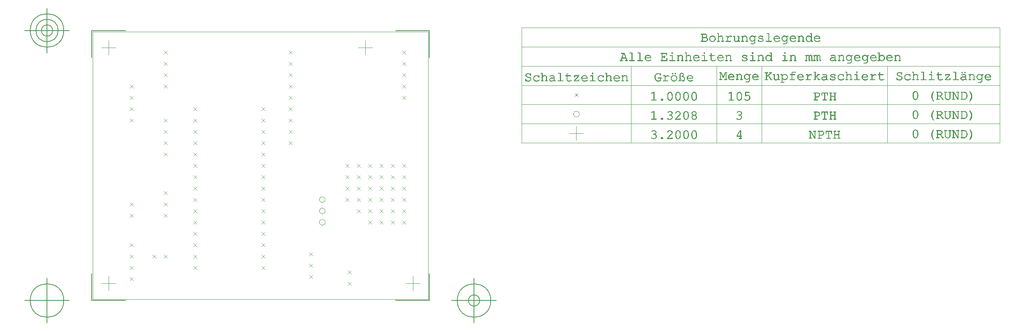
<source format=gbr>
G04 Generated by Ultiboard 14.2 *
%FSLAX34Y34*%
%MOMM*%

%ADD10C,0.0001*%
%ADD11C,0.1000*%
%ADD12C,0.0010*%
%ADD13C,0.1270*%


G04 ColorRGB 000000 for the following layer *
%LNBohrungssymbole-Copper Top-Copper Bottom*%
%LPD*%
G54D11*
X35560Y19560D02*
X35560Y51560D01*
X19560Y35560D02*
X51560Y35560D01*
X19560Y563880D02*
X51560Y563880D01*
X35560Y547880D02*
X35560Y579880D01*
X716280Y19560D02*
X716280Y51560D01*
X700280Y35560D02*
X732280Y35560D01*
X609600Y547880D02*
X609600Y579880D01*
X593600Y563880D02*
X625600Y563880D01*
X438424Y524784D02*
X445496Y531856D01*
X438424Y531856D02*
X445496Y524784D01*
X438424Y506456D02*
X445496Y499384D01*
X438424Y499384D02*
X445496Y506456D01*
X438424Y473984D02*
X445496Y481056D01*
X438424Y481056D02*
X445496Y473984D01*
X438424Y455656D02*
X445496Y448584D01*
X438424Y448584D02*
X445496Y455656D01*
X438424Y430256D02*
X445496Y423184D01*
X438424Y423184D02*
X445496Y430256D01*
X438424Y397784D02*
X445496Y404856D01*
X438424Y404856D02*
X445496Y397784D01*
X438424Y379456D02*
X445496Y372384D01*
X438424Y372384D02*
X445496Y379456D01*
X438424Y346984D02*
X445496Y354056D01*
X438424Y354056D02*
X445496Y346984D01*
X692424Y455656D02*
X699496Y448584D01*
X692424Y448584D02*
X699496Y455656D01*
X438424Y550184D02*
X445496Y557256D01*
X438424Y557256D02*
X445496Y550184D01*
X692424Y557256D02*
X699496Y550184D01*
X692424Y550184D02*
X699496Y557256D01*
X692424Y531856D02*
X699496Y524784D01*
X692424Y524784D02*
X699496Y531856D01*
X692424Y506456D02*
X699496Y499384D01*
X692424Y499384D02*
X699496Y506456D01*
X692424Y473984D02*
X699496Y481056D01*
X692424Y481056D02*
X699496Y473984D01*
X225064Y423184D02*
X232136Y430256D01*
X225064Y430256D02*
X232136Y423184D01*
X225064Y404856D02*
X232136Y397784D01*
X225064Y397784D02*
X232136Y404856D01*
X225064Y379456D02*
X232136Y372384D01*
X225064Y372384D02*
X232136Y379456D01*
X225064Y354056D02*
X232136Y346984D01*
X225064Y346984D02*
X232136Y354056D01*
X225064Y328656D02*
X232136Y321584D01*
X225064Y321584D02*
X232136Y328656D01*
X225064Y303256D02*
X232136Y296184D01*
X225064Y296184D02*
X232136Y303256D01*
X225064Y270784D02*
X232136Y277856D01*
X225064Y277856D02*
X232136Y270784D01*
X225064Y252456D02*
X232136Y245384D01*
X225064Y245384D02*
X232136Y252456D01*
X225064Y227056D02*
X232136Y219984D01*
X225064Y219984D02*
X232136Y227056D01*
X225064Y194584D02*
X232136Y201656D01*
X225064Y201656D02*
X232136Y194584D01*
X225064Y176256D02*
X232136Y169184D01*
X225064Y169184D02*
X232136Y176256D01*
X225064Y150856D02*
X232136Y143784D01*
X225064Y143784D02*
X232136Y150856D01*
X225064Y118384D02*
X232136Y125456D01*
X225064Y125456D02*
X232136Y118384D01*
X225064Y92984D02*
X232136Y100056D01*
X225064Y100056D02*
X232136Y92984D01*
X225064Y74656D02*
X232136Y67584D01*
X225064Y67584D02*
X232136Y74656D01*
X377464Y430256D02*
X384536Y423184D01*
X377464Y423184D02*
X384536Y430256D01*
X377464Y404856D02*
X384536Y397784D01*
X377464Y397784D02*
X384536Y404856D01*
X377464Y372384D02*
X384536Y379456D01*
X377464Y379456D02*
X384536Y372384D01*
X377464Y354056D02*
X384536Y346984D01*
X377464Y346984D02*
X384536Y354056D01*
X377464Y321584D02*
X384536Y328656D01*
X377464Y328656D02*
X384536Y321584D01*
X377464Y296184D02*
X384536Y303256D01*
X377464Y303256D02*
X384536Y296184D01*
X377464Y277856D02*
X384536Y270784D01*
X377464Y270784D02*
X384536Y277856D01*
X377464Y245384D02*
X384536Y252456D01*
X377464Y252456D02*
X384536Y245384D01*
X377464Y227056D02*
X384536Y219984D01*
X377464Y219984D02*
X384536Y227056D01*
X377464Y201656D02*
X384536Y194584D01*
X377464Y194584D02*
X384536Y201656D01*
X377464Y169184D02*
X384536Y176256D01*
X377464Y176256D02*
X384536Y169184D01*
X377464Y150856D02*
X384536Y143784D01*
X377464Y143784D02*
X384536Y150856D01*
X377464Y118384D02*
X384536Y125456D01*
X377464Y125456D02*
X384536Y118384D01*
X377464Y92984D02*
X384536Y100056D01*
X377464Y100056D02*
X384536Y92984D01*
X377464Y67584D02*
X384536Y74656D01*
X377464Y74656D02*
X384536Y67584D01*
X82824Y49256D02*
X89896Y42184D01*
X82824Y42184D02*
X89896Y49256D01*
X82824Y74656D02*
X89896Y67584D01*
X82824Y67584D02*
X89896Y74656D01*
X82824Y92984D02*
X89896Y100056D01*
X82824Y100056D02*
X89896Y92984D01*
X82824Y118384D02*
X89896Y125456D01*
X82824Y125456D02*
X89896Y118384D01*
X570504Y32024D02*
X577576Y39096D01*
X570504Y39096D02*
X577576Y32024D01*
X570504Y64496D02*
X577576Y57424D01*
X570504Y57424D02*
X577576Y64496D01*
X133624Y92984D02*
X140696Y100056D01*
X133624Y100056D02*
X140696Y92984D01*
X159024Y92984D02*
X166096Y100056D01*
X159024Y100056D02*
X166096Y92984D01*
X159024Y184424D02*
X166096Y191496D01*
X159024Y191496D02*
X166096Y184424D01*
X159024Y216896D02*
X166096Y209824D01*
X159024Y209824D02*
X166096Y216896D01*
X159024Y242296D02*
X166096Y235224D01*
X159024Y235224D02*
X166096Y242296D01*
X82824Y191496D02*
X89896Y184424D01*
X82824Y184424D02*
X89896Y191496D01*
X82824Y209824D02*
X89896Y216896D01*
X82824Y216896D02*
X89896Y209824D01*
X159024Y321584D02*
X166096Y328656D01*
X159024Y328656D02*
X166096Y321584D01*
X159024Y354056D02*
X166096Y346984D01*
X159024Y346984D02*
X166096Y354056D01*
X159024Y379456D02*
X166096Y372384D01*
X159024Y372384D02*
X166096Y379456D01*
X159024Y397784D02*
X166096Y404856D01*
X159024Y404856D02*
X166096Y397784D01*
X82824Y481056D02*
X89896Y473984D01*
X82824Y473984D02*
X89896Y481056D01*
X82824Y448584D02*
X89896Y455656D01*
X82824Y455656D02*
X89896Y448584D01*
X82824Y430256D02*
X89896Y423184D01*
X82824Y423184D02*
X89896Y430256D01*
X82824Y397784D02*
X89896Y404856D01*
X82824Y404856D02*
X89896Y397784D01*
X159024Y473984D02*
X166096Y481056D01*
X159024Y481056D02*
X166096Y473984D01*
X159024Y499384D02*
X166096Y506456D01*
X159024Y506456D02*
X166096Y499384D01*
X159024Y524784D02*
X166096Y531856D01*
X159024Y531856D02*
X166096Y524784D01*
X159024Y550184D02*
X166096Y557256D01*
X159024Y557256D02*
X166096Y550184D01*
X484144Y54336D02*
X491216Y47264D01*
X484144Y47264D02*
X491216Y54336D01*
X484144Y79736D02*
X491216Y72664D01*
X484144Y72664D02*
X491216Y79736D01*
X484144Y98064D02*
X491216Y105136D01*
X484144Y105136D02*
X491216Y98064D01*
X506476Y198120D02*
G75*
D01*
G02X506476Y198120I6604J0*
G01*
X506476Y223520D02*
G75*
D01*
G02X506476Y223520I6604J0*
G01*
X506476Y172720D02*
G75*
D01*
G02X506476Y172720I6604J0*
G01*
X692424Y277856D02*
X699496Y270784D01*
X692424Y270784D02*
X699496Y277856D01*
X667024Y270784D02*
X674096Y277856D01*
X667024Y277856D02*
X674096Y270784D01*
X616224Y277856D02*
X623296Y270784D01*
X616224Y270784D02*
X623296Y277856D01*
X641624Y270784D02*
X648696Y277856D01*
X641624Y277856D02*
X648696Y270784D01*
X565424Y270784D02*
X572496Y277856D01*
X565424Y277856D02*
X572496Y270784D01*
X590824Y277856D02*
X597896Y270784D01*
X590824Y270784D02*
X597896Y277856D01*
X565424Y245384D02*
X572496Y252456D01*
X565424Y252456D02*
X572496Y245384D01*
X590824Y252456D02*
X597896Y245384D01*
X590824Y245384D02*
X597896Y252456D01*
X616224Y252456D02*
X623296Y245384D01*
X616224Y245384D02*
X623296Y252456D01*
X641624Y245384D02*
X648696Y252456D01*
X641624Y252456D02*
X648696Y245384D01*
X667024Y245384D02*
X674096Y252456D01*
X667024Y252456D02*
X674096Y245384D01*
X692424Y245384D02*
X699496Y252456D01*
X692424Y252456D02*
X699496Y245384D01*
X565424Y296184D02*
X572496Y303256D01*
X565424Y303256D02*
X572496Y296184D01*
X590824Y296184D02*
X597896Y303256D01*
X590824Y303256D02*
X597896Y296184D01*
X616224Y303256D02*
X623296Y296184D01*
X616224Y296184D02*
X623296Y303256D01*
X641624Y303256D02*
X648696Y296184D01*
X641624Y296184D02*
X648696Y303256D01*
X667024Y303256D02*
X674096Y296184D01*
X667024Y296184D02*
X674096Y303256D01*
X692424Y296184D02*
X699496Y303256D01*
X692424Y303256D02*
X699496Y296184D01*
X565424Y227056D02*
X572496Y219984D01*
X565424Y219984D02*
X572496Y227056D01*
X590824Y219984D02*
X597896Y227056D01*
X590824Y227056D02*
X597896Y219984D01*
X616224Y227056D02*
X623296Y219984D01*
X616224Y219984D02*
X623296Y227056D01*
X641624Y219984D02*
X648696Y227056D01*
X641624Y227056D02*
X648696Y219984D01*
X667024Y227056D02*
X674096Y219984D01*
X667024Y219984D02*
X674096Y227056D01*
X692424Y227056D02*
X699496Y219984D01*
X692424Y219984D02*
X699496Y227056D01*
X590824Y201656D02*
X597896Y194584D01*
X590824Y194584D02*
X597896Y201656D01*
X616224Y194584D02*
X623296Y201656D01*
X616224Y201656D02*
X623296Y194584D01*
X641624Y194584D02*
X648696Y201656D01*
X641624Y201656D02*
X648696Y194584D01*
X667024Y201656D02*
X674096Y194584D01*
X667024Y194584D02*
X674096Y201656D01*
X692424Y201656D02*
X699496Y194584D01*
X692424Y194584D02*
X699496Y201656D01*
X616224Y169184D02*
X623296Y176256D01*
X616224Y176256D02*
X623296Y169184D01*
X641624Y169184D02*
X648696Y176256D01*
X641624Y176256D02*
X648696Y169184D01*
X667024Y169184D02*
X674096Y176256D01*
X667024Y176256D02*
X674096Y169184D01*
X692424Y176256D02*
X699496Y169184D01*
X692424Y169184D02*
X699496Y176256D01*
X1065329Y372310D02*
X1097329Y372310D01*
X1081329Y356310D02*
X1081329Y388310D01*
X1074725Y415310D02*
G75*
D01*
G02X1074725Y415310I6604J0*
G01*
X1077794Y454774D02*
X1084865Y461846D01*
X1077794Y461846D02*
X1084865Y454774D01*
G54D12*
G36*
X1257322Y376880D02*
X1257322Y376880D01*
X1257401Y378379D01*
X1256715Y377342D01*
X1257322Y376880D01*
D02*
G37*
X1257401Y378379D01*
X1256715Y377342D01*
X1257322Y376880D01*
G36*
X1257401Y378379D02*
X1257401Y378379D01*
X1257322Y376880D01*
X1257815Y376333D01*
X1257401Y378379D01*
D02*
G37*
X1257322Y376880D01*
X1257815Y376333D01*
X1257401Y378379D01*
G36*
X1257815Y376333D02*
X1257815Y376333D01*
X1258201Y377767D01*
X1257401Y378379D01*
X1257815Y376333D01*
D02*
G37*
X1258201Y377767D01*
X1257401Y378379D01*
X1257815Y376333D01*
G36*
X1258201Y377767D02*
X1258201Y377767D01*
X1257815Y376333D01*
X1258379Y375117D01*
X1258201Y377767D01*
D02*
G37*
X1257815Y376333D01*
X1258379Y375117D01*
X1258201Y377767D01*
G36*
X1258379Y375117D02*
X1258379Y375117D01*
X1258854Y377034D01*
X1258201Y377767D01*
X1258379Y375117D01*
D02*
G37*
X1258854Y377034D01*
X1258201Y377767D01*
X1258379Y375117D01*
G36*
X1258854Y377034D02*
X1258854Y377034D01*
X1258379Y375117D01*
X1258450Y374449D01*
X1258854Y377034D01*
D02*
G37*
X1258379Y375117D01*
X1258450Y374449D01*
X1258854Y377034D01*
G36*
X1258450Y374449D02*
X1258450Y374449D01*
X1258977Y372105D01*
X1258854Y377034D01*
X1258450Y374449D01*
D02*
G37*
X1258977Y372105D01*
X1258854Y377034D01*
X1258450Y374449D01*
G36*
X1258977Y372105D02*
X1258977Y372105D01*
X1258450Y374449D01*
X1258382Y373802D01*
X1258977Y372105D01*
D02*
G37*
X1258450Y374449D01*
X1258382Y373802D01*
X1258977Y372105D01*
G36*
X1258382Y373802D02*
X1258382Y373802D01*
X1258091Y371116D01*
X1258977Y372105D01*
X1258382Y373802D01*
D02*
G37*
X1258091Y371116D01*
X1258977Y372105D01*
X1258382Y373802D01*
G36*
X1258091Y371116D02*
X1258091Y371116D01*
X1258382Y373802D01*
X1257844Y372630D01*
X1258091Y371116D01*
D02*
G37*
X1258382Y373802D01*
X1257844Y372630D01*
X1258091Y371116D01*
G36*
X1257844Y372630D02*
X1257844Y372630D01*
X1257373Y372105D01*
X1258091Y371116D01*
X1257844Y372630D01*
D02*
G37*
X1257373Y372105D01*
X1258091Y371116D01*
X1257844Y372630D01*
G36*
X1253154Y377825D02*
X1253154Y377825D01*
X1253280Y379088D01*
X1252034Y377496D01*
X1253154Y377825D01*
D02*
G37*
X1253280Y379088D01*
X1252034Y377496D01*
X1253154Y377825D01*
G36*
X1253280Y379088D02*
X1253280Y379088D01*
X1253154Y377825D01*
X1254377Y377935D01*
X1253280Y379088D01*
D02*
G37*
X1253154Y377825D01*
X1254377Y377935D01*
X1253280Y379088D01*
G36*
X1254377Y377935D02*
X1254377Y377935D01*
X1254377Y379165D01*
X1253280Y379088D01*
X1254377Y377935D01*
D02*
G37*
X1254377Y379165D01*
X1253280Y379088D01*
X1254377Y377935D01*
G36*
X1254377Y379165D02*
X1254377Y379165D01*
X1254377Y377935D01*
X1255243Y377869D01*
X1254377Y379165D01*
D02*
G37*
X1254377Y377935D01*
X1255243Y377869D01*
X1254377Y379165D01*
G36*
X1255243Y377869D02*
X1255243Y377869D01*
X1255490Y379078D01*
X1254377Y379165D01*
X1255243Y377869D01*
D02*
G37*
X1255490Y379078D01*
X1254377Y379165D01*
X1255243Y377869D01*
G36*
X1255490Y379078D02*
X1255490Y379078D01*
X1255243Y377869D01*
X1256715Y377342D01*
X1255490Y379078D01*
D02*
G37*
X1255243Y377869D01*
X1256715Y377342D01*
X1255490Y379078D01*
G36*
X1256715Y377342D02*
X1256715Y377342D01*
X1257401Y378379D01*
X1255490Y379078D01*
X1256715Y377342D01*
D02*
G37*
X1257401Y378379D01*
X1255490Y379078D01*
X1256715Y377342D01*
G36*
X1250320Y376294D02*
X1250320Y376294D01*
X1250349Y377920D01*
X1250113Y376058D01*
X1250320Y376294D01*
D02*
G37*
X1250349Y377920D01*
X1250113Y376058D01*
X1250320Y376294D01*
G36*
X1250349Y377920D02*
X1250349Y377920D01*
X1250320Y376294D01*
X1251070Y376976D01*
X1250349Y377920D01*
D02*
G37*
X1250320Y376294D01*
X1251070Y376976D01*
X1250349Y377920D01*
G36*
X1251070Y376976D02*
X1251070Y376976D01*
X1251265Y378465D01*
X1250349Y377920D01*
X1251070Y376976D01*
D02*
G37*
X1251265Y378465D01*
X1250349Y377920D01*
X1251070Y376976D01*
G36*
X1251265Y378465D02*
X1251265Y378465D01*
X1251070Y376976D01*
X1252034Y377496D01*
X1251265Y378465D01*
D02*
G37*
X1251070Y376976D01*
X1252034Y377496D01*
X1251265Y378465D01*
G36*
X1252034Y377496D02*
X1252034Y377496D01*
X1253280Y379088D01*
X1251265Y378465D01*
X1252034Y377496D01*
D02*
G37*
X1253280Y379088D01*
X1251265Y378465D01*
X1252034Y377496D01*
G36*
X1250349Y377920D02*
X1250349Y377920D01*
X1249393Y377104D01*
X1249445Y375912D01*
X1250349Y377920D01*
D02*
G37*
X1249393Y377104D01*
X1249445Y375912D01*
X1250349Y377920D01*
G36*
X1250349Y377920D01*
X1249445Y375912D01*
X1249675Y375870D01*
X1250349Y377920D01*
D02*
G37*
X1249445Y375912D01*
X1249675Y375870D01*
X1250349Y377920D01*
G36*
X1250349Y377920D01*
X1249675Y375870D01*
X1249827Y375886D01*
X1250349Y377920D01*
D02*
G37*
X1249675Y375870D01*
X1249827Y375886D01*
X1250349Y377920D01*
G36*
X1250349Y377920D01*
X1249827Y375886D01*
X1249961Y375935D01*
X1250349Y377920D01*
D02*
G37*
X1249827Y375886D01*
X1249961Y375935D01*
X1250349Y377920D01*
G36*
X1250349Y377920D01*
X1249961Y375935D01*
X1250113Y376058D01*
X1250349Y377920D01*
D02*
G37*
X1249961Y375935D01*
X1250113Y376058D01*
X1250349Y377920D01*
G36*
X1249393Y377104D02*
X1249393Y377104D01*
X1249075Y376441D01*
X1249119Y376223D01*
X1249393Y377104D01*
D02*
G37*
X1249075Y376441D01*
X1249119Y376223D01*
X1249393Y377104D01*
G36*
X1249393Y377104D01*
X1249119Y376223D01*
X1249250Y376038D01*
X1249393Y377104D01*
D02*
G37*
X1249119Y376223D01*
X1249250Y376038D01*
X1249393Y377104D01*
G36*
X1249393Y377104D01*
X1249250Y376038D01*
X1249445Y375912D01*
X1249393Y377104D01*
D02*
G37*
X1249250Y376038D01*
X1249445Y375912D01*
X1249393Y377104D01*
G36*
X1259601Y375367D02*
X1259601Y375367D01*
X1258854Y377034D01*
X1258977Y372105D01*
X1259601Y375367D01*
D02*
G37*
X1258854Y377034D01*
X1258977Y372105D01*
X1259601Y375367D01*
G36*
X1259601Y375367D01*
X1258977Y372105D01*
X1259515Y373237D01*
X1259601Y375367D01*
D02*
G37*
X1258977Y372105D01*
X1259515Y373237D01*
X1259601Y375367D01*
G36*
X1259601Y375367D01*
X1259515Y373237D01*
X1259695Y374434D01*
X1259601Y375367D01*
D02*
G37*
X1259515Y373237D01*
X1259695Y374434D01*
X1259601Y375367D01*
G36*
X1257373Y372105D02*
X1257373Y372105D01*
X1256868Y370347D01*
X1258091Y371116D01*
X1257373Y372105D01*
D02*
G37*
X1256868Y370347D01*
X1258091Y371116D01*
X1257373Y372105D01*
G36*
X1256868Y370347D02*
X1256868Y370347D01*
X1257373Y372105D01*
X1256798Y371663D01*
X1256868Y370347D01*
D02*
G37*
X1257373Y372105D01*
X1256798Y371663D01*
X1256868Y370347D01*
G36*
X1256798Y371663D02*
X1256798Y371663D01*
X1256370Y369270D01*
X1256868Y370347D01*
X1256798Y371663D01*
D02*
G37*
X1256370Y369270D01*
X1256868Y370347D01*
X1256798Y371663D01*
G36*
X1256370Y369270D02*
X1256370Y369270D01*
X1256798Y371663D01*
X1255433Y371157D01*
X1256370Y369270D01*
D02*
G37*
X1256798Y371663D01*
X1255433Y371157D01*
X1256370Y369270D01*
G36*
X1255433Y371157D02*
X1255433Y371157D01*
X1255029Y369726D01*
X1256370Y369270D01*
X1255433Y371157D01*
D02*
G37*
X1255029Y369726D01*
X1256370Y369270D01*
X1255433Y371157D01*
G36*
X1255029Y369726D02*
X1255029Y369726D01*
X1255433Y371157D01*
X1254641Y371094D01*
X1255029Y369726D01*
D02*
G37*
X1255433Y371157D01*
X1254641Y371094D01*
X1255029Y369726D01*
G36*
X1254641Y371094D02*
X1254641Y371094D01*
X1253674Y369878D01*
X1255029Y369726D01*
X1254641Y371094D01*
D02*
G37*
X1253674Y369878D01*
X1255029Y369726D01*
X1254641Y371094D01*
G36*
X1253674Y369878D02*
X1253674Y369878D01*
X1254641Y371094D01*
X1253586Y371109D01*
X1253674Y369878D01*
D02*
G37*
X1254641Y371094D01*
X1253586Y371109D01*
X1253674Y369878D01*
G36*
X1253586Y371109D02*
X1253586Y371109D01*
X1253297Y369920D01*
X1253674Y369878D01*
X1253586Y371109D01*
D02*
G37*
X1253297Y369920D01*
X1253674Y369878D01*
X1253586Y371109D01*
G36*
X1253297Y369920D02*
X1253297Y369920D01*
X1253586Y371109D01*
X1253266Y371065D01*
X1253297Y369920D01*
D02*
G37*
X1253586Y371109D01*
X1253266Y371065D01*
X1253297Y369920D01*
G36*
X1253266Y371065D02*
X1253266Y371065D01*
X1253044Y370047D01*
X1253297Y369920D01*
X1253266Y371065D01*
D02*
G37*
X1253044Y370047D01*
X1253297Y369920D01*
X1253266Y371065D01*
G36*
X1253044Y370047D02*
X1253044Y370047D01*
X1253266Y371065D01*
X1253037Y370933D01*
X1253044Y370047D01*
D02*
G37*
X1253266Y371065D01*
X1253037Y370933D01*
X1253044Y370047D01*
G36*
X1253037Y370933D02*
X1253037Y370933D01*
X1252902Y370243D01*
X1253044Y370047D01*
X1253037Y370933D01*
D02*
G37*
X1252902Y370243D01*
X1253044Y370047D01*
X1253037Y370933D01*
G36*
X1252902Y370243D02*
X1252902Y370243D01*
X1253037Y370933D01*
X1252900Y370735D01*
X1252902Y370243D01*
D02*
G37*
X1253037Y370933D01*
X1252900Y370735D01*
X1252902Y370243D01*
G36*
X1252900Y370735D02*
X1252900Y370735D01*
X1252854Y370494D01*
X1252902Y370243D01*
X1252900Y370735D01*
D02*
G37*
X1252854Y370494D01*
X1252902Y370243D01*
X1252900Y370735D01*
G36*
X1260131Y366907D02*
X1260131Y366907D01*
X1260242Y364425D01*
X1260354Y365498D01*
X1260131Y366907D01*
D02*
G37*
X1260242Y364425D01*
X1260354Y365498D01*
X1260131Y366907D01*
G36*
X1260242Y364425D02*
X1260242Y364425D01*
X1260131Y366907D01*
X1259460Y368260D01*
X1260242Y364425D01*
D02*
G37*
X1260131Y366907D01*
X1259460Y368260D01*
X1260242Y364425D01*
G36*
X1259460Y368260D02*
X1259460Y368260D01*
X1259345Y362473D01*
X1260242Y364425D01*
X1259460Y368260D01*
D02*
G37*
X1259345Y362473D01*
X1260242Y364425D01*
X1259460Y368260D01*
G36*
X1259345Y362473D02*
X1259345Y362473D01*
X1259460Y368260D01*
X1259123Y365455D01*
X1259345Y362473D01*
D02*
G37*
X1259460Y368260D01*
X1259123Y365455D01*
X1259345Y362473D01*
G36*
X1259123Y365455D02*
X1259123Y365455D01*
X1259033Y364653D01*
X1259345Y362473D01*
X1259123Y365455D01*
D02*
G37*
X1259033Y364653D01*
X1259345Y362473D01*
X1259123Y365455D01*
G36*
X1257547Y368551D02*
X1257547Y368551D01*
X1258365Y369444D01*
X1256868Y370347D01*
X1257547Y368551D01*
D02*
G37*
X1258365Y369444D01*
X1256868Y370347D01*
X1257547Y368551D01*
G36*
X1258365Y369444D02*
X1258365Y369444D01*
X1257547Y368551D01*
X1258413Y367608D01*
X1258365Y369444D01*
D02*
G37*
X1257547Y368551D01*
X1258413Y367608D01*
X1258365Y369444D01*
G36*
X1258413Y367608D02*
X1258413Y367608D01*
X1259460Y368260D01*
X1258365Y369444D01*
X1258413Y367608D01*
D02*
G37*
X1259460Y368260D01*
X1258365Y369444D01*
X1258413Y367608D01*
G36*
X1259460Y368260D02*
X1259460Y368260D01*
X1258413Y367608D01*
X1258946Y366542D01*
X1259460Y368260D01*
D02*
G37*
X1258413Y367608D01*
X1258946Y366542D01*
X1259460Y368260D01*
G36*
X1258946Y366542D02*
X1258946Y366542D01*
X1259123Y365455D01*
X1259460Y368260D01*
X1258946Y366542D01*
D02*
G37*
X1259123Y365455D01*
X1259460Y368260D01*
X1258946Y366542D01*
G36*
X1258560Y361595D02*
X1258560Y361595D01*
X1259345Y362473D01*
X1259033Y364653D01*
X1258560Y361595D01*
D02*
G37*
X1259345Y362473D01*
X1259033Y364653D01*
X1258560Y361595D01*
G36*
X1258560Y361595D01*
X1259033Y364653D01*
X1258312Y363163D01*
X1258560Y361595D01*
D02*
G37*
X1259033Y364653D01*
X1258312Y363163D01*
X1258560Y361595D01*
G36*
X1258560Y361595D01*
X1258312Y363163D01*
X1257681Y362474D01*
X1258560Y361595D01*
D02*
G37*
X1258312Y363163D01*
X1257681Y362474D01*
X1258560Y361595D01*
G36*
X1258560Y361595D01*
X1257681Y362474D01*
X1257606Y360855D01*
X1258560Y361595D01*
D02*
G37*
X1257681Y362474D01*
X1257606Y360855D01*
X1258560Y361595D01*
G36*
X1256916Y361887D02*
X1256916Y361887D01*
X1255125Y361217D01*
X1255361Y360009D01*
X1256916Y361887D01*
D02*
G37*
X1255125Y361217D01*
X1255361Y360009D01*
X1256916Y361887D01*
G36*
X1256916Y361887D01*
X1255361Y360009D01*
X1257606Y360855D01*
X1256916Y361887D01*
D02*
G37*
X1255361Y360009D01*
X1257606Y360855D01*
X1256916Y361887D01*
G36*
X1256916Y361887D01*
X1257606Y360855D01*
X1257681Y362474D01*
X1256916Y361887D01*
D02*
G37*
X1257606Y360855D01*
X1257681Y362474D01*
X1256916Y361887D01*
G36*
X1252458Y360071D02*
X1252458Y360071D01*
X1252848Y361239D01*
X1250789Y360577D01*
X1252458Y360071D01*
D02*
G37*
X1252848Y361239D01*
X1250789Y360577D01*
X1252458Y360071D01*
G36*
X1252848Y361239D02*
X1252848Y361239D01*
X1252458Y360071D01*
X1254070Y359903D01*
X1252848Y361239D01*
D02*
G37*
X1252458Y360071D01*
X1254070Y359903D01*
X1252848Y361239D01*
G36*
X1254070Y359903D02*
X1254070Y359903D01*
X1254099Y361133D01*
X1252848Y361239D01*
X1254070Y359903D01*
D02*
G37*
X1254099Y361133D01*
X1252848Y361239D01*
X1254070Y359903D01*
G36*
X1254099Y361133D02*
X1254099Y361133D01*
X1254070Y359903D01*
X1255361Y360009D01*
X1254099Y361133D01*
D02*
G37*
X1254070Y359903D01*
X1255361Y360009D01*
X1254099Y361133D01*
G36*
X1255361Y360009D02*
X1255361Y360009D01*
X1255125Y361217D01*
X1254099Y361133D01*
X1255361Y360009D01*
D02*
G37*
X1255125Y361217D01*
X1254099Y361133D01*
X1255361Y360009D01*
G36*
X1250446Y362081D02*
X1250446Y362081D01*
X1249294Y362818D01*
X1249346Y361258D01*
X1250446Y362081D01*
D02*
G37*
X1249294Y362818D01*
X1249346Y361258D01*
X1250446Y362081D01*
G36*
X1250446Y362081D01*
X1249346Y361258D01*
X1250789Y360577D01*
X1250446Y362081D01*
D02*
G37*
X1249346Y361258D01*
X1250789Y360577D01*
X1250446Y362081D01*
G36*
X1250446Y362081D01*
X1250789Y360577D01*
X1252848Y361239D01*
X1250446Y362081D01*
D02*
G37*
X1250789Y360577D01*
X1252848Y361239D01*
X1250446Y362081D01*
G36*
X1249346Y361258D02*
X1249346Y361258D01*
X1249294Y362818D01*
X1249016Y362983D01*
X1249346Y361258D01*
D02*
G37*
X1249294Y362818D01*
X1249016Y362983D01*
X1249346Y361258D01*
G36*
X1249346Y361258D01*
X1249016Y362983D01*
X1248767Y363038D01*
X1249346Y361258D01*
D02*
G37*
X1249016Y362983D01*
X1248767Y363038D01*
X1249346Y361258D01*
G36*
X1249346Y361258D01*
X1248767Y363038D01*
X1248549Y362994D01*
X1249346Y361258D01*
D02*
G37*
X1248767Y363038D01*
X1248549Y362994D01*
X1249346Y361258D01*
G36*
X1249346Y361258D01*
X1248549Y362994D01*
X1248415Y361954D01*
X1249346Y361258D01*
D02*
G37*
X1248549Y362994D01*
X1248415Y361954D01*
X1249346Y361258D01*
G36*
X1248364Y362862D02*
X1248364Y362862D01*
X1248238Y362671D01*
X1248251Y362195D01*
X1248364Y362862D01*
D02*
G37*
X1248238Y362671D01*
X1248251Y362195D01*
X1248364Y362862D01*
G36*
X1248364Y362862D01*
X1248251Y362195D01*
X1248415Y361954D01*
X1248364Y362862D01*
D02*
G37*
X1248251Y362195D01*
X1248415Y361954D01*
X1248364Y362862D01*
G36*
X1248364Y362862D01*
X1248415Y361954D01*
X1248549Y362994D01*
X1248364Y362862D01*
D02*
G37*
X1248415Y361954D01*
X1248549Y362994D01*
X1248364Y362862D01*
G36*
X1248251Y362195D02*
X1248251Y362195D01*
X1248238Y362671D01*
X1248196Y362452D01*
X1248251Y362195D01*
D02*
G37*
X1248238Y362671D01*
X1248196Y362452D01*
X1248251Y362195D01*
G36*
X1256868Y370347D02*
X1256868Y370347D01*
X1256370Y369270D01*
X1257547Y368551D01*
X1256868Y370347D01*
D02*
G37*
X1256370Y369270D01*
X1257547Y368551D01*
X1256868Y370347D01*
G36*
X1272087Y363873D02*
X1272087Y363873D01*
X1271335Y363730D01*
X1272087Y363873D01*
D02*
G37*
X1271335Y363730D01*
X1272087Y363873D01*
G36*
X1272087Y363873D01*
X1271335Y363730D01*
X1270688Y363301D01*
X1272087Y363873D01*
D02*
G37*
X1271335Y363730D01*
X1270688Y363301D01*
X1272087Y363873D01*
G36*
X1272087Y363873D01*
X1270688Y363301D01*
X1270243Y362660D01*
X1272087Y363873D01*
D02*
G37*
X1270688Y363301D01*
X1270243Y362660D01*
X1272087Y363873D01*
G36*
X1272087Y363873D01*
X1270243Y362660D01*
X1270095Y361880D01*
X1272087Y363873D01*
D02*
G37*
X1270243Y362660D01*
X1270095Y361880D01*
X1272087Y363873D01*
G36*
X1272087Y363873D01*
X1270095Y361880D01*
X1270242Y361120D01*
X1272087Y363873D01*
D02*
G37*
X1270095Y361880D01*
X1270242Y361120D01*
X1272087Y363873D01*
G36*
X1272087Y363873D01*
X1270242Y361120D01*
X1270681Y360481D01*
X1272087Y363873D01*
D02*
G37*
X1270242Y361120D01*
X1270681Y360481D01*
X1272087Y363873D01*
G36*
X1272087Y363873D01*
X1270681Y360481D01*
X1271326Y360048D01*
X1272087Y363873D01*
D02*
G37*
X1270681Y360481D01*
X1271326Y360048D01*
X1272087Y363873D01*
G36*
X1272087Y363873D01*
X1271326Y360048D01*
X1272087Y359903D01*
X1272087Y363873D01*
D02*
G37*
X1271326Y360048D01*
X1272087Y359903D01*
X1272087Y363873D01*
G36*
X1272087Y363873D01*
X1272087Y359903D01*
X1272615Y359903D01*
X1272087Y363873D01*
D02*
G37*
X1272087Y359903D01*
X1272615Y359903D01*
X1272087Y363873D01*
G36*
X1272087Y363873D01*
X1272615Y359903D01*
X1273367Y360046D01*
X1272087Y363873D01*
D02*
G37*
X1272615Y359903D01*
X1273367Y360046D01*
X1272087Y363873D01*
G36*
X1272087Y363873D01*
X1273367Y360046D01*
X1274014Y360474D01*
X1272087Y363873D01*
D02*
G37*
X1273367Y360046D01*
X1274014Y360474D01*
X1272087Y363873D01*
G36*
X1272087Y363873D01*
X1274014Y360474D01*
X1274459Y361115D01*
X1272087Y363873D01*
D02*
G37*
X1274014Y360474D01*
X1274459Y361115D01*
X1272087Y363873D01*
G36*
X1272087Y363873D01*
X1274459Y361115D01*
X1274607Y361895D01*
X1272087Y363873D01*
D02*
G37*
X1274459Y361115D01*
X1274607Y361895D01*
X1272087Y363873D01*
G36*
X1272087Y363873D01*
X1274607Y361895D01*
X1274460Y362655D01*
X1272087Y363873D01*
D02*
G37*
X1274607Y361895D01*
X1274460Y362655D01*
X1272087Y363873D01*
G36*
X1272087Y363873D01*
X1274460Y362655D01*
X1274021Y363294D01*
X1272087Y363873D01*
D02*
G37*
X1274460Y362655D01*
X1274021Y363294D01*
X1272087Y363873D01*
G36*
X1272087Y363873D01*
X1274021Y363294D01*
X1273376Y363728D01*
X1272087Y363873D01*
D02*
G37*
X1274021Y363294D01*
X1273376Y363728D01*
X1272087Y363873D01*
G36*
X1272087Y363873D01*
X1273376Y363728D01*
X1272615Y363873D01*
X1272087Y363873D01*
D02*
G37*
X1273376Y363728D01*
X1272615Y363873D01*
X1272087Y363873D01*
G36*
X1295745Y360342D02*
X1295745Y360342D01*
X1295745Y362056D01*
X1295701Y362433D01*
X1295745Y360342D01*
D02*
G37*
X1295745Y362056D01*
X1295701Y362433D01*
X1295745Y360342D01*
G36*
X1295745Y360342D01*
X1295701Y362433D01*
X1295569Y362686D01*
X1295745Y360342D01*
D02*
G37*
X1295701Y362433D01*
X1295569Y362686D01*
X1295745Y360342D01*
G36*
X1295745Y360342D01*
X1295569Y362686D01*
X1295371Y362829D01*
X1295745Y360342D01*
D02*
G37*
X1295569Y362686D01*
X1295371Y362829D01*
X1295745Y360342D01*
G36*
X1295745Y360342D01*
X1295371Y362829D01*
X1295129Y362876D01*
X1295745Y360342D01*
D02*
G37*
X1295371Y362829D01*
X1295129Y362876D01*
X1295745Y360342D01*
G36*
X1295745Y360342D01*
X1295129Y362876D01*
X1294877Y362829D01*
X1295745Y360342D01*
D02*
G37*
X1295129Y362876D01*
X1294877Y362829D01*
X1295745Y360342D01*
G36*
X1295745Y360342D01*
X1294877Y362829D01*
X1294675Y362686D01*
X1295745Y360342D01*
D02*
G37*
X1294877Y362829D01*
X1294675Y362686D01*
X1295745Y360342D01*
G36*
X1295745Y360342D01*
X1294675Y362686D01*
X1294543Y362433D01*
X1295745Y360342D01*
D02*
G37*
X1294675Y362686D01*
X1294543Y362433D01*
X1295745Y360342D01*
G36*
X1295745Y360342D01*
X1294543Y362433D01*
X1294499Y362056D01*
X1295745Y360342D01*
D02*
G37*
X1294543Y362433D01*
X1294499Y362056D01*
X1295745Y360342D01*
G36*
X1295745Y360342D01*
X1294499Y362056D01*
X1294499Y361573D01*
X1295745Y360342D01*
D02*
G37*
X1294499Y362056D01*
X1294499Y361573D01*
X1295745Y360342D01*
G36*
X1295745Y360342D01*
X1294499Y361573D01*
X1285051Y361573D01*
X1295745Y360342D01*
D02*
G37*
X1294499Y361573D01*
X1285051Y361573D01*
X1295745Y360342D01*
G36*
X1295745Y360342D01*
X1285051Y361573D01*
X1283850Y360342D01*
X1295745Y360342D01*
D02*
G37*
X1285051Y361573D01*
X1283850Y360342D01*
X1295745Y360342D01*
G36*
X1293415Y371402D02*
X1293415Y371402D01*
X1293575Y369781D01*
X1293934Y372118D01*
X1293415Y371402D01*
D02*
G37*
X1293575Y369781D01*
X1293934Y372118D01*
X1293415Y371402D01*
G36*
X1293575Y369781D02*
X1293575Y369781D01*
X1293415Y371402D01*
X1292540Y370424D01*
X1293575Y369781D01*
D02*
G37*
X1293415Y371402D01*
X1292540Y370424D01*
X1293575Y369781D01*
G36*
X1292540Y370424D02*
X1292540Y370424D01*
X1292112Y368296D01*
X1293575Y369781D01*
X1292540Y370424D01*
D02*
G37*
X1292112Y368296D01*
X1293575Y369781D01*
X1292540Y370424D01*
G36*
X1292112Y368296D02*
X1292112Y368296D01*
X1292540Y370424D01*
X1291145Y369014D01*
X1292112Y368296D01*
D02*
G37*
X1292540Y370424D01*
X1291145Y369014D01*
X1292112Y368296D01*
G36*
X1291145Y369014D02*
X1291145Y369014D01*
X1288179Y364499D01*
X1292112Y368296D01*
X1291145Y369014D01*
D02*
G37*
X1288179Y364499D01*
X1292112Y368296D01*
X1291145Y369014D01*
G36*
X1288179Y364499D02*
X1288179Y364499D01*
X1291145Y369014D01*
X1287549Y365557D01*
X1288179Y364499D01*
D02*
G37*
X1291145Y369014D01*
X1287549Y365557D01*
X1288179Y364499D01*
G36*
X1287549Y365557D02*
X1287549Y365557D01*
X1285051Y361661D01*
X1288179Y364499D01*
X1287549Y365557D01*
D02*
G37*
X1285051Y361661D01*
X1288179Y364499D01*
X1287549Y365557D01*
G36*
X1285051Y361661D02*
X1285051Y361661D01*
X1287549Y365557D01*
X1283850Y362159D01*
X1285051Y361661D01*
D02*
G37*
X1287549Y365557D01*
X1283850Y362159D01*
X1285051Y361661D01*
G36*
X1283850Y362159D02*
X1283850Y362159D01*
X1285051Y361573D01*
X1285051Y361661D01*
X1283850Y362159D01*
D02*
G37*
X1285051Y361573D01*
X1285051Y361661D01*
X1283850Y362159D01*
G36*
X1285051Y361573D02*
X1285051Y361573D01*
X1283850Y362159D01*
X1283850Y360342D01*
X1285051Y361573D01*
D02*
G37*
X1283850Y362159D01*
X1283850Y360342D01*
X1285051Y361573D01*
G36*
X1295626Y374935D02*
X1295626Y374935D01*
X1294799Y376744D01*
X1295076Y371647D01*
X1295626Y374935D01*
D02*
G37*
X1294799Y376744D01*
X1295076Y371647D01*
X1295626Y374935D01*
G36*
X1295626Y374935D01*
X1295076Y371647D01*
X1295452Y372391D01*
X1295626Y374935D01*
D02*
G37*
X1295076Y371647D01*
X1295452Y372391D01*
X1295626Y374935D01*
G36*
X1295626Y374935D01*
X1295452Y372391D01*
X1295660Y373136D01*
X1295626Y374935D01*
D02*
G37*
X1295452Y372391D01*
X1295660Y373136D01*
X1295626Y374935D01*
G36*
X1295626Y374935D01*
X1295660Y373136D01*
X1295730Y373951D01*
X1295626Y374935D01*
D02*
G37*
X1295660Y373136D01*
X1295730Y373951D01*
X1295626Y374935D01*
G36*
X1294507Y370838D02*
X1294507Y370838D01*
X1295076Y371647D01*
X1294799Y376744D01*
X1294507Y370838D01*
D02*
G37*
X1295076Y371647D01*
X1294799Y376744D01*
X1294507Y370838D01*
G36*
X1294507Y370838D01*
X1294799Y376744D01*
X1294485Y373907D01*
X1294507Y370838D01*
D02*
G37*
X1294799Y376744D01*
X1294485Y373907D01*
X1294507Y370838D01*
G36*
X1294507Y370838D01*
X1294485Y373907D01*
X1294428Y373323D01*
X1294507Y370838D01*
D02*
G37*
X1294485Y373907D01*
X1294428Y373323D01*
X1294507Y370838D01*
G36*
X1294507Y370838D01*
X1294428Y373323D01*
X1294258Y372742D01*
X1294507Y370838D01*
D02*
G37*
X1294428Y373323D01*
X1294258Y372742D01*
X1294507Y370838D01*
G36*
X1294507Y370838D01*
X1294258Y372742D01*
X1293934Y372118D01*
X1294507Y370838D01*
D02*
G37*
X1294258Y372742D01*
X1293934Y372118D01*
X1294507Y370838D01*
G36*
X1294507Y370838D01*
X1293934Y372118D01*
X1293575Y369781D01*
X1294507Y370838D01*
D02*
G37*
X1293934Y372118D01*
X1293575Y369781D01*
X1294507Y370838D01*
G36*
X1293768Y376074D02*
X1293768Y376074D01*
X1294075Y377569D01*
X1293210Y376705D01*
X1293768Y376074D01*
D02*
G37*
X1294075Y377569D01*
X1293210Y376705D01*
X1293768Y376074D01*
G36*
X1294075Y377569D02*
X1294075Y377569D01*
X1293768Y376074D01*
X1294405Y374675D01*
X1294075Y377569D01*
D02*
G37*
X1293768Y376074D01*
X1294405Y374675D01*
X1294075Y377569D01*
G36*
X1294405Y374675D02*
X1294405Y374675D01*
X1294799Y376744D01*
X1294075Y377569D01*
X1294405Y374675D01*
D02*
G37*
X1294799Y376744D01*
X1294075Y377569D01*
X1294405Y374675D01*
G36*
X1294799Y376744D02*
X1294799Y376744D01*
X1294405Y374675D01*
X1294485Y373907D01*
X1294799Y376744D01*
D02*
G37*
X1294405Y374675D01*
X1294485Y373907D01*
X1294799Y376744D01*
G36*
X1291002Y377844D02*
X1291002Y377844D01*
X1291229Y379066D01*
X1290134Y377920D01*
X1291002Y377844D01*
D02*
G37*
X1291229Y379066D01*
X1290134Y377920D01*
X1291002Y377844D01*
G36*
X1291229Y379066D02*
X1291229Y379066D01*
X1291002Y377844D01*
X1292540Y377236D01*
X1291229Y379066D01*
D02*
G37*
X1291002Y377844D01*
X1292540Y377236D01*
X1291229Y379066D01*
G36*
X1292540Y377236D02*
X1292540Y377236D01*
X1293207Y378267D01*
X1291229Y379066D01*
X1292540Y377236D01*
D02*
G37*
X1293207Y378267D01*
X1291229Y379066D01*
X1292540Y377236D01*
G36*
X1293207Y378267D02*
X1293207Y378267D01*
X1292540Y377236D01*
X1293210Y376705D01*
X1293207Y378267D01*
D02*
G37*
X1292540Y377236D01*
X1293210Y376705D01*
X1293207Y378267D01*
G36*
X1293210Y376705D02*
X1293210Y376705D01*
X1294075Y377569D01*
X1293207Y378267D01*
X1293210Y376705D01*
D02*
G37*
X1294075Y377569D01*
X1293207Y378267D01*
X1293210Y376705D01*
G36*
X1287278Y376998D02*
X1287278Y376998D01*
X1287344Y378477D01*
X1286252Y375965D01*
X1287278Y376998D01*
D02*
G37*
X1287344Y378477D01*
X1286252Y375965D01*
X1287278Y376998D01*
G36*
X1287344Y378477D02*
X1287344Y378477D01*
X1287278Y376998D01*
X1288614Y377690D01*
X1287344Y378477D01*
D02*
G37*
X1287278Y376998D01*
X1288614Y377690D01*
X1287344Y378477D01*
G36*
X1288614Y377690D02*
X1288614Y377690D01*
X1288715Y378993D01*
X1287344Y378477D01*
X1288614Y377690D01*
D02*
G37*
X1288715Y378993D01*
X1287344Y378477D01*
X1288614Y377690D01*
G36*
X1288715Y378993D02*
X1288715Y378993D01*
X1288614Y377690D01*
X1290134Y377920D01*
X1288715Y378993D01*
D02*
G37*
X1288614Y377690D01*
X1290134Y377920D01*
X1288715Y378993D01*
G36*
X1290134Y377920D02*
X1290134Y377920D01*
X1290120Y379165D01*
X1288715Y378993D01*
X1290134Y377920D01*
D02*
G37*
X1290120Y379165D01*
X1288715Y378993D01*
X1290134Y377920D01*
G36*
X1290120Y379165D02*
X1290120Y379165D01*
X1290134Y377920D01*
X1291229Y379066D01*
X1290120Y379165D01*
D02*
G37*
X1290134Y377920D01*
X1291229Y379066D01*
X1290120Y379165D01*
G36*
X1286135Y377660D02*
X1286135Y377660D01*
X1285220Y376587D01*
X1285256Y374148D01*
X1286135Y377660D01*
D02*
G37*
X1285220Y376587D01*
X1285256Y374148D01*
X1286135Y377660D01*
G36*
X1286135Y377660D01*
X1285256Y374148D01*
X1285447Y374258D01*
X1286135Y377660D01*
D02*
G37*
X1285256Y374148D01*
X1285447Y374258D01*
X1286135Y377660D01*
G36*
X1286135Y377660D01*
X1285447Y374258D01*
X1285568Y374423D01*
X1286135Y377660D01*
D02*
G37*
X1285447Y374258D01*
X1285568Y374423D01*
X1286135Y377660D01*
G36*
X1286135Y377660D01*
X1285568Y374423D01*
X1285666Y374712D01*
X1286135Y377660D01*
D02*
G37*
X1285568Y374423D01*
X1285666Y374712D01*
X1286135Y377660D01*
G36*
X1286135Y377660D01*
X1285666Y374712D01*
X1286252Y375965D01*
X1286135Y377660D01*
D02*
G37*
X1285666Y374712D01*
X1286252Y375965D01*
X1286135Y377660D01*
G36*
X1286135Y377660D01*
X1286252Y375965D01*
X1287344Y378477D01*
X1286135Y377660D01*
D02*
G37*
X1286252Y375965D01*
X1287344Y378477D01*
X1286135Y377660D01*
G36*
X1284619Y374280D02*
X1284619Y374280D01*
X1284643Y375511D01*
X1284493Y374465D01*
X1284619Y374280D01*
D02*
G37*
X1284643Y375511D01*
X1284493Y374465D01*
X1284619Y374280D01*
G36*
X1284643Y375511D02*
X1284643Y375511D01*
X1284619Y374280D01*
X1284808Y374154D01*
X1284643Y375511D01*
D02*
G37*
X1284619Y374280D01*
X1284808Y374154D01*
X1284643Y375511D01*
G36*
X1284808Y374154D02*
X1284808Y374154D01*
X1285220Y376587D01*
X1284643Y375511D01*
X1284808Y374154D01*
D02*
G37*
X1285220Y376587D01*
X1284643Y375511D01*
X1284808Y374154D01*
G36*
X1285220Y376587D02*
X1285220Y376587D01*
X1284808Y374154D01*
X1285037Y374112D01*
X1285220Y376587D01*
D02*
G37*
X1284808Y374154D01*
X1285037Y374112D01*
X1285220Y376587D01*
G36*
X1285037Y374112D02*
X1285037Y374112D01*
X1285256Y374148D01*
X1285220Y376587D01*
X1285037Y374112D01*
D02*
G37*
X1285256Y374148D01*
X1285220Y376587D01*
X1285037Y374112D01*
G36*
X1284493Y374465D02*
X1284493Y374465D01*
X1284643Y375511D01*
X1284451Y374683D01*
X1284493Y374465D01*
D02*
G37*
X1284643Y375511D01*
X1284451Y374683D01*
X1284493Y374465D01*
G36*
X1313916Y372640D02*
X1313916Y372640D01*
X1313674Y374009D01*
X1313878Y366122D01*
X1313916Y372640D01*
D02*
G37*
X1313674Y374009D01*
X1313878Y366122D01*
X1313916Y372640D01*
G36*
X1313916Y372640D01*
X1313878Y366122D01*
X1313997Y368003D01*
X1313916Y372640D01*
D02*
G37*
X1313878Y366122D01*
X1313997Y368003D01*
X1313916Y372640D01*
G36*
X1313916Y372640D01*
X1313997Y368003D01*
X1313997Y371050D01*
X1313916Y372640D01*
D02*
G37*
X1313997Y368003D01*
X1313997Y371050D01*
X1313916Y372640D01*
G36*
X1313374Y374936D02*
X1313374Y374936D01*
X1313878Y366122D01*
X1313674Y374009D01*
X1313374Y374936D01*
D02*
G37*
X1313878Y366122D01*
X1313674Y374009D01*
X1313374Y374936D01*
G36*
X1313878Y366122D02*
X1313878Y366122D01*
X1313374Y374936D01*
X1312942Y375957D01*
X1313878Y366122D01*
D02*
G37*
X1313374Y374936D01*
X1312942Y375957D01*
X1313878Y366122D01*
G36*
X1312942Y375957D02*
X1312942Y375957D01*
X1312934Y362980D01*
X1313878Y366122D01*
X1312942Y375957D01*
D02*
G37*
X1312934Y362980D01*
X1313878Y366122D01*
X1312942Y375957D01*
G36*
X1312934Y362980D02*
X1312934Y362980D01*
X1312942Y375957D01*
X1312766Y370889D01*
X1312934Y362980D01*
D02*
G37*
X1312942Y375957D01*
X1312766Y370889D01*
X1312934Y362980D01*
G36*
X1312766Y370889D02*
X1312766Y370889D01*
X1312766Y368179D01*
X1312934Y362980D01*
X1312766Y370889D01*
D02*
G37*
X1312766Y368179D01*
X1312934Y362980D01*
X1312766Y370889D01*
G36*
X1311169Y376529D02*
X1311169Y376529D01*
X1311261Y378215D01*
X1310748Y377005D01*
X1311169Y376529D01*
D02*
G37*
X1311261Y378215D01*
X1310748Y377005D01*
X1311169Y376529D01*
G36*
X1311261Y378215D02*
X1311261Y378215D01*
X1311169Y376529D01*
X1311753Y375483D01*
X1311261Y378215D01*
D02*
G37*
X1311169Y376529D01*
X1311753Y375483D01*
X1311261Y378215D01*
G36*
X1311753Y375483D02*
X1311753Y375483D01*
X1312004Y377525D01*
X1311261Y378215D01*
X1311753Y375483D01*
D02*
G37*
X1312004Y377525D01*
X1311261Y378215D01*
X1311753Y375483D01*
G36*
X1312004Y377525D02*
X1312004Y377525D01*
X1311753Y375483D01*
X1312275Y374134D01*
X1312004Y377525D01*
D02*
G37*
X1311753Y375483D01*
X1312275Y374134D01*
X1312004Y377525D01*
G36*
X1312275Y374134D02*
X1312275Y374134D01*
X1312458Y376884D01*
X1312004Y377525D01*
X1312275Y374134D01*
D02*
G37*
X1312458Y376884D01*
X1312004Y377525D01*
X1312275Y374134D01*
G36*
X1312458Y376884D02*
X1312458Y376884D01*
X1312275Y374134D01*
X1312643Y372572D01*
X1312458Y376884D01*
D02*
G37*
X1312275Y374134D01*
X1312643Y372572D01*
X1312458Y376884D01*
G36*
X1312643Y372572D02*
X1312643Y372572D01*
X1312942Y375957D01*
X1312458Y376884D01*
X1312643Y372572D01*
D02*
G37*
X1312942Y375957D01*
X1312458Y376884D01*
X1312643Y372572D01*
G36*
X1312942Y375957D02*
X1312942Y375957D01*
X1312643Y372572D01*
X1312766Y370889D01*
X1312942Y375957D01*
D02*
G37*
X1312643Y372572D01*
X1312766Y370889D01*
X1312942Y375957D01*
G36*
X1309331Y377792D02*
X1309331Y377792D01*
X1309390Y379057D01*
X1308342Y377920D01*
X1309331Y377792D01*
D02*
G37*
X1309390Y379057D01*
X1308342Y377920D01*
X1309331Y377792D01*
G36*
X1309390Y379057D02*
X1309390Y379057D01*
X1309331Y377792D01*
X1310217Y377408D01*
X1309390Y379057D01*
D02*
G37*
X1309331Y377792D01*
X1310217Y377408D01*
X1309390Y379057D01*
G36*
X1310217Y377408D02*
X1310217Y377408D01*
X1310378Y378733D01*
X1309390Y379057D01*
X1310217Y377408D01*
D02*
G37*
X1310378Y378733D01*
X1309390Y379057D01*
X1310217Y377408D01*
G36*
X1310378Y378733D02*
X1310378Y378733D01*
X1310217Y377408D01*
X1310748Y377005D01*
X1310378Y378733D01*
D02*
G37*
X1310217Y377408D01*
X1310748Y377005D01*
X1310378Y378733D01*
G36*
X1310748Y377005D02*
X1310748Y377005D01*
X1311261Y378215D01*
X1310378Y378733D01*
X1310748Y377005D01*
D02*
G37*
X1311261Y378215D01*
X1310378Y378733D01*
X1310748Y377005D01*
G36*
X1304592Y374712D02*
X1304592Y374712D01*
X1304592Y377349D01*
X1304006Y372251D01*
X1304592Y374712D01*
D02*
G37*
X1304592Y377349D01*
X1304006Y372251D01*
X1304592Y374712D01*
G36*
X1304592Y377349D02*
X1304592Y377349D01*
X1304592Y374712D01*
X1305105Y375811D01*
X1304592Y377349D01*
D02*
G37*
X1304592Y374712D01*
X1305105Y375811D01*
X1304592Y377349D01*
G36*
X1305105Y375811D02*
X1305105Y375811D01*
X1305380Y378144D01*
X1304592Y377349D01*
X1305105Y375811D01*
D02*
G37*
X1305380Y378144D01*
X1304592Y377349D01*
X1305105Y375811D01*
G36*
X1305380Y378144D02*
X1305380Y378144D01*
X1305105Y375811D01*
X1305747Y376734D01*
X1305380Y378144D01*
D02*
G37*
X1305105Y375811D01*
X1305747Y376734D01*
X1305380Y378144D01*
G36*
X1305747Y376734D02*
X1305747Y376734D01*
X1307248Y379052D01*
X1305380Y378144D01*
X1305747Y376734D01*
D02*
G37*
X1307248Y379052D01*
X1305380Y378144D01*
X1305747Y376734D01*
G36*
X1307248Y379052D02*
X1307248Y379052D01*
X1305747Y376734D01*
X1307365Y377789D01*
X1307248Y379052D01*
D02*
G37*
X1305747Y376734D01*
X1307365Y377789D01*
X1307248Y379052D01*
G36*
X1307365Y377789D02*
X1307365Y377789D01*
X1308328Y379165D01*
X1307248Y379052D01*
X1307365Y377789D01*
D02*
G37*
X1308328Y379165D01*
X1307248Y379052D01*
X1307365Y377789D01*
G36*
X1308328Y379165D02*
X1308328Y379165D01*
X1307365Y377789D01*
X1308342Y377920D01*
X1308328Y379165D01*
D02*
G37*
X1307365Y377789D01*
X1308342Y377920D01*
X1308328Y379165D01*
G36*
X1308342Y377920D02*
X1308342Y377920D01*
X1309390Y379057D01*
X1308328Y379165D01*
X1308342Y377920D01*
D02*
G37*
X1309390Y379057D01*
X1308328Y379165D01*
X1308342Y377920D01*
G36*
X1303765Y376087D02*
X1303765Y376087D01*
X1302821Y372938D01*
X1303039Y365059D01*
X1303765Y376087D01*
D02*
G37*
X1302821Y372938D01*
X1303039Y365059D01*
X1303765Y376087D01*
G36*
X1303765Y376087D01*
X1303039Y365059D01*
X1303331Y364122D01*
X1303765Y376087D01*
D02*
G37*
X1303039Y365059D01*
X1303331Y364122D01*
X1303765Y376087D01*
G36*
X1303765Y376087D01*
X1303331Y364122D01*
X1303765Y363096D01*
X1303765Y376087D01*
D02*
G37*
X1303331Y364122D01*
X1303765Y363096D01*
X1303765Y376087D01*
G36*
X1303765Y376087D01*
X1303765Y363096D01*
X1303933Y368179D01*
X1303765Y376087D01*
D02*
G37*
X1303765Y363096D01*
X1303933Y368179D01*
X1303765Y376087D01*
G36*
X1303765Y376087D01*
X1303933Y368179D01*
X1303933Y370889D01*
X1303765Y376087D01*
D02*
G37*
X1303933Y368179D01*
X1303933Y370889D01*
X1303765Y376087D01*
G36*
X1303765Y376087D01*
X1303933Y370889D01*
X1304006Y372251D01*
X1303765Y376087D01*
D02*
G37*
X1303933Y370889D01*
X1304006Y372251D01*
X1303765Y376087D01*
G36*
X1303765Y376087D01*
X1304006Y372251D01*
X1304592Y377349D01*
X1303765Y376087D01*
D02*
G37*
X1304006Y372251D01*
X1304592Y377349D01*
X1303765Y376087D01*
G36*
X1312693Y366816D02*
X1312693Y366816D01*
X1312934Y362980D01*
X1312766Y368179D01*
X1312693Y366816D01*
D02*
G37*
X1312934Y362980D01*
X1312766Y368179D01*
X1312693Y366816D01*
G36*
X1312934Y362980D02*
X1312934Y362980D01*
X1312693Y366816D01*
X1312107Y364352D01*
X1312934Y362980D01*
D02*
G37*
X1312693Y366816D01*
X1312107Y364352D01*
X1312934Y362980D01*
G36*
X1312107Y364352D02*
X1312107Y364352D01*
X1312107Y361719D01*
X1312934Y362980D01*
X1312107Y364352D01*
D02*
G37*
X1312107Y361719D01*
X1312934Y362980D01*
X1312107Y364352D01*
G36*
X1312107Y361719D02*
X1312107Y361719D01*
X1312107Y364352D01*
X1311594Y363250D01*
X1312107Y361719D01*
D02*
G37*
X1312107Y364352D01*
X1311594Y363250D01*
X1312107Y361719D01*
G36*
X1311594Y363250D02*
X1311594Y363250D01*
X1311319Y360925D01*
X1312107Y361719D01*
X1311594Y363250D01*
D02*
G37*
X1311319Y360925D01*
X1312107Y361719D01*
X1311594Y363250D01*
G36*
X1311319Y360925D02*
X1311319Y360925D01*
X1311594Y363250D01*
X1310953Y362324D01*
X1311319Y360925D01*
D02*
G37*
X1311594Y363250D01*
X1310953Y362324D01*
X1311319Y360925D01*
G36*
X1310953Y362324D02*
X1310953Y362324D01*
X1309451Y360017D01*
X1311319Y360925D01*
X1310953Y362324D01*
D02*
G37*
X1309451Y360017D01*
X1311319Y360925D01*
X1310953Y362324D01*
G36*
X1309451Y360017D02*
X1309451Y360017D01*
X1310953Y362324D01*
X1309342Y361266D01*
X1309451Y360017D01*
D02*
G37*
X1310953Y362324D01*
X1309342Y361266D01*
X1309451Y360017D01*
G36*
X1309342Y361266D02*
X1309342Y361266D01*
X1308372Y361133D01*
X1309451Y360017D01*
X1309342Y361266D01*
D02*
G37*
X1308372Y361133D01*
X1309451Y360017D01*
X1309342Y361266D01*
G36*
X1308372Y361133D02*
X1308372Y361133D01*
X1308372Y359903D01*
X1309451Y360017D01*
X1308372Y361133D01*
D02*
G37*
X1308372Y359903D01*
X1309451Y360017D01*
X1308372Y361133D01*
G36*
X1308372Y359903D02*
X1308372Y359903D01*
X1308372Y361133D01*
X1307372Y361265D01*
X1308372Y359903D01*
D02*
G37*
X1308372Y361133D01*
X1307372Y361265D01*
X1308372Y359903D01*
G36*
X1307372Y361265D02*
X1307372Y361265D01*
X1307319Y360011D01*
X1308372Y359903D01*
X1307372Y361265D01*
D02*
G37*
X1307319Y360011D01*
X1308372Y359903D01*
X1307372Y361265D01*
G36*
X1307319Y360011D02*
X1307319Y360011D01*
X1307372Y361265D01*
X1306482Y361661D01*
X1307319Y360011D01*
D02*
G37*
X1307372Y361265D01*
X1306482Y361661D01*
X1307319Y360011D01*
G36*
X1306482Y361661D02*
X1306482Y361661D01*
X1306328Y360335D01*
X1307319Y360011D01*
X1306482Y361661D01*
D02*
G37*
X1306328Y360335D01*
X1307319Y360011D01*
X1306482Y361661D01*
G36*
X1306328Y360335D02*
X1306328Y360335D01*
X1306482Y361661D01*
X1305955Y362060D01*
X1306328Y360335D01*
D02*
G37*
X1306482Y361661D01*
X1305955Y362060D01*
X1306328Y360335D01*
G36*
X1305955Y362060D02*
X1305955Y362060D01*
X1305544Y362525D01*
X1306328Y360335D01*
X1305955Y362060D01*
D02*
G37*
X1305544Y362525D01*
X1306328Y360335D01*
X1305955Y362060D01*
G36*
X1305544Y362525D02*
X1305544Y362525D01*
X1305440Y360853D01*
X1306328Y360335D01*
X1305544Y362525D01*
D02*
G37*
X1305440Y360853D01*
X1306328Y360335D01*
X1305544Y362525D01*
G36*
X1305440Y360853D02*
X1305440Y360853D01*
X1305544Y362525D01*
X1304949Y363572D01*
X1305440Y360853D01*
D02*
G37*
X1305544Y362525D01*
X1304949Y363572D01*
X1305440Y360853D01*
G36*
X1304949Y363572D02*
X1304949Y363572D01*
X1304695Y361543D01*
X1305440Y360853D01*
X1304949Y363572D01*
D02*
G37*
X1304695Y361543D01*
X1305440Y360853D01*
X1304949Y363572D01*
G36*
X1304695Y361543D02*
X1304695Y361543D01*
X1304949Y363572D01*
X1304424Y364927D01*
X1304695Y361543D01*
D02*
G37*
X1304949Y363572D01*
X1304424Y364927D01*
X1304695Y361543D01*
G36*
X1304424Y364927D02*
X1304424Y364927D01*
X1304250Y362173D01*
X1304695Y361543D01*
X1304424Y364927D01*
D02*
G37*
X1304250Y362173D01*
X1304695Y361543D01*
X1304424Y364927D01*
G36*
X1304250Y362173D02*
X1304250Y362173D01*
X1304424Y364927D01*
X1304056Y366495D01*
X1304250Y362173D01*
D02*
G37*
X1304424Y364927D01*
X1304056Y366495D01*
X1304250Y362173D01*
G36*
X1304056Y366495D02*
X1304056Y366495D01*
X1303933Y368179D01*
X1304250Y362173D01*
X1304056Y366495D01*
D02*
G37*
X1303933Y368179D01*
X1304250Y362173D01*
X1304056Y366495D01*
G36*
X1302787Y366425D02*
X1302787Y366425D01*
X1303039Y365059D01*
X1302821Y372938D01*
X1302787Y366425D01*
D02*
G37*
X1303039Y365059D01*
X1302821Y372938D01*
X1302787Y366425D01*
G36*
X1302787Y366425D01*
X1302821Y372938D01*
X1302703Y371050D01*
X1302787Y366425D01*
D02*
G37*
X1302821Y372938D01*
X1302703Y371050D01*
X1302787Y366425D01*
G36*
X1302787Y366425D01*
X1302703Y371050D01*
X1302703Y368003D01*
X1302787Y366425D01*
D02*
G37*
X1302703Y371050D01*
X1302703Y368003D01*
X1302787Y366425D01*
G36*
X1303933Y368179D02*
X1303933Y368179D01*
X1303765Y363096D01*
X1304250Y362173D01*
X1303933Y368179D01*
D02*
G37*
X1303765Y363096D01*
X1304250Y362173D01*
X1303933Y368179D01*
G36*
X1331919Y372640D02*
X1331919Y372640D01*
X1331677Y374009D01*
X1331881Y366122D01*
X1331919Y372640D01*
D02*
G37*
X1331677Y374009D01*
X1331881Y366122D01*
X1331919Y372640D01*
G36*
X1331919Y372640D01*
X1331881Y366122D01*
X1331999Y368003D01*
X1331919Y372640D01*
D02*
G37*
X1331881Y366122D01*
X1331999Y368003D01*
X1331919Y372640D01*
G36*
X1331919Y372640D01*
X1331999Y368003D01*
X1331999Y371050D01*
X1331919Y372640D01*
D02*
G37*
X1331999Y368003D01*
X1331999Y371050D01*
X1331919Y372640D01*
G36*
X1331377Y374936D02*
X1331377Y374936D01*
X1331881Y366122D01*
X1331677Y374009D01*
X1331377Y374936D01*
D02*
G37*
X1331881Y366122D01*
X1331677Y374009D01*
X1331377Y374936D01*
G36*
X1331881Y366122D02*
X1331881Y366122D01*
X1331377Y374936D01*
X1330945Y375957D01*
X1331881Y366122D01*
D02*
G37*
X1331377Y374936D01*
X1330945Y375957D01*
X1331881Y366122D01*
G36*
X1330945Y375957D02*
X1330945Y375957D01*
X1330937Y362980D01*
X1331881Y366122D01*
X1330945Y375957D01*
D02*
G37*
X1330937Y362980D01*
X1331881Y366122D01*
X1330945Y375957D01*
G36*
X1330937Y362980D02*
X1330937Y362980D01*
X1330945Y375957D01*
X1330769Y370889D01*
X1330937Y362980D01*
D02*
G37*
X1330945Y375957D01*
X1330769Y370889D01*
X1330937Y362980D01*
G36*
X1330769Y370889D02*
X1330769Y370889D01*
X1330769Y368179D01*
X1330937Y362980D01*
X1330769Y370889D01*
D02*
G37*
X1330769Y368179D01*
X1330937Y362980D01*
X1330769Y370889D01*
G36*
X1329172Y376529D02*
X1329172Y376529D01*
X1329264Y378215D01*
X1328751Y377005D01*
X1329172Y376529D01*
D02*
G37*
X1329264Y378215D01*
X1328751Y377005D01*
X1329172Y376529D01*
G36*
X1329264Y378215D02*
X1329264Y378215D01*
X1329172Y376529D01*
X1329756Y375483D01*
X1329264Y378215D01*
D02*
G37*
X1329172Y376529D01*
X1329756Y375483D01*
X1329264Y378215D01*
G36*
X1329756Y375483D02*
X1329756Y375483D01*
X1330007Y377525D01*
X1329264Y378215D01*
X1329756Y375483D01*
D02*
G37*
X1330007Y377525D01*
X1329264Y378215D01*
X1329756Y375483D01*
G36*
X1330007Y377525D02*
X1330007Y377525D01*
X1329756Y375483D01*
X1330278Y374134D01*
X1330007Y377525D01*
D02*
G37*
X1329756Y375483D01*
X1330278Y374134D01*
X1330007Y377525D01*
G36*
X1330278Y374134D02*
X1330278Y374134D01*
X1330461Y376884D01*
X1330007Y377525D01*
X1330278Y374134D01*
D02*
G37*
X1330461Y376884D01*
X1330007Y377525D01*
X1330278Y374134D01*
G36*
X1330461Y376884D02*
X1330461Y376884D01*
X1330278Y374134D01*
X1330646Y372572D01*
X1330461Y376884D01*
D02*
G37*
X1330278Y374134D01*
X1330646Y372572D01*
X1330461Y376884D01*
G36*
X1330646Y372572D02*
X1330646Y372572D01*
X1330945Y375957D01*
X1330461Y376884D01*
X1330646Y372572D01*
D02*
G37*
X1330945Y375957D01*
X1330461Y376884D01*
X1330646Y372572D01*
G36*
X1330945Y375957D02*
X1330945Y375957D01*
X1330646Y372572D01*
X1330769Y370889D01*
X1330945Y375957D01*
D02*
G37*
X1330646Y372572D01*
X1330769Y370889D01*
X1330945Y375957D01*
G36*
X1327334Y377792D02*
X1327334Y377792D01*
X1327393Y379057D01*
X1326345Y377920D01*
X1327334Y377792D01*
D02*
G37*
X1327393Y379057D01*
X1326345Y377920D01*
X1327334Y377792D01*
G36*
X1327393Y379057D02*
X1327393Y379057D01*
X1327334Y377792D01*
X1328220Y377408D01*
X1327393Y379057D01*
D02*
G37*
X1327334Y377792D01*
X1328220Y377408D01*
X1327393Y379057D01*
G36*
X1328220Y377408D02*
X1328220Y377408D01*
X1328381Y378733D01*
X1327393Y379057D01*
X1328220Y377408D01*
D02*
G37*
X1328381Y378733D01*
X1327393Y379057D01*
X1328220Y377408D01*
G36*
X1328381Y378733D02*
X1328381Y378733D01*
X1328220Y377408D01*
X1328751Y377005D01*
X1328381Y378733D01*
D02*
G37*
X1328220Y377408D01*
X1328751Y377005D01*
X1328381Y378733D01*
G36*
X1328751Y377005D02*
X1328751Y377005D01*
X1329264Y378215D01*
X1328381Y378733D01*
X1328751Y377005D01*
D02*
G37*
X1329264Y378215D01*
X1328381Y378733D01*
X1328751Y377005D01*
G36*
X1322595Y374712D02*
X1322595Y374712D01*
X1322595Y377349D01*
X1322009Y372251D01*
X1322595Y374712D01*
D02*
G37*
X1322595Y377349D01*
X1322009Y372251D01*
X1322595Y374712D01*
G36*
X1322595Y377349D02*
X1322595Y377349D01*
X1322595Y374712D01*
X1323108Y375811D01*
X1322595Y377349D01*
D02*
G37*
X1322595Y374712D01*
X1323108Y375811D01*
X1322595Y377349D01*
G36*
X1323108Y375811D02*
X1323108Y375811D01*
X1323383Y378144D01*
X1322595Y377349D01*
X1323108Y375811D01*
D02*
G37*
X1323383Y378144D01*
X1322595Y377349D01*
X1323108Y375811D01*
G36*
X1323383Y378144D02*
X1323383Y378144D01*
X1323108Y375811D01*
X1323750Y376734D01*
X1323383Y378144D01*
D02*
G37*
X1323108Y375811D01*
X1323750Y376734D01*
X1323383Y378144D01*
G36*
X1323750Y376734D02*
X1323750Y376734D01*
X1325251Y379052D01*
X1323383Y378144D01*
X1323750Y376734D01*
D02*
G37*
X1325251Y379052D01*
X1323383Y378144D01*
X1323750Y376734D01*
G36*
X1325251Y379052D02*
X1325251Y379052D01*
X1323750Y376734D01*
X1325368Y377789D01*
X1325251Y379052D01*
D02*
G37*
X1323750Y376734D01*
X1325368Y377789D01*
X1325251Y379052D01*
G36*
X1325368Y377789D02*
X1325368Y377789D01*
X1326331Y379165D01*
X1325251Y379052D01*
X1325368Y377789D01*
D02*
G37*
X1326331Y379165D01*
X1325251Y379052D01*
X1325368Y377789D01*
G36*
X1326331Y379165D02*
X1326331Y379165D01*
X1325368Y377789D01*
X1326345Y377920D01*
X1326331Y379165D01*
D02*
G37*
X1325368Y377789D01*
X1326345Y377920D01*
X1326331Y379165D01*
G36*
X1326345Y377920D02*
X1326345Y377920D01*
X1327393Y379057D01*
X1326331Y379165D01*
X1326345Y377920D01*
D02*
G37*
X1327393Y379057D01*
X1326331Y379165D01*
X1326345Y377920D01*
G36*
X1321768Y376087D02*
X1321768Y376087D01*
X1320824Y372938D01*
X1321042Y365059D01*
X1321768Y376087D01*
D02*
G37*
X1320824Y372938D01*
X1321042Y365059D01*
X1321768Y376087D01*
G36*
X1321768Y376087D01*
X1321042Y365059D01*
X1321334Y364122D01*
X1321768Y376087D01*
D02*
G37*
X1321042Y365059D01*
X1321334Y364122D01*
X1321768Y376087D01*
G36*
X1321768Y376087D01*
X1321334Y364122D01*
X1321768Y363096D01*
X1321768Y376087D01*
D02*
G37*
X1321334Y364122D01*
X1321768Y363096D01*
X1321768Y376087D01*
G36*
X1321768Y376087D01*
X1321768Y363096D01*
X1321936Y368179D01*
X1321768Y376087D01*
D02*
G37*
X1321768Y363096D01*
X1321936Y368179D01*
X1321768Y376087D01*
G36*
X1321768Y376087D01*
X1321936Y368179D01*
X1321936Y370889D01*
X1321768Y376087D01*
D02*
G37*
X1321936Y368179D01*
X1321936Y370889D01*
X1321768Y376087D01*
G36*
X1321768Y376087D01*
X1321936Y370889D01*
X1322009Y372251D01*
X1321768Y376087D01*
D02*
G37*
X1321936Y370889D01*
X1322009Y372251D01*
X1321768Y376087D01*
G36*
X1321768Y376087D01*
X1322009Y372251D01*
X1322595Y377349D01*
X1321768Y376087D01*
D02*
G37*
X1322009Y372251D01*
X1322595Y377349D01*
X1321768Y376087D01*
G36*
X1330696Y366816D02*
X1330696Y366816D01*
X1330937Y362980D01*
X1330769Y368179D01*
X1330696Y366816D01*
D02*
G37*
X1330937Y362980D01*
X1330769Y368179D01*
X1330696Y366816D01*
G36*
X1330937Y362980D02*
X1330937Y362980D01*
X1330696Y366816D01*
X1330110Y364352D01*
X1330937Y362980D01*
D02*
G37*
X1330696Y366816D01*
X1330110Y364352D01*
X1330937Y362980D01*
G36*
X1330110Y364352D02*
X1330110Y364352D01*
X1330110Y361719D01*
X1330937Y362980D01*
X1330110Y364352D01*
D02*
G37*
X1330110Y361719D01*
X1330937Y362980D01*
X1330110Y364352D01*
G36*
X1330110Y361719D02*
X1330110Y361719D01*
X1330110Y364352D01*
X1329597Y363250D01*
X1330110Y361719D01*
D02*
G37*
X1330110Y364352D01*
X1329597Y363250D01*
X1330110Y361719D01*
G36*
X1329597Y363250D02*
X1329597Y363250D01*
X1329322Y360925D01*
X1330110Y361719D01*
X1329597Y363250D01*
D02*
G37*
X1329322Y360925D01*
X1330110Y361719D01*
X1329597Y363250D01*
G36*
X1329322Y360925D02*
X1329322Y360925D01*
X1329597Y363250D01*
X1328956Y362324D01*
X1329322Y360925D01*
D02*
G37*
X1329597Y363250D01*
X1328956Y362324D01*
X1329322Y360925D01*
G36*
X1328956Y362324D02*
X1328956Y362324D01*
X1327454Y360017D01*
X1329322Y360925D01*
X1328956Y362324D01*
D02*
G37*
X1327454Y360017D01*
X1329322Y360925D01*
X1328956Y362324D01*
G36*
X1327454Y360017D02*
X1327454Y360017D01*
X1328956Y362324D01*
X1327345Y361266D01*
X1327454Y360017D01*
D02*
G37*
X1328956Y362324D01*
X1327345Y361266D01*
X1327454Y360017D01*
G36*
X1327345Y361266D02*
X1327345Y361266D01*
X1326374Y361133D01*
X1327454Y360017D01*
X1327345Y361266D01*
D02*
G37*
X1326374Y361133D01*
X1327454Y360017D01*
X1327345Y361266D01*
G36*
X1326374Y361133D02*
X1326374Y361133D01*
X1326374Y359903D01*
X1327454Y360017D01*
X1326374Y361133D01*
D02*
G37*
X1326374Y359903D01*
X1327454Y360017D01*
X1326374Y361133D01*
G36*
X1326374Y359903D02*
X1326374Y359903D01*
X1326374Y361133D01*
X1325375Y361265D01*
X1326374Y359903D01*
D02*
G37*
X1326374Y361133D01*
X1325375Y361265D01*
X1326374Y359903D01*
G36*
X1325375Y361265D02*
X1325375Y361265D01*
X1325322Y360011D01*
X1326374Y359903D01*
X1325375Y361265D01*
D02*
G37*
X1325322Y360011D01*
X1326374Y359903D01*
X1325375Y361265D01*
G36*
X1325322Y360011D02*
X1325322Y360011D01*
X1325375Y361265D01*
X1324485Y361661D01*
X1325322Y360011D01*
D02*
G37*
X1325375Y361265D01*
X1324485Y361661D01*
X1325322Y360011D01*
G36*
X1324485Y361661D02*
X1324485Y361661D01*
X1324331Y360335D01*
X1325322Y360011D01*
X1324485Y361661D01*
D02*
G37*
X1324331Y360335D01*
X1325322Y360011D01*
X1324485Y361661D01*
G36*
X1324331Y360335D02*
X1324331Y360335D01*
X1324485Y361661D01*
X1323957Y362060D01*
X1324331Y360335D01*
D02*
G37*
X1324485Y361661D01*
X1323957Y362060D01*
X1324331Y360335D01*
G36*
X1323957Y362060D02*
X1323957Y362060D01*
X1323547Y362525D01*
X1324331Y360335D01*
X1323957Y362060D01*
D02*
G37*
X1323547Y362525D01*
X1324331Y360335D01*
X1323957Y362060D01*
G36*
X1323547Y362525D02*
X1323547Y362525D01*
X1323443Y360853D01*
X1324331Y360335D01*
X1323547Y362525D01*
D02*
G37*
X1323443Y360853D01*
X1324331Y360335D01*
X1323547Y362525D01*
G36*
X1323443Y360853D02*
X1323443Y360853D01*
X1323547Y362525D01*
X1322952Y363572D01*
X1323443Y360853D01*
D02*
G37*
X1323547Y362525D01*
X1322952Y363572D01*
X1323443Y360853D01*
G36*
X1322952Y363572D02*
X1322952Y363572D01*
X1322698Y361543D01*
X1323443Y360853D01*
X1322952Y363572D01*
D02*
G37*
X1322698Y361543D01*
X1323443Y360853D01*
X1322952Y363572D01*
G36*
X1322698Y361543D02*
X1322698Y361543D01*
X1322952Y363572D01*
X1322427Y364927D01*
X1322698Y361543D01*
D02*
G37*
X1322952Y363572D01*
X1322427Y364927D01*
X1322698Y361543D01*
G36*
X1322427Y364927D02*
X1322427Y364927D01*
X1322253Y362173D01*
X1322698Y361543D01*
X1322427Y364927D01*
D02*
G37*
X1322253Y362173D01*
X1322698Y361543D01*
X1322427Y364927D01*
G36*
X1322253Y362173D02*
X1322253Y362173D01*
X1322427Y364927D01*
X1322059Y366495D01*
X1322253Y362173D01*
D02*
G37*
X1322427Y364927D01*
X1322059Y366495D01*
X1322253Y362173D01*
G36*
X1322059Y366495D02*
X1322059Y366495D01*
X1321936Y368179D01*
X1322253Y362173D01*
X1322059Y366495D01*
D02*
G37*
X1321936Y368179D01*
X1322253Y362173D01*
X1322059Y366495D01*
G36*
X1320790Y366425D02*
X1320790Y366425D01*
X1321042Y365059D01*
X1320824Y372938D01*
X1320790Y366425D01*
D02*
G37*
X1321042Y365059D01*
X1320824Y372938D01*
X1320790Y366425D01*
G36*
X1320790Y366425D01*
X1320824Y372938D01*
X1320706Y371050D01*
X1320790Y366425D01*
D02*
G37*
X1320824Y372938D01*
X1320706Y371050D01*
X1320790Y366425D01*
G36*
X1320790Y366425D01*
X1320706Y371050D01*
X1320706Y368003D01*
X1320790Y366425D01*
D02*
G37*
X1320706Y371050D01*
X1320706Y368003D01*
X1320790Y366425D01*
G36*
X1321936Y368179D02*
X1321936Y368179D01*
X1321768Y363096D01*
X1322253Y362173D01*
X1321936Y368179D01*
D02*
G37*
X1321768Y363096D01*
X1322253Y362173D01*
X1321936Y368179D01*
G36*
X1349922Y372640D02*
X1349922Y372640D01*
X1349680Y374009D01*
X1349884Y366122D01*
X1349922Y372640D01*
D02*
G37*
X1349680Y374009D01*
X1349884Y366122D01*
X1349922Y372640D01*
G36*
X1349922Y372640D01*
X1349884Y366122D01*
X1350002Y368003D01*
X1349922Y372640D01*
D02*
G37*
X1349884Y366122D01*
X1350002Y368003D01*
X1349922Y372640D01*
G36*
X1349922Y372640D01*
X1350002Y368003D01*
X1350002Y371050D01*
X1349922Y372640D01*
D02*
G37*
X1350002Y368003D01*
X1350002Y371050D01*
X1349922Y372640D01*
G36*
X1349380Y374936D02*
X1349380Y374936D01*
X1349884Y366122D01*
X1349680Y374009D01*
X1349380Y374936D01*
D02*
G37*
X1349884Y366122D01*
X1349680Y374009D01*
X1349380Y374936D01*
G36*
X1349884Y366122D02*
X1349884Y366122D01*
X1349380Y374936D01*
X1348948Y375957D01*
X1349884Y366122D01*
D02*
G37*
X1349380Y374936D01*
X1348948Y375957D01*
X1349884Y366122D01*
G36*
X1348948Y375957D02*
X1348948Y375957D01*
X1348939Y362980D01*
X1349884Y366122D01*
X1348948Y375957D01*
D02*
G37*
X1348939Y362980D01*
X1349884Y366122D01*
X1348948Y375957D01*
G36*
X1348939Y362980D02*
X1348939Y362980D01*
X1348948Y375957D01*
X1348772Y370889D01*
X1348939Y362980D01*
D02*
G37*
X1348948Y375957D01*
X1348772Y370889D01*
X1348939Y362980D01*
G36*
X1348772Y370889D02*
X1348772Y370889D01*
X1348772Y368179D01*
X1348939Y362980D01*
X1348772Y370889D01*
D02*
G37*
X1348772Y368179D01*
X1348939Y362980D01*
X1348772Y370889D01*
G36*
X1347175Y376529D02*
X1347175Y376529D01*
X1347267Y378215D01*
X1346754Y377005D01*
X1347175Y376529D01*
D02*
G37*
X1347267Y378215D01*
X1346754Y377005D01*
X1347175Y376529D01*
G36*
X1347267Y378215D02*
X1347267Y378215D01*
X1347175Y376529D01*
X1347759Y375483D01*
X1347267Y378215D01*
D02*
G37*
X1347175Y376529D01*
X1347759Y375483D01*
X1347267Y378215D01*
G36*
X1347759Y375483D02*
X1347759Y375483D01*
X1348010Y377525D01*
X1347267Y378215D01*
X1347759Y375483D01*
D02*
G37*
X1348010Y377525D01*
X1347267Y378215D01*
X1347759Y375483D01*
G36*
X1348010Y377525D02*
X1348010Y377525D01*
X1347759Y375483D01*
X1348281Y374134D01*
X1348010Y377525D01*
D02*
G37*
X1347759Y375483D01*
X1348281Y374134D01*
X1348010Y377525D01*
G36*
X1348281Y374134D02*
X1348281Y374134D01*
X1348464Y376884D01*
X1348010Y377525D01*
X1348281Y374134D01*
D02*
G37*
X1348464Y376884D01*
X1348010Y377525D01*
X1348281Y374134D01*
G36*
X1348464Y376884D02*
X1348464Y376884D01*
X1348281Y374134D01*
X1348649Y372572D01*
X1348464Y376884D01*
D02*
G37*
X1348281Y374134D01*
X1348649Y372572D01*
X1348464Y376884D01*
G36*
X1348649Y372572D02*
X1348649Y372572D01*
X1348948Y375957D01*
X1348464Y376884D01*
X1348649Y372572D01*
D02*
G37*
X1348948Y375957D01*
X1348464Y376884D01*
X1348649Y372572D01*
G36*
X1348948Y375957D02*
X1348948Y375957D01*
X1348649Y372572D01*
X1348772Y370889D01*
X1348948Y375957D01*
D02*
G37*
X1348649Y372572D01*
X1348772Y370889D01*
X1348948Y375957D01*
G36*
X1345337Y377792D02*
X1345337Y377792D01*
X1345395Y379057D01*
X1344348Y377920D01*
X1345337Y377792D01*
D02*
G37*
X1345395Y379057D01*
X1344348Y377920D01*
X1345337Y377792D01*
G36*
X1345395Y379057D02*
X1345395Y379057D01*
X1345337Y377792D01*
X1346223Y377408D01*
X1345395Y379057D01*
D02*
G37*
X1345337Y377792D01*
X1346223Y377408D01*
X1345395Y379057D01*
G36*
X1346223Y377408D02*
X1346223Y377408D01*
X1346384Y378733D01*
X1345395Y379057D01*
X1346223Y377408D01*
D02*
G37*
X1346384Y378733D01*
X1345395Y379057D01*
X1346223Y377408D01*
G36*
X1346384Y378733D02*
X1346384Y378733D01*
X1346223Y377408D01*
X1346754Y377005D01*
X1346384Y378733D01*
D02*
G37*
X1346223Y377408D01*
X1346754Y377005D01*
X1346384Y378733D01*
G36*
X1346754Y377005D02*
X1346754Y377005D01*
X1347267Y378215D01*
X1346384Y378733D01*
X1346754Y377005D01*
D02*
G37*
X1347267Y378215D01*
X1346384Y378733D01*
X1346754Y377005D01*
G36*
X1340598Y374712D02*
X1340598Y374712D01*
X1340598Y377349D01*
X1340012Y372251D01*
X1340598Y374712D01*
D02*
G37*
X1340598Y377349D01*
X1340012Y372251D01*
X1340598Y374712D01*
G36*
X1340598Y377349D02*
X1340598Y377349D01*
X1340598Y374712D01*
X1341111Y375811D01*
X1340598Y377349D01*
D02*
G37*
X1340598Y374712D01*
X1341111Y375811D01*
X1340598Y377349D01*
G36*
X1341111Y375811D02*
X1341111Y375811D01*
X1341386Y378144D01*
X1340598Y377349D01*
X1341111Y375811D01*
D02*
G37*
X1341386Y378144D01*
X1340598Y377349D01*
X1341111Y375811D01*
G36*
X1341386Y378144D02*
X1341386Y378144D01*
X1341111Y375811D01*
X1341753Y376734D01*
X1341386Y378144D01*
D02*
G37*
X1341111Y375811D01*
X1341753Y376734D01*
X1341386Y378144D01*
G36*
X1341753Y376734D02*
X1341753Y376734D01*
X1343254Y379052D01*
X1341386Y378144D01*
X1341753Y376734D01*
D02*
G37*
X1343254Y379052D01*
X1341386Y378144D01*
X1341753Y376734D01*
G36*
X1343254Y379052D02*
X1343254Y379052D01*
X1341753Y376734D01*
X1343371Y377789D01*
X1343254Y379052D01*
D02*
G37*
X1341753Y376734D01*
X1343371Y377789D01*
X1343254Y379052D01*
G36*
X1343371Y377789D02*
X1343371Y377789D01*
X1344333Y379165D01*
X1343254Y379052D01*
X1343371Y377789D01*
D02*
G37*
X1344333Y379165D01*
X1343254Y379052D01*
X1343371Y377789D01*
G36*
X1344333Y379165D02*
X1344333Y379165D01*
X1343371Y377789D01*
X1344348Y377920D01*
X1344333Y379165D01*
D02*
G37*
X1343371Y377789D01*
X1344348Y377920D01*
X1344333Y379165D01*
G36*
X1344348Y377920D02*
X1344348Y377920D01*
X1345395Y379057D01*
X1344333Y379165D01*
X1344348Y377920D01*
D02*
G37*
X1345395Y379057D01*
X1344333Y379165D01*
X1344348Y377920D01*
G36*
X1339771Y376087D02*
X1339771Y376087D01*
X1338827Y372938D01*
X1339045Y365059D01*
X1339771Y376087D01*
D02*
G37*
X1338827Y372938D01*
X1339045Y365059D01*
X1339771Y376087D01*
G36*
X1339771Y376087D01*
X1339045Y365059D01*
X1339336Y364122D01*
X1339771Y376087D01*
D02*
G37*
X1339045Y365059D01*
X1339336Y364122D01*
X1339771Y376087D01*
G36*
X1339771Y376087D01*
X1339336Y364122D01*
X1339770Y363096D01*
X1339771Y376087D01*
D02*
G37*
X1339336Y364122D01*
X1339770Y363096D01*
X1339771Y376087D01*
G36*
X1339771Y376087D01*
X1339770Y363096D01*
X1339939Y368179D01*
X1339771Y376087D01*
D02*
G37*
X1339770Y363096D01*
X1339939Y368179D01*
X1339771Y376087D01*
G36*
X1339771Y376087D01*
X1339939Y368179D01*
X1339939Y370889D01*
X1339771Y376087D01*
D02*
G37*
X1339939Y368179D01*
X1339939Y370889D01*
X1339771Y376087D01*
G36*
X1339771Y376087D01*
X1339939Y370889D01*
X1340012Y372251D01*
X1339771Y376087D01*
D02*
G37*
X1339939Y370889D01*
X1340012Y372251D01*
X1339771Y376087D01*
G36*
X1339771Y376087D01*
X1340012Y372251D01*
X1340598Y377349D01*
X1339771Y376087D01*
D02*
G37*
X1340012Y372251D01*
X1340598Y377349D01*
X1339771Y376087D01*
G36*
X1348699Y366816D02*
X1348699Y366816D01*
X1348939Y362980D01*
X1348772Y368179D01*
X1348699Y366816D01*
D02*
G37*
X1348939Y362980D01*
X1348772Y368179D01*
X1348699Y366816D01*
G36*
X1348939Y362980D02*
X1348939Y362980D01*
X1348699Y366816D01*
X1348113Y364352D01*
X1348939Y362980D01*
D02*
G37*
X1348699Y366816D01*
X1348113Y364352D01*
X1348939Y362980D01*
G36*
X1348113Y364352D02*
X1348113Y364352D01*
X1348113Y361719D01*
X1348939Y362980D01*
X1348113Y364352D01*
D02*
G37*
X1348113Y361719D01*
X1348939Y362980D01*
X1348113Y364352D01*
G36*
X1348113Y361719D02*
X1348113Y361719D01*
X1348113Y364352D01*
X1347600Y363250D01*
X1348113Y361719D01*
D02*
G37*
X1348113Y364352D01*
X1347600Y363250D01*
X1348113Y361719D01*
G36*
X1347600Y363250D02*
X1347600Y363250D01*
X1347324Y360925D01*
X1348113Y361719D01*
X1347600Y363250D01*
D02*
G37*
X1347324Y360925D01*
X1348113Y361719D01*
X1347600Y363250D01*
G36*
X1347324Y360925D02*
X1347324Y360925D01*
X1347600Y363250D01*
X1346959Y362324D01*
X1347324Y360925D01*
D02*
G37*
X1347600Y363250D01*
X1346959Y362324D01*
X1347324Y360925D01*
G36*
X1346959Y362324D02*
X1346959Y362324D01*
X1345457Y360017D01*
X1347324Y360925D01*
X1346959Y362324D01*
D02*
G37*
X1345457Y360017D01*
X1347324Y360925D01*
X1346959Y362324D01*
G36*
X1345457Y360017D02*
X1345457Y360017D01*
X1346959Y362324D01*
X1345348Y361266D01*
X1345457Y360017D01*
D02*
G37*
X1346959Y362324D01*
X1345348Y361266D01*
X1345457Y360017D01*
G36*
X1345348Y361266D02*
X1345348Y361266D01*
X1344377Y361133D01*
X1345457Y360017D01*
X1345348Y361266D01*
D02*
G37*
X1344377Y361133D01*
X1345457Y360017D01*
X1345348Y361266D01*
G36*
X1344377Y361133D02*
X1344377Y361133D01*
X1344377Y359903D01*
X1345457Y360017D01*
X1344377Y361133D01*
D02*
G37*
X1344377Y359903D01*
X1345457Y360017D01*
X1344377Y361133D01*
G36*
X1344377Y359903D02*
X1344377Y359903D01*
X1344377Y361133D01*
X1343378Y361265D01*
X1344377Y359903D01*
D02*
G37*
X1344377Y361133D01*
X1343378Y361265D01*
X1344377Y359903D01*
G36*
X1343378Y361265D02*
X1343378Y361265D01*
X1343325Y360011D01*
X1344377Y359903D01*
X1343378Y361265D01*
D02*
G37*
X1343325Y360011D01*
X1344377Y359903D01*
X1343378Y361265D01*
G36*
X1343325Y360011D02*
X1343325Y360011D01*
X1343378Y361265D01*
X1342488Y361661D01*
X1343325Y360011D01*
D02*
G37*
X1343378Y361265D01*
X1342488Y361661D01*
X1343325Y360011D01*
G36*
X1342488Y361661D02*
X1342488Y361661D01*
X1342334Y360335D01*
X1343325Y360011D01*
X1342488Y361661D01*
D02*
G37*
X1342334Y360335D01*
X1343325Y360011D01*
X1342488Y361661D01*
G36*
X1342334Y360335D02*
X1342334Y360335D01*
X1342488Y361661D01*
X1341960Y362060D01*
X1342334Y360335D01*
D02*
G37*
X1342488Y361661D01*
X1341960Y362060D01*
X1342334Y360335D01*
G36*
X1341960Y362060D02*
X1341960Y362060D01*
X1341550Y362525D01*
X1342334Y360335D01*
X1341960Y362060D01*
D02*
G37*
X1341550Y362525D01*
X1342334Y360335D01*
X1341960Y362060D01*
G36*
X1341550Y362525D02*
X1341550Y362525D01*
X1341446Y360853D01*
X1342334Y360335D01*
X1341550Y362525D01*
D02*
G37*
X1341446Y360853D01*
X1342334Y360335D01*
X1341550Y362525D01*
G36*
X1341446Y360853D02*
X1341446Y360853D01*
X1341550Y362525D01*
X1340955Y363572D01*
X1341446Y360853D01*
D02*
G37*
X1341550Y362525D01*
X1340955Y363572D01*
X1341446Y360853D01*
G36*
X1340955Y363572D02*
X1340955Y363572D01*
X1340701Y361543D01*
X1341446Y360853D01*
X1340955Y363572D01*
D02*
G37*
X1340701Y361543D01*
X1341446Y360853D01*
X1340955Y363572D01*
G36*
X1340701Y361543D02*
X1340701Y361543D01*
X1340955Y363572D01*
X1340430Y364927D01*
X1340701Y361543D01*
D02*
G37*
X1340955Y363572D01*
X1340430Y364927D01*
X1340701Y361543D01*
G36*
X1340430Y364927D02*
X1340430Y364927D01*
X1340256Y362173D01*
X1340701Y361543D01*
X1340430Y364927D01*
D02*
G37*
X1340256Y362173D01*
X1340701Y361543D01*
X1340430Y364927D01*
G36*
X1340256Y362173D02*
X1340256Y362173D01*
X1340430Y364927D01*
X1340062Y366495D01*
X1340256Y362173D01*
D02*
G37*
X1340430Y364927D01*
X1340062Y366495D01*
X1340256Y362173D01*
G36*
X1340062Y366495D02*
X1340062Y366495D01*
X1339939Y368179D01*
X1340256Y362173D01*
X1340062Y366495D01*
D02*
G37*
X1339939Y368179D01*
X1340256Y362173D01*
X1340062Y366495D01*
G36*
X1338793Y366425D02*
X1338793Y366425D01*
X1339045Y365059D01*
X1338827Y372938D01*
X1338793Y366425D01*
D02*
G37*
X1339045Y365059D01*
X1338827Y372938D01*
X1338793Y366425D01*
G36*
X1338793Y366425D01*
X1338827Y372938D01*
X1338708Y371050D01*
X1338793Y366425D01*
D02*
G37*
X1338827Y372938D01*
X1338708Y371050D01*
X1338793Y366425D01*
G36*
X1338793Y366425D01*
X1338708Y371050D01*
X1338708Y368003D01*
X1338793Y366425D01*
D02*
G37*
X1338708Y371050D01*
X1338708Y368003D01*
X1338793Y366425D01*
G36*
X1339939Y368179D02*
X1339939Y368179D01*
X1339770Y363096D01*
X1340256Y362173D01*
X1339939Y368179D01*
D02*
G37*
X1339770Y363096D01*
X1340256Y362173D01*
X1339939Y368179D01*
G36*
X1444561Y360606D02*
X1444561Y360606D01*
X1444561Y361098D01*
X1444513Y360848D01*
X1444561Y360606D01*
D02*
G37*
X1444561Y361098D01*
X1444513Y360848D01*
X1444561Y360606D01*
G36*
X1444561Y361098D02*
X1444561Y361098D01*
X1444561Y360606D01*
X1444704Y360408D01*
X1444561Y361098D01*
D02*
G37*
X1444561Y360606D01*
X1444704Y360408D01*
X1444561Y361098D01*
G36*
X1444704Y360408D02*
X1444704Y360408D01*
X1444704Y361294D01*
X1444561Y361098D01*
X1444704Y360408D01*
D02*
G37*
X1444704Y361294D01*
X1444561Y361098D01*
X1444704Y360408D01*
G36*
X1444704Y361294D02*
X1444704Y361294D01*
X1444704Y360408D01*
X1444960Y360276D01*
X1444704Y361294D01*
D02*
G37*
X1444704Y360408D01*
X1444960Y360276D01*
X1444704Y361294D01*
G36*
X1444960Y360276D02*
X1444960Y360276D01*
X1444960Y361421D01*
X1444704Y361294D01*
X1444960Y360276D01*
D02*
G37*
X1444960Y361421D01*
X1444704Y361294D01*
X1444960Y360276D01*
G36*
X1444960Y361421D02*
X1444960Y361421D01*
X1444960Y360276D01*
X1445348Y360232D01*
X1444960Y361421D01*
D02*
G37*
X1444960Y360276D01*
X1445348Y360232D01*
X1444960Y361421D01*
G36*
X1445348Y360232D02*
X1445348Y360232D01*
X1445348Y361463D01*
X1444960Y361421D01*
X1445348Y360232D01*
D02*
G37*
X1445348Y361463D01*
X1444960Y361421D01*
X1445348Y360232D01*
G36*
X1445348Y361463D02*
X1445348Y361463D01*
X1445348Y360232D01*
X1449918Y360232D01*
X1445348Y361463D01*
D02*
G37*
X1445348Y360232D01*
X1449918Y360232D01*
X1445348Y361463D01*
G36*
X1449918Y360232D02*
X1449918Y360232D01*
X1447648Y361463D01*
X1445348Y361463D01*
X1449918Y360232D01*
D02*
G37*
X1447648Y361463D01*
X1445348Y361463D01*
X1449918Y360232D01*
G36*
X1447648Y361463D02*
X1447648Y361463D01*
X1449918Y360232D01*
X1448893Y361463D01*
X1447648Y361463D01*
D02*
G37*
X1449918Y360232D01*
X1448893Y361463D01*
X1447648Y361463D01*
G36*
X1448893Y361463D02*
X1448893Y361463D01*
X1447648Y365374D01*
X1447648Y361463D01*
X1448893Y361463D01*
D02*
G37*
X1447648Y365374D01*
X1447648Y361463D01*
X1448893Y361463D01*
G36*
X1447648Y365374D02*
X1447648Y365374D01*
X1448893Y361463D01*
X1447648Y366604D01*
X1447648Y365374D01*
D02*
G37*
X1448893Y361463D01*
X1447648Y366604D01*
X1447648Y365374D01*
G36*
X1447648Y366604D02*
X1447648Y366604D01*
X1440778Y366604D01*
X1447648Y365374D01*
X1447648Y366604D01*
D02*
G37*
X1440778Y366604D01*
X1447648Y365374D01*
X1447648Y366604D01*
G36*
X1447648Y365374D02*
X1447648Y365374D01*
X1439489Y366795D01*
X1439489Y365374D01*
X1447648Y365374D01*
D02*
G37*
X1439489Y366795D01*
X1439489Y365374D01*
X1447648Y365374D01*
G36*
X1439489Y366795D02*
X1439489Y366795D01*
X1447648Y365374D01*
X1440778Y366604D01*
X1439489Y366795D01*
D02*
G37*
X1447648Y365374D01*
X1440778Y366604D01*
X1439489Y366795D01*
G36*
X1440778Y366604D02*
X1440778Y366604D01*
X1446330Y378616D01*
X1439489Y366795D01*
X1440778Y366604D01*
D02*
G37*
X1446330Y378616D01*
X1439489Y366795D01*
X1440778Y366604D01*
G36*
X1446330Y378616D02*
X1446330Y378616D01*
X1440778Y366604D01*
X1447003Y377371D01*
X1446330Y378616D01*
D02*
G37*
X1440778Y366604D01*
X1447003Y377371D01*
X1446330Y378616D01*
G36*
X1447003Y377371D02*
X1447003Y377371D01*
X1448893Y378616D01*
X1446330Y378616D01*
X1447003Y377371D01*
D02*
G37*
X1448893Y378616D01*
X1446330Y378616D01*
X1447003Y377371D01*
G36*
X1448893Y378616D02*
X1448893Y378616D01*
X1447003Y377371D01*
X1447648Y377371D01*
X1448893Y378616D01*
D02*
G37*
X1447003Y377371D01*
X1447648Y377371D01*
X1448893Y378616D01*
G36*
X1447648Y377371D02*
X1447648Y377371D01*
X1448893Y361463D01*
X1448893Y378616D01*
X1447648Y377371D01*
D02*
G37*
X1448893Y361463D01*
X1448893Y378616D01*
X1447648Y377371D01*
G36*
X1448893Y361463D02*
X1448893Y361463D01*
X1447648Y377371D01*
X1447648Y366604D01*
X1448893Y361463D01*
D02*
G37*
X1447648Y377371D01*
X1447648Y366604D01*
X1448893Y361463D01*
G36*
X1450706Y366240D02*
X1450706Y366240D01*
X1450706Y365747D01*
X1450753Y365989D01*
X1450706Y366240D01*
D02*
G37*
X1450706Y365747D01*
X1450753Y365989D01*
X1450706Y366240D01*
G36*
X1450706Y365747D02*
X1450706Y365747D01*
X1450706Y366240D01*
X1450563Y366436D01*
X1450706Y365747D01*
D02*
G37*
X1450706Y366240D01*
X1450563Y366436D01*
X1450706Y365747D01*
G36*
X1450563Y366436D02*
X1450563Y366436D01*
X1450563Y365550D01*
X1450706Y365747D01*
X1450563Y366436D01*
D02*
G37*
X1450563Y365550D01*
X1450706Y365747D01*
X1450563Y366436D01*
G36*
X1450563Y365550D02*
X1450563Y365550D01*
X1450563Y366436D01*
X1450307Y366562D01*
X1450563Y365550D01*
D02*
G37*
X1450563Y366436D01*
X1450307Y366562D01*
X1450563Y365550D01*
G36*
X1450307Y366562D02*
X1450307Y366562D01*
X1450307Y365418D01*
X1450563Y365550D01*
X1450307Y366562D01*
D02*
G37*
X1450307Y365418D01*
X1450563Y365550D01*
X1450307Y366562D01*
G36*
X1450307Y365418D02*
X1450307Y365418D01*
X1450307Y366562D01*
X1449918Y366604D01*
X1450307Y365418D01*
D02*
G37*
X1450307Y366562D01*
X1449918Y366604D01*
X1450307Y365418D01*
G36*
X1449918Y366604D02*
X1449918Y366604D01*
X1449918Y365374D01*
X1450307Y365418D01*
X1449918Y366604D01*
D02*
G37*
X1449918Y365374D01*
X1450307Y365418D01*
X1449918Y366604D01*
G36*
X1449918Y365374D02*
X1449918Y365374D01*
X1449918Y366604D01*
X1448893Y366604D01*
X1449918Y365374D01*
D02*
G37*
X1449918Y366604D01*
X1448893Y366604D01*
X1449918Y365374D01*
G36*
X1448893Y366604D02*
X1448893Y366604D01*
X1448893Y365374D01*
X1449918Y365374D01*
X1448893Y366604D01*
D02*
G37*
X1448893Y365374D01*
X1449918Y365374D01*
X1448893Y366604D01*
G36*
X1448893Y365374D02*
X1448893Y365374D01*
X1448893Y378616D01*
X1448893Y365374D01*
D02*
G37*
X1448893Y378616D01*
X1448893Y365374D01*
G36*
X1448893Y378616D02*
X1448893Y378616D01*
X1448893Y361463D01*
X1448893Y365374D01*
X1448893Y378616D01*
D02*
G37*
X1448893Y361463D01*
X1448893Y365374D01*
X1448893Y378616D01*
G36*
X1449918Y360232D02*
X1449918Y360232D01*
X1449918Y361463D01*
X1448893Y361463D01*
X1449918Y360232D01*
D02*
G37*
X1449918Y361463D01*
X1448893Y361463D01*
X1449918Y360232D01*
G36*
X1449918Y361463D02*
X1449918Y361463D01*
X1449918Y360232D01*
X1450307Y360276D01*
X1449918Y361463D01*
D02*
G37*
X1449918Y360232D01*
X1450307Y360276D01*
X1449918Y361463D01*
G36*
X1450307Y360276D02*
X1450307Y360276D01*
X1450307Y361421D01*
X1449918Y361463D01*
X1450307Y360276D01*
D02*
G37*
X1450307Y361421D01*
X1449918Y361463D01*
X1450307Y360276D01*
G36*
X1450307Y361421D02*
X1450307Y361421D01*
X1450307Y360276D01*
X1450563Y360408D01*
X1450307Y361421D01*
D02*
G37*
X1450307Y360276D01*
X1450563Y360408D01*
X1450307Y361421D01*
G36*
X1450563Y360408D02*
X1450563Y360408D01*
X1450563Y361294D01*
X1450307Y361421D01*
X1450563Y360408D01*
D02*
G37*
X1450563Y361294D01*
X1450307Y361421D01*
X1450563Y360408D01*
G36*
X1450563Y361294D02*
X1450563Y361294D01*
X1450563Y360408D01*
X1450706Y360606D01*
X1450563Y361294D01*
D02*
G37*
X1450563Y360408D01*
X1450706Y360606D01*
X1450563Y361294D01*
G36*
X1450706Y360606D02*
X1450706Y360606D01*
X1450706Y361098D01*
X1450563Y361294D01*
X1450706Y360606D01*
D02*
G37*
X1450706Y361098D01*
X1450563Y361294D01*
X1450706Y360606D01*
G36*
X1450706Y361098D02*
X1450706Y361098D01*
X1450706Y360606D01*
X1450753Y360848D01*
X1450706Y361098D01*
D02*
G37*
X1450706Y360606D01*
X1450753Y360848D01*
X1450706Y361098D01*
G36*
X1844963Y374324D02*
X1844963Y374324D01*
X1844721Y375694D01*
X1844925Y367807D01*
X1844963Y374324D01*
D02*
G37*
X1844721Y375694D01*
X1844925Y367807D01*
X1844963Y374324D01*
G36*
X1844963Y374324D01*
X1844925Y367807D01*
X1845043Y369688D01*
X1844963Y374324D01*
D02*
G37*
X1844925Y367807D01*
X1845043Y369688D01*
X1844963Y374324D01*
G36*
X1844963Y374324D01*
X1845043Y369688D01*
X1845043Y372735D01*
X1844963Y374324D01*
D02*
G37*
X1845043Y369688D01*
X1845043Y372735D01*
X1844963Y374324D01*
G36*
X1844421Y376620D02*
X1844421Y376620D01*
X1844925Y367807D01*
X1844721Y375694D01*
X1844421Y376620D01*
D02*
G37*
X1844925Y367807D01*
X1844721Y375694D01*
X1844421Y376620D01*
G36*
X1844925Y367807D02*
X1844925Y367807D01*
X1844421Y376620D01*
X1843989Y377642D01*
X1844925Y367807D01*
D02*
G37*
X1844421Y376620D01*
X1843989Y377642D01*
X1844925Y367807D01*
G36*
X1843989Y377642D02*
X1843989Y377642D01*
X1843980Y364664D01*
X1844925Y367807D01*
X1843989Y377642D01*
D02*
G37*
X1843980Y364664D01*
X1844925Y367807D01*
X1843989Y377642D01*
G36*
X1843980Y364664D02*
X1843980Y364664D01*
X1843989Y377642D01*
X1843813Y372574D01*
X1843980Y364664D01*
D02*
G37*
X1843989Y377642D01*
X1843813Y372574D01*
X1843980Y364664D01*
G36*
X1843813Y372574D02*
X1843813Y372574D01*
X1843813Y369864D01*
X1843980Y364664D01*
X1843813Y372574D01*
D02*
G37*
X1843813Y369864D01*
X1843980Y364664D01*
X1843813Y372574D01*
G36*
X1842216Y378213D02*
X1842216Y378213D01*
X1842308Y379900D01*
X1841795Y378689D01*
X1842216Y378213D01*
D02*
G37*
X1842308Y379900D01*
X1841795Y378689D01*
X1842216Y378213D01*
G36*
X1842308Y379900D02*
X1842308Y379900D01*
X1842216Y378213D01*
X1842800Y377168D01*
X1842308Y379900D01*
D02*
G37*
X1842216Y378213D01*
X1842800Y377168D01*
X1842308Y379900D01*
G36*
X1842800Y377168D02*
X1842800Y377168D01*
X1843051Y379209D01*
X1842308Y379900D01*
X1842800Y377168D01*
D02*
G37*
X1843051Y379209D01*
X1842308Y379900D01*
X1842800Y377168D01*
G36*
X1843051Y379209D02*
X1843051Y379209D01*
X1842800Y377168D01*
X1843322Y375818D01*
X1843051Y379209D01*
D02*
G37*
X1842800Y377168D01*
X1843322Y375818D01*
X1843051Y379209D01*
G36*
X1843322Y375818D02*
X1843322Y375818D01*
X1843505Y378569D01*
X1843051Y379209D01*
X1843322Y375818D01*
D02*
G37*
X1843505Y378569D01*
X1843051Y379209D01*
X1843322Y375818D01*
G36*
X1843505Y378569D02*
X1843505Y378569D01*
X1843322Y375818D01*
X1843690Y374256D01*
X1843505Y378569D01*
D02*
G37*
X1843322Y375818D01*
X1843690Y374256D01*
X1843505Y378569D01*
G36*
X1843690Y374256D02*
X1843690Y374256D01*
X1843989Y377642D01*
X1843505Y378569D01*
X1843690Y374256D01*
D02*
G37*
X1843989Y377642D01*
X1843505Y378569D01*
X1843690Y374256D01*
G36*
X1843989Y377642D02*
X1843989Y377642D01*
X1843690Y374256D01*
X1843813Y372574D01*
X1843989Y377642D01*
D02*
G37*
X1843690Y374256D01*
X1843813Y372574D01*
X1843989Y377642D01*
G36*
X1840378Y379477D02*
X1840378Y379477D01*
X1840436Y380742D01*
X1839389Y379605D01*
X1840378Y379477D01*
D02*
G37*
X1840436Y380742D01*
X1839389Y379605D01*
X1840378Y379477D01*
G36*
X1840436Y380742D02*
X1840436Y380742D01*
X1840378Y379477D01*
X1841264Y379092D01*
X1840436Y380742D01*
D02*
G37*
X1840378Y379477D01*
X1841264Y379092D01*
X1840436Y380742D01*
G36*
X1841264Y379092D02*
X1841264Y379092D01*
X1841425Y380418D01*
X1840436Y380742D01*
X1841264Y379092D01*
D02*
G37*
X1841425Y380418D01*
X1840436Y380742D01*
X1841264Y379092D01*
G36*
X1841425Y380418D02*
X1841425Y380418D01*
X1841264Y379092D01*
X1841795Y378689D01*
X1841425Y380418D01*
D02*
G37*
X1841264Y379092D01*
X1841795Y378689D01*
X1841425Y380418D01*
G36*
X1841795Y378689D02*
X1841795Y378689D01*
X1842308Y379900D01*
X1841425Y380418D01*
X1841795Y378689D01*
D02*
G37*
X1842308Y379900D01*
X1841425Y380418D01*
X1841795Y378689D01*
G36*
X1835639Y376397D02*
X1835639Y376397D01*
X1835639Y379034D01*
X1835053Y373936D01*
X1835639Y376397D01*
D02*
G37*
X1835639Y379034D01*
X1835053Y373936D01*
X1835639Y376397D01*
G36*
X1835639Y379034D02*
X1835639Y379034D01*
X1835639Y376397D01*
X1836152Y377496D01*
X1835639Y379034D01*
D02*
G37*
X1835639Y376397D01*
X1836152Y377496D01*
X1835639Y379034D01*
G36*
X1836152Y377496D02*
X1836152Y377496D01*
X1836427Y379828D01*
X1835639Y379034D01*
X1836152Y377496D01*
D02*
G37*
X1836427Y379828D01*
X1835639Y379034D01*
X1836152Y377496D01*
G36*
X1836427Y379828D02*
X1836427Y379828D01*
X1836152Y377496D01*
X1836794Y378418D01*
X1836427Y379828D01*
D02*
G37*
X1836152Y377496D01*
X1836794Y378418D01*
X1836427Y379828D01*
G36*
X1836794Y378418D02*
X1836794Y378418D01*
X1838295Y380737D01*
X1836427Y379828D01*
X1836794Y378418D01*
D02*
G37*
X1838295Y380737D01*
X1836427Y379828D01*
X1836794Y378418D01*
G36*
X1838295Y380737D02*
X1838295Y380737D01*
X1836794Y378418D01*
X1838412Y379473D01*
X1838295Y380737D01*
D02*
G37*
X1836794Y378418D01*
X1838412Y379473D01*
X1838295Y380737D01*
G36*
X1838412Y379473D02*
X1838412Y379473D01*
X1839374Y380850D01*
X1838295Y380737D01*
X1838412Y379473D01*
D02*
G37*
X1839374Y380850D01*
X1838295Y380737D01*
X1838412Y379473D01*
G36*
X1839374Y380850D02*
X1839374Y380850D01*
X1838412Y379473D01*
X1839389Y379605D01*
X1839374Y380850D01*
D02*
G37*
X1838412Y379473D01*
X1839389Y379605D01*
X1839374Y380850D01*
G36*
X1839389Y379605D02*
X1839389Y379605D01*
X1840436Y380742D01*
X1839374Y380850D01*
X1839389Y379605D01*
D02*
G37*
X1840436Y380742D01*
X1839374Y380850D01*
X1839389Y379605D01*
G36*
X1834812Y377772D02*
X1834812Y377772D01*
X1833868Y374623D01*
X1834086Y366744D01*
X1834812Y377772D01*
D02*
G37*
X1833868Y374623D01*
X1834086Y366744D01*
X1834812Y377772D01*
G36*
X1834812Y377772D01*
X1834086Y366744D01*
X1834377Y365806D01*
X1834812Y377772D01*
D02*
G37*
X1834086Y366744D01*
X1834377Y365806D01*
X1834812Y377772D01*
G36*
X1834812Y377772D01*
X1834377Y365806D01*
X1834811Y364781D01*
X1834812Y377772D01*
D02*
G37*
X1834377Y365806D01*
X1834811Y364781D01*
X1834812Y377772D01*
G36*
X1834812Y377772D01*
X1834811Y364781D01*
X1834980Y369864D01*
X1834812Y377772D01*
D02*
G37*
X1834811Y364781D01*
X1834980Y369864D01*
X1834812Y377772D01*
G36*
X1834812Y377772D01*
X1834980Y369864D01*
X1834980Y372574D01*
X1834812Y377772D01*
D02*
G37*
X1834980Y369864D01*
X1834980Y372574D01*
X1834812Y377772D01*
G36*
X1834812Y377772D01*
X1834980Y372574D01*
X1835053Y373936D01*
X1834812Y377772D01*
D02*
G37*
X1834980Y372574D01*
X1835053Y373936D01*
X1834812Y377772D01*
G36*
X1834812Y377772D01*
X1835053Y373936D01*
X1835639Y379034D01*
X1834812Y377772D01*
D02*
G37*
X1835053Y373936D01*
X1835639Y379034D01*
X1834812Y377772D01*
G36*
X1843740Y368501D02*
X1843740Y368501D01*
X1843980Y364664D01*
X1843813Y369864D01*
X1843740Y368501D01*
D02*
G37*
X1843980Y364664D01*
X1843813Y369864D01*
X1843740Y368501D01*
G36*
X1843980Y364664D02*
X1843980Y364664D01*
X1843740Y368501D01*
X1843154Y366036D01*
X1843980Y364664D01*
D02*
G37*
X1843740Y368501D01*
X1843154Y366036D01*
X1843980Y364664D01*
G36*
X1843154Y366036D02*
X1843154Y366036D01*
X1843154Y363404D01*
X1843980Y364664D01*
X1843154Y366036D01*
D02*
G37*
X1843154Y363404D01*
X1843980Y364664D01*
X1843154Y366036D01*
G36*
X1843154Y363404D02*
X1843154Y363404D01*
X1843154Y366036D01*
X1842641Y364935D01*
X1843154Y363404D01*
D02*
G37*
X1843154Y366036D01*
X1842641Y364935D01*
X1843154Y363404D01*
G36*
X1842641Y364935D02*
X1842641Y364935D01*
X1842365Y362609D01*
X1843154Y363404D01*
X1842641Y364935D01*
D02*
G37*
X1842365Y362609D01*
X1843154Y363404D01*
X1842641Y364935D01*
G36*
X1842365Y362609D02*
X1842365Y362609D01*
X1842641Y364935D01*
X1842000Y364008D01*
X1842365Y362609D01*
D02*
G37*
X1842641Y364935D01*
X1842000Y364008D01*
X1842365Y362609D01*
G36*
X1842000Y364008D02*
X1842000Y364008D01*
X1840498Y361701D01*
X1842365Y362609D01*
X1842000Y364008D01*
D02*
G37*
X1840498Y361701D01*
X1842365Y362609D01*
X1842000Y364008D01*
G36*
X1840498Y361701D02*
X1840498Y361701D01*
X1842000Y364008D01*
X1840389Y362950D01*
X1840498Y361701D01*
D02*
G37*
X1842000Y364008D01*
X1840389Y362950D01*
X1840498Y361701D01*
G36*
X1840389Y362950D02*
X1840389Y362950D01*
X1839418Y362818D01*
X1840498Y361701D01*
X1840389Y362950D01*
D02*
G37*
X1839418Y362818D01*
X1840498Y361701D01*
X1840389Y362950D01*
G36*
X1839418Y362818D02*
X1839418Y362818D01*
X1839418Y361588D01*
X1840498Y361701D01*
X1839418Y362818D01*
D02*
G37*
X1839418Y361588D01*
X1840498Y361701D01*
X1839418Y362818D01*
G36*
X1839418Y361588D02*
X1839418Y361588D01*
X1839418Y362818D01*
X1838419Y362950D01*
X1839418Y361588D01*
D02*
G37*
X1839418Y362818D01*
X1838419Y362950D01*
X1839418Y361588D01*
G36*
X1838419Y362950D02*
X1838419Y362950D01*
X1838366Y361696D01*
X1839418Y361588D01*
X1838419Y362950D01*
D02*
G37*
X1838366Y361696D01*
X1839418Y361588D01*
X1838419Y362950D01*
G36*
X1838366Y361696D02*
X1838366Y361696D01*
X1838419Y362950D01*
X1837529Y363345D01*
X1838366Y361696D01*
D02*
G37*
X1838419Y362950D01*
X1837529Y363345D01*
X1838366Y361696D01*
G36*
X1837529Y363345D02*
X1837529Y363345D01*
X1837375Y362020D01*
X1838366Y361696D01*
X1837529Y363345D01*
D02*
G37*
X1837375Y362020D01*
X1838366Y361696D01*
X1837529Y363345D01*
G36*
X1837375Y362020D02*
X1837375Y362020D01*
X1837529Y363345D01*
X1837001Y363744D01*
X1837375Y362020D01*
D02*
G37*
X1837529Y363345D01*
X1837001Y363744D01*
X1837375Y362020D01*
G36*
X1837001Y363744D02*
X1837001Y363744D01*
X1836591Y364209D01*
X1837375Y362020D01*
X1837001Y363744D01*
D02*
G37*
X1836591Y364209D01*
X1837375Y362020D01*
X1837001Y363744D01*
G36*
X1836591Y364209D02*
X1836591Y364209D01*
X1836487Y362538D01*
X1837375Y362020D01*
X1836591Y364209D01*
D02*
G37*
X1836487Y362538D01*
X1837375Y362020D01*
X1836591Y364209D01*
G36*
X1836487Y362538D02*
X1836487Y362538D01*
X1836591Y364209D01*
X1835996Y365257D01*
X1836487Y362538D01*
D02*
G37*
X1836591Y364209D01*
X1835996Y365257D01*
X1836487Y362538D01*
G36*
X1835996Y365257D02*
X1835996Y365257D01*
X1835742Y363228D01*
X1836487Y362538D01*
X1835996Y365257D01*
D02*
G37*
X1835742Y363228D01*
X1836487Y362538D01*
X1835996Y365257D01*
G36*
X1835742Y363228D02*
X1835742Y363228D01*
X1835996Y365257D01*
X1835471Y366612D01*
X1835742Y363228D01*
D02*
G37*
X1835996Y365257D01*
X1835471Y366612D01*
X1835742Y363228D01*
G36*
X1835471Y366612D02*
X1835471Y366612D01*
X1835297Y363858D01*
X1835742Y363228D01*
X1835471Y366612D01*
D02*
G37*
X1835297Y363858D01*
X1835742Y363228D01*
X1835471Y366612D01*
G36*
X1835297Y363858D02*
X1835297Y363858D01*
X1835471Y366612D01*
X1835103Y368179D01*
X1835297Y363858D01*
D02*
G37*
X1835471Y366612D01*
X1835103Y368179D01*
X1835297Y363858D01*
G36*
X1835103Y368179D02*
X1835103Y368179D01*
X1834980Y369864D01*
X1835297Y363858D01*
X1835103Y368179D01*
D02*
G37*
X1834980Y369864D01*
X1835297Y363858D01*
X1835103Y368179D01*
G36*
X1833834Y368110D02*
X1833834Y368110D01*
X1834086Y366744D01*
X1833868Y374623D01*
X1833834Y368110D01*
D02*
G37*
X1834086Y366744D01*
X1833868Y374623D01*
X1833834Y368110D01*
G36*
X1833834Y368110D01*
X1833868Y374623D01*
X1833749Y372735D01*
X1833834Y368110D01*
D02*
G37*
X1833868Y374623D01*
X1833749Y372735D01*
X1833834Y368110D01*
G36*
X1833834Y368110D01*
X1833749Y372735D01*
X1833749Y369688D01*
X1833834Y368110D01*
D02*
G37*
X1833749Y372735D01*
X1833749Y369688D01*
X1833834Y368110D01*
G36*
X1834980Y369864D02*
X1834980Y369864D01*
X1834811Y364781D01*
X1835297Y363858D01*
X1834980Y369864D01*
D02*
G37*
X1834811Y364781D01*
X1835297Y363858D01*
X1834980Y369864D01*
G36*
X1880168Y380041D02*
X1880168Y380041D01*
X1880031Y380235D01*
X1880112Y379488D01*
X1880168Y380041D01*
D02*
G37*
X1880031Y380235D01*
X1880112Y379488D01*
X1880168Y380041D01*
G36*
X1880168Y380041D01*
X1880112Y379488D01*
X1880189Y379656D01*
X1880168Y380041D01*
D02*
G37*
X1880112Y379488D01*
X1880189Y379656D01*
X1880168Y380041D01*
G36*
X1880168Y380041D01*
X1880189Y379656D01*
X1880214Y379810D01*
X1880168Y380041D01*
D02*
G37*
X1880189Y379656D01*
X1880214Y379810D01*
X1880168Y380041D01*
G36*
X1880112Y379488D02*
X1880112Y379488D01*
X1880031Y380235D01*
X1879828Y380367D01*
X1880112Y379488D01*
D02*
G37*
X1880031Y380235D01*
X1879828Y380367D01*
X1880112Y379488D01*
G36*
X1880112Y379488D01*
X1879828Y380367D01*
X1879584Y380411D01*
X1880112Y379488D01*
D02*
G37*
X1879828Y380367D01*
X1879584Y380411D01*
X1880112Y379488D01*
G36*
X1880112Y379488D01*
X1879584Y380411D01*
X1879387Y380370D01*
X1880112Y379488D01*
D02*
G37*
X1879584Y380411D01*
X1879387Y380370D01*
X1880112Y379488D01*
G36*
X1880112Y379488D01*
X1879387Y380370D01*
X1879204Y380249D01*
X1880112Y379488D01*
D02*
G37*
X1879387Y380370D01*
X1879204Y380249D01*
X1880112Y379488D01*
G36*
X1880112Y379488D01*
X1879204Y380249D01*
X1878731Y376668D01*
X1880112Y379488D01*
D02*
G37*
X1879204Y380249D01*
X1878731Y376668D01*
X1880112Y379488D01*
G36*
X1877296Y371724D02*
X1877296Y371724D01*
X1877387Y377261D01*
X1877123Y369322D01*
X1877296Y371724D01*
D02*
G37*
X1877387Y377261D01*
X1877123Y369322D01*
X1877296Y371724D01*
G36*
X1877387Y377261D02*
X1877387Y377261D01*
X1877296Y371724D01*
X1877812Y374126D01*
X1877387Y377261D01*
D02*
G37*
X1877296Y371724D01*
X1877812Y374126D01*
X1877387Y377261D01*
G36*
X1877812Y374126D02*
X1877812Y374126D01*
X1878464Y379246D01*
X1877387Y377261D01*
X1877812Y374126D01*
D02*
G37*
X1878464Y379246D01*
X1877387Y377261D01*
X1877812Y374126D01*
G36*
X1878464Y379246D02*
X1878464Y379246D01*
X1877812Y374126D01*
X1878731Y376668D01*
X1878464Y379246D01*
D02*
G37*
X1877812Y374126D01*
X1878731Y376668D01*
X1878464Y379246D01*
G36*
X1878731Y376668D02*
X1878731Y376668D01*
X1879204Y380249D01*
X1878464Y379246D01*
X1878731Y376668D01*
D02*
G37*
X1879204Y380249D01*
X1878464Y379246D01*
X1878731Y376668D01*
G36*
X1877387Y377261D02*
X1877387Y377261D01*
X1876391Y363572D01*
X1877123Y369322D01*
X1877387Y377261D01*
D02*
G37*
X1876391Y363572D01*
X1877123Y369322D01*
X1877387Y377261D01*
G36*
X1876391Y363572D02*
X1876391Y363572D01*
X1877387Y377261D01*
X1876343Y374932D01*
X1876391Y363572D01*
D02*
G37*
X1877387Y377261D01*
X1876343Y374932D01*
X1876391Y363572D01*
G36*
X1876343Y374932D02*
X1876343Y374932D01*
X1875732Y365572D01*
X1876391Y363572D01*
X1876343Y374932D01*
D02*
G37*
X1875732Y365572D01*
X1876391Y363572D01*
X1876343Y374932D01*
G36*
X1875732Y365572D02*
X1875732Y365572D01*
X1876343Y374932D01*
X1875703Y372896D01*
X1875732Y365572D01*
D02*
G37*
X1876343Y374932D01*
X1875703Y372896D01*
X1875732Y365572D01*
G36*
X1875703Y372896D02*
X1875703Y372896D01*
X1875380Y367439D01*
X1875732Y365572D01*
X1875703Y372896D01*
D02*
G37*
X1875380Y367439D01*
X1875732Y365572D01*
X1875703Y372896D01*
G36*
X1875380Y367439D02*
X1875380Y367439D01*
X1875703Y372896D01*
X1875373Y371058D01*
X1875380Y367439D01*
D02*
G37*
X1875703Y372896D01*
X1875373Y371058D01*
X1875380Y367439D01*
G36*
X1875373Y371058D02*
X1875373Y371058D01*
X1875263Y369322D01*
X1875380Y367439D01*
X1875373Y371058D01*
D02*
G37*
X1875263Y369322D01*
X1875380Y367439D01*
X1875373Y371058D01*
G36*
X1880031Y358402D02*
X1880031Y358402D01*
X1880112Y359156D01*
X1879828Y358264D01*
X1880031Y358402D01*
D02*
G37*
X1880112Y359156D01*
X1879828Y358264D01*
X1880031Y358402D01*
G36*
X1880112Y359156D02*
X1880112Y359156D01*
X1880031Y358402D01*
X1880168Y358601D01*
X1880112Y359156D01*
D02*
G37*
X1880031Y358402D01*
X1880168Y358601D01*
X1880112Y359156D01*
G36*
X1880168Y358601D02*
X1880168Y358601D01*
X1880189Y358987D01*
X1880112Y359156D01*
X1880168Y358601D01*
D02*
G37*
X1880189Y358987D01*
X1880112Y359156D01*
X1880168Y358601D01*
G36*
X1880189Y358987D02*
X1880189Y358987D01*
X1880168Y358601D01*
X1880214Y358834D01*
X1880189Y358987D01*
D02*
G37*
X1880168Y358601D01*
X1880214Y358834D01*
X1880189Y358987D01*
G36*
X1880112Y359156D02*
X1880112Y359156D01*
X1878731Y361965D01*
X1879204Y358380D01*
X1880112Y359156D01*
D02*
G37*
X1878731Y361965D01*
X1879204Y358380D01*
X1880112Y359156D01*
G36*
X1880112Y359156D01*
X1879204Y358380D01*
X1879387Y358259D01*
X1880112Y359156D01*
D02*
G37*
X1879204Y358380D01*
X1879387Y358259D01*
X1880112Y359156D01*
G36*
X1880112Y359156D01*
X1879387Y358259D01*
X1879584Y358218D01*
X1880112Y359156D01*
D02*
G37*
X1879387Y358259D01*
X1879584Y358218D01*
X1880112Y359156D01*
G36*
X1880112Y359156D01*
X1879584Y358218D01*
X1879828Y358264D01*
X1880112Y359156D01*
D02*
G37*
X1879584Y358218D01*
X1879828Y358264D01*
X1880112Y359156D01*
G36*
X1878731Y361965D02*
X1878731Y361965D01*
X1878489Y359357D01*
X1879204Y358380D01*
X1878731Y361965D01*
D02*
G37*
X1878489Y359357D01*
X1879204Y358380D01*
X1878731Y361965D01*
G36*
X1878489Y359357D02*
X1878489Y359357D01*
X1878731Y361965D01*
X1877812Y364502D01*
X1878489Y359357D01*
D02*
G37*
X1878731Y361965D01*
X1877812Y364502D01*
X1878489Y359357D01*
G36*
X1877812Y364502D02*
X1877812Y364502D01*
X1877431Y361295D01*
X1878489Y359357D01*
X1877812Y364502D01*
D02*
G37*
X1877431Y361295D01*
X1878489Y359357D01*
X1877812Y364502D01*
G36*
X1877431Y361295D02*
X1877431Y361295D01*
X1877812Y364502D01*
X1877296Y366908D01*
X1877431Y361295D01*
D02*
G37*
X1877812Y364502D01*
X1877296Y366908D01*
X1877431Y361295D01*
G36*
X1877296Y366908D02*
X1877296Y366908D01*
X1877123Y369322D01*
X1877431Y361295D01*
X1877296Y366908D01*
D02*
G37*
X1877123Y369322D01*
X1877431Y361295D01*
X1877296Y366908D01*
G36*
X1877431Y361295D02*
X1877431Y361295D01*
X1877123Y369322D01*
X1876391Y363572D01*
X1877431Y361295D01*
D02*
G37*
X1877123Y369322D01*
X1876391Y363572D01*
X1877431Y361295D01*
G36*
X1899305Y375312D02*
X1899305Y375312D01*
X1899160Y373139D01*
X1899404Y374419D01*
X1899305Y375312D01*
D02*
G37*
X1899160Y373139D01*
X1899404Y374419D01*
X1899305Y375312D01*
G36*
X1899160Y373139D02*
X1899160Y373139D01*
X1899305Y375312D01*
X1898518Y376956D01*
X1899160Y373139D01*
D02*
G37*
X1899305Y375312D01*
X1898518Y376956D01*
X1899160Y373139D01*
G36*
X1898518Y376956D02*
X1898518Y376956D01*
X1898430Y371936D01*
X1899160Y373139D01*
X1898518Y376956D01*
D02*
G37*
X1898430Y371936D01*
X1899160Y373139D01*
X1898518Y376956D01*
G36*
X1898430Y371936D02*
X1898430Y371936D01*
X1898518Y376956D01*
X1898173Y374478D01*
X1898430Y371936D01*
D02*
G37*
X1898518Y376956D01*
X1898173Y374478D01*
X1898430Y371936D01*
G36*
X1898173Y374478D02*
X1898173Y374478D01*
X1898025Y373665D01*
X1898430Y371936D01*
X1898173Y374478D01*
D02*
G37*
X1898025Y373665D01*
X1898430Y371936D01*
X1898173Y374478D01*
G36*
X1896935Y376822D02*
X1896935Y376822D01*
X1896996Y378346D01*
X1896283Y377309D01*
X1896935Y376822D01*
D02*
G37*
X1896996Y378346D01*
X1896283Y377309D01*
X1896935Y376822D01*
G36*
X1896996Y378346D02*
X1896996Y378346D01*
X1896935Y376822D01*
X1897477Y376258D01*
X1896996Y378346D01*
D02*
G37*
X1896935Y376822D01*
X1897477Y376258D01*
X1896996Y378346D01*
G36*
X1897477Y376258D02*
X1897477Y376258D01*
X1897829Y377708D01*
X1896996Y378346D01*
X1897477Y376258D01*
D02*
G37*
X1897829Y377708D01*
X1896996Y378346D01*
X1897477Y376258D01*
G36*
X1897829Y377708D02*
X1897829Y377708D01*
X1897477Y376258D01*
X1898096Y375086D01*
X1897829Y377708D01*
D02*
G37*
X1897477Y376258D01*
X1898096Y375086D01*
X1897829Y377708D01*
G36*
X1898096Y375086D02*
X1898096Y375086D01*
X1898518Y376956D01*
X1897829Y377708D01*
X1898096Y375086D01*
D02*
G37*
X1898518Y376956D01*
X1897829Y377708D01*
X1898096Y375086D01*
G36*
X1898518Y376956D02*
X1898518Y376956D01*
X1898096Y375086D01*
X1898173Y374478D01*
X1898518Y376956D01*
D02*
G37*
X1898096Y375086D01*
X1898173Y374478D01*
X1898518Y376956D01*
G36*
X1893925Y377935D02*
X1893925Y377935D01*
X1893955Y379165D01*
X1889399Y377935D01*
X1893925Y377935D01*
D02*
G37*
X1893955Y379165D01*
X1889399Y377935D01*
X1893925Y377935D01*
G36*
X1893955Y379165D02*
X1893955Y379165D01*
X1893925Y377935D01*
X1894778Y377865D01*
X1893955Y379165D01*
D02*
G37*
X1893925Y377935D01*
X1894778Y377865D01*
X1893955Y379165D01*
G36*
X1894778Y377865D02*
X1894778Y377865D01*
X1895059Y379074D01*
X1893955Y379165D01*
X1894778Y377865D01*
D02*
G37*
X1895059Y379074D01*
X1893955Y379165D01*
X1894778Y377865D01*
G36*
X1895059Y379074D02*
X1895059Y379074D01*
X1894778Y377865D01*
X1896283Y377309D01*
X1895059Y379074D01*
D02*
G37*
X1894778Y377865D01*
X1896283Y377309D01*
X1895059Y379074D01*
G36*
X1896283Y377309D02*
X1896283Y377309D01*
X1896996Y378346D01*
X1895059Y379074D01*
X1896283Y377309D01*
D02*
G37*
X1896996Y378346D01*
X1895059Y379074D01*
X1896283Y377309D01*
G36*
X1892753Y370904D02*
X1892753Y370904D01*
X1893310Y369673D01*
X1894290Y371050D01*
X1892753Y370904D01*
D02*
G37*
X1893310Y369673D01*
X1894290Y371050D01*
X1892753Y370904D01*
G36*
X1893310Y369673D02*
X1893310Y369673D01*
X1892753Y370904D01*
X1889399Y370904D01*
X1893310Y369673D01*
D02*
G37*
X1892753Y370904D01*
X1889399Y370904D01*
X1893310Y369673D01*
G36*
X1889399Y370904D02*
X1889399Y370904D01*
X1889399Y369673D01*
X1893310Y369673D01*
X1889399Y370904D01*
D02*
G37*
X1889399Y369673D01*
X1893310Y369673D01*
X1889399Y370904D01*
G36*
X1889399Y369673D02*
X1889399Y369673D01*
X1889399Y377935D01*
X1889399Y369673D01*
D02*
G37*
X1889399Y377935D01*
X1889399Y369673D01*
G36*
X1889399Y377935D02*
X1889399Y377935D01*
X1889399Y363257D01*
X1889399Y369673D01*
X1889399Y377935D01*
D02*
G37*
X1889399Y363257D01*
X1889399Y369673D01*
X1889399Y377935D01*
G36*
X1889399Y363257D02*
X1889399Y363257D01*
X1889399Y377935D01*
X1888168Y377935D01*
X1889399Y363257D01*
D02*
G37*
X1889399Y377935D01*
X1888168Y377935D01*
X1889399Y363257D01*
G36*
X1888168Y377935D02*
X1888168Y377935D01*
X1888168Y363257D01*
X1889399Y363257D01*
X1888168Y377935D01*
D02*
G37*
X1888168Y363257D01*
X1889399Y363257D01*
X1888168Y377935D01*
G36*
X1885740Y378299D02*
X1885740Y378299D01*
X1885740Y378801D01*
X1885693Y378550D01*
X1885740Y378299D01*
D02*
G37*
X1885740Y378801D01*
X1885693Y378550D01*
X1885740Y378299D01*
G36*
X1885740Y378801D02*
X1885740Y378801D01*
X1885740Y378299D01*
X1885883Y378103D01*
X1885740Y378801D01*
D02*
G37*
X1885740Y378299D01*
X1885883Y378103D01*
X1885740Y378801D01*
G36*
X1885883Y378103D02*
X1885883Y378103D01*
X1885883Y378997D01*
X1885740Y378801D01*
X1885883Y378103D01*
D02*
G37*
X1885883Y378997D01*
X1885740Y378801D01*
X1885883Y378103D01*
G36*
X1885883Y378997D02*
X1885883Y378997D01*
X1885883Y378103D01*
X1886136Y377977D01*
X1885883Y378997D01*
D02*
G37*
X1885883Y378103D01*
X1886136Y377977D01*
X1885883Y378997D01*
G36*
X1886136Y377977D02*
X1886136Y377977D01*
X1886136Y379123D01*
X1885883Y378997D01*
X1886136Y377977D01*
D02*
G37*
X1886136Y379123D01*
X1885883Y378997D01*
X1886136Y377977D01*
G36*
X1886136Y379123D02*
X1886136Y379123D01*
X1886136Y377977D01*
X1886513Y377935D01*
X1886136Y379123D01*
D02*
G37*
X1886136Y377977D01*
X1886513Y377935D01*
X1886136Y379123D01*
G36*
X1886513Y377935D02*
X1886513Y377935D01*
X1886513Y379165D01*
X1886136Y379123D01*
X1886513Y377935D01*
D02*
G37*
X1886513Y379165D01*
X1886136Y379123D01*
X1886513Y377935D01*
G36*
X1886513Y379165D02*
X1886513Y379165D01*
X1886513Y377935D01*
X1888168Y377935D01*
X1886513Y379165D01*
D02*
G37*
X1886513Y377935D01*
X1888168Y377935D01*
X1886513Y379165D01*
G36*
X1888168Y377935D02*
X1888168Y377935D01*
X1893955Y379165D01*
X1886513Y379165D01*
X1888168Y377935D01*
D02*
G37*
X1893955Y379165D01*
X1886513Y379165D01*
X1888168Y377935D01*
G36*
X1893955Y379165D02*
X1893955Y379165D01*
X1888168Y377935D01*
X1889399Y377935D01*
X1893955Y379165D01*
D02*
G37*
X1888168Y377935D01*
X1889399Y377935D01*
X1893955Y379165D01*
G36*
X1897861Y371378D02*
X1897861Y371378D01*
X1898430Y371936D01*
X1898025Y373665D01*
X1897861Y371378D01*
D02*
G37*
X1898430Y371936D01*
X1898025Y373665D01*
X1897861Y371378D01*
G36*
X1897861Y371378D01*
X1898025Y373665D01*
X1897580Y372867D01*
X1897861Y371378D01*
D02*
G37*
X1898025Y373665D01*
X1897580Y372867D01*
X1897861Y371378D01*
G36*
X1897861Y371378D01*
X1897580Y372867D01*
X1896807Y372127D01*
X1897861Y371378D01*
D02*
G37*
X1897580Y372867D01*
X1896807Y372127D01*
X1897861Y371378D01*
G36*
X1897861Y371378D01*
X1896807Y372127D01*
X1896231Y370408D01*
X1897861Y371378D01*
D02*
G37*
X1896807Y372127D01*
X1896231Y370408D01*
X1897861Y371378D01*
G36*
X1894843Y368743D02*
X1894843Y368743D01*
X1894290Y371050D01*
X1893310Y369673D01*
X1894843Y368743D01*
D02*
G37*
X1894290Y371050D01*
X1893310Y369673D01*
X1894843Y368743D01*
G36*
X1894290Y371050D02*
X1894290Y371050D01*
X1894843Y368743D01*
X1895170Y369996D01*
X1894290Y371050D01*
D02*
G37*
X1894843Y368743D01*
X1895170Y369996D01*
X1894290Y371050D01*
G36*
X1895170Y369996D02*
X1895170Y369996D01*
X1895676Y371490D01*
X1894290Y371050D01*
X1895170Y369996D01*
D02*
G37*
X1895676Y371490D01*
X1894290Y371050D01*
X1895170Y369996D01*
G36*
X1895676Y371490D02*
X1895676Y371490D01*
X1895170Y369996D01*
X1896231Y370408D01*
X1895676Y371490D01*
D02*
G37*
X1895170Y369996D01*
X1896231Y370408D01*
X1895676Y371490D01*
G36*
X1896231Y370408D02*
X1896231Y370408D01*
X1896807Y372127D01*
X1895676Y371490D01*
X1896231Y370408D01*
D02*
G37*
X1896807Y372127D01*
X1895676Y371490D01*
X1896231Y370408D01*
G36*
X1902139Y362893D02*
X1902139Y362893D01*
X1902139Y362400D01*
X1902187Y362642D01*
X1902139Y362893D01*
D02*
G37*
X1902139Y362400D01*
X1902187Y362642D01*
X1902139Y362893D01*
G36*
X1902139Y362400D02*
X1902139Y362400D01*
X1902139Y362893D01*
X1901997Y363089D01*
X1902139Y362400D01*
D02*
G37*
X1902139Y362893D01*
X1901997Y363089D01*
X1902139Y362400D01*
G36*
X1901997Y363089D02*
X1901997Y363089D01*
X1901997Y362203D01*
X1902139Y362400D01*
X1901997Y363089D01*
D02*
G37*
X1901997Y362203D01*
X1902139Y362400D01*
X1901997Y363089D01*
G36*
X1901997Y362203D02*
X1901997Y362203D01*
X1901997Y363089D01*
X1901744Y363215D01*
X1901997Y362203D01*
D02*
G37*
X1901997Y363089D01*
X1901744Y363215D01*
X1901997Y362203D01*
G36*
X1901744Y363215D02*
X1901744Y363215D01*
X1901744Y362071D01*
X1901997Y362203D01*
X1901744Y363215D01*
D02*
G37*
X1901744Y362071D01*
X1901997Y362203D01*
X1901744Y363215D01*
G36*
X1901744Y362071D02*
X1901744Y362071D01*
X1901744Y363215D01*
X1901367Y363257D01*
X1901744Y362071D01*
D02*
G37*
X1901744Y363215D01*
X1901367Y363257D01*
X1901744Y362071D01*
G36*
X1901367Y363257D02*
X1901367Y363257D01*
X1901367Y362027D01*
X1901744Y362071D01*
X1901367Y363257D01*
D02*
G37*
X1901367Y362027D01*
X1901744Y362071D01*
X1901367Y363257D01*
G36*
X1901367Y362027D02*
X1901367Y362027D01*
X1901367Y363257D01*
X1900429Y363257D01*
X1901367Y362027D01*
D02*
G37*
X1901367Y363257D01*
X1900429Y363257D01*
X1901367Y362027D01*
G36*
X1900429Y363257D02*
X1900429Y363257D01*
X1899726Y362027D01*
X1901367Y362027D01*
X1900429Y363257D01*
D02*
G37*
X1899726Y362027D01*
X1901367Y362027D01*
X1900429Y363257D01*
G36*
X1899726Y362027D02*
X1899726Y362027D01*
X1900429Y363257D01*
X1898646Y366202D01*
X1899726Y362027D01*
D02*
G37*
X1900429Y363257D01*
X1898646Y366202D01*
X1899726Y362027D01*
G36*
X1898646Y366202D02*
X1898646Y366202D01*
X1897699Y365440D01*
X1899726Y362027D01*
X1898646Y366202D01*
D02*
G37*
X1897699Y365440D01*
X1899726Y362027D01*
X1898646Y366202D01*
G36*
X1897699Y365440D02*
X1897699Y365440D01*
X1898646Y366202D01*
X1897426Y367945D01*
X1897699Y365440D01*
D02*
G37*
X1898646Y366202D01*
X1897426Y367945D01*
X1897699Y365440D01*
G36*
X1897426Y367945D02*
X1897426Y367945D01*
X1896393Y369029D01*
X1897699Y365440D01*
X1897426Y367945D01*
D02*
G37*
X1896393Y369029D01*
X1897699Y365440D01*
X1897426Y367945D01*
G36*
X1896188Y367505D02*
X1896188Y367505D01*
X1897699Y365440D01*
X1896393Y369029D01*
X1896188Y367505D01*
D02*
G37*
X1897699Y365440D01*
X1896393Y369029D01*
X1896188Y367505D01*
G36*
X1896188Y367505D01*
X1896393Y369029D01*
X1895170Y369996D01*
X1896188Y367505D01*
D02*
G37*
X1896393Y369029D01*
X1895170Y369996D01*
X1896188Y367505D01*
G36*
X1896188Y367505D01*
X1895170Y369996D01*
X1894843Y368743D01*
X1896188Y367505D01*
D02*
G37*
X1895170Y369996D01*
X1894843Y368743D01*
X1896188Y367505D01*
G36*
X1892457Y362893D02*
X1892457Y362893D01*
X1892457Y362400D01*
X1892504Y362642D01*
X1892457Y362893D01*
D02*
G37*
X1892457Y362400D01*
X1892504Y362642D01*
X1892457Y362893D01*
G36*
X1892457Y362400D02*
X1892457Y362400D01*
X1892457Y362893D01*
X1892314Y363089D01*
X1892457Y362400D01*
D02*
G37*
X1892457Y362893D01*
X1892314Y363089D01*
X1892457Y362400D01*
G36*
X1892314Y363089D02*
X1892314Y363089D01*
X1892314Y362203D01*
X1892457Y362400D01*
X1892314Y363089D01*
D02*
G37*
X1892314Y362203D01*
X1892457Y362400D01*
X1892314Y363089D01*
G36*
X1892314Y362203D02*
X1892314Y362203D01*
X1892314Y363089D01*
X1892058Y363215D01*
X1892314Y362203D01*
D02*
G37*
X1892314Y363089D01*
X1892058Y363215D01*
X1892314Y362203D01*
G36*
X1892058Y363215D02*
X1892058Y363215D01*
X1892058Y362071D01*
X1892314Y362203D01*
X1892058Y363215D01*
D02*
G37*
X1892058Y362071D01*
X1892314Y362203D01*
X1892058Y363215D01*
G36*
X1892058Y362071D02*
X1892058Y362071D01*
X1892058Y363215D01*
X1891669Y363257D01*
X1892058Y362071D01*
D02*
G37*
X1892058Y363215D01*
X1891669Y363257D01*
X1892058Y362071D01*
G36*
X1891669Y363257D02*
X1891669Y363257D01*
X1891669Y362027D01*
X1892058Y362071D01*
X1891669Y363257D01*
D02*
G37*
X1891669Y362027D01*
X1892058Y362071D01*
X1891669Y363257D01*
G36*
X1891669Y362027D02*
X1891669Y362027D01*
X1891669Y363257D01*
X1889399Y363257D01*
X1891669Y362027D01*
D02*
G37*
X1891669Y363257D01*
X1889399Y363257D01*
X1891669Y362027D01*
G36*
X1889399Y363257D02*
X1889399Y363257D01*
X1888168Y363257D01*
X1891669Y362027D01*
X1889399Y363257D01*
D02*
G37*
X1888168Y363257D01*
X1891669Y362027D01*
X1889399Y363257D01*
G36*
X1885740Y362400D02*
X1885740Y362400D01*
X1885740Y362893D01*
X1885693Y362642D01*
X1885740Y362400D01*
D02*
G37*
X1885740Y362893D01*
X1885693Y362642D01*
X1885740Y362400D01*
G36*
X1885740Y362893D02*
X1885740Y362893D01*
X1885740Y362400D01*
X1885883Y362203D01*
X1885740Y362893D01*
D02*
G37*
X1885740Y362400D01*
X1885883Y362203D01*
X1885740Y362893D01*
G36*
X1885883Y362203D02*
X1885883Y362203D01*
X1885883Y363089D01*
X1885740Y362893D01*
X1885883Y362203D01*
D02*
G37*
X1885883Y363089D01*
X1885740Y362893D01*
X1885883Y362203D01*
G36*
X1885883Y363089D02*
X1885883Y363089D01*
X1885883Y362203D01*
X1886136Y362071D01*
X1885883Y363089D01*
D02*
G37*
X1885883Y362203D01*
X1886136Y362071D01*
X1885883Y363089D01*
G36*
X1886136Y362071D02*
X1886136Y362071D01*
X1886136Y363215D01*
X1885883Y363089D01*
X1886136Y362071D01*
D02*
G37*
X1886136Y363215D01*
X1885883Y363089D01*
X1886136Y362071D01*
G36*
X1886136Y363215D02*
X1886136Y363215D01*
X1886136Y362071D01*
X1886513Y362027D01*
X1886136Y363215D01*
D02*
G37*
X1886136Y362071D01*
X1886513Y362027D01*
X1886136Y363215D01*
G36*
X1886513Y362027D02*
X1886513Y362027D01*
X1886513Y363257D01*
X1886136Y363215D01*
X1886513Y362027D01*
D02*
G37*
X1886513Y363257D01*
X1886136Y363215D01*
X1886513Y362027D01*
G36*
X1886513Y363257D02*
X1886513Y363257D01*
X1886513Y362027D01*
X1891669Y362027D01*
X1886513Y363257D01*
D02*
G37*
X1886513Y362027D01*
X1891669Y362027D01*
X1886513Y363257D01*
G36*
X1891669Y362027D02*
X1891669Y362027D01*
X1888168Y363257D01*
X1886513Y363257D01*
X1891669Y362027D01*
D02*
G37*
X1888168Y363257D01*
X1886513Y363257D01*
X1891669Y362027D01*
G36*
X1908984Y377935D02*
X1908984Y377935D01*
X1908984Y379165D01*
X1906713Y377935D01*
X1908984Y377935D01*
D02*
G37*
X1908984Y379165D01*
X1906713Y377935D01*
X1908984Y377935D01*
G36*
X1908984Y379165D02*
X1908984Y379165D01*
X1908984Y377935D01*
X1909361Y377977D01*
X1908984Y379165D01*
D02*
G37*
X1908984Y377935D01*
X1909361Y377977D01*
X1908984Y379165D01*
G36*
X1909361Y377977D02*
X1909361Y377977D01*
X1909361Y379123D01*
X1908984Y379165D01*
X1909361Y377977D01*
D02*
G37*
X1909361Y379123D01*
X1908984Y379165D01*
X1909361Y377977D01*
G36*
X1909361Y379123D02*
X1909361Y379123D01*
X1909361Y377977D01*
X1909614Y378103D01*
X1909361Y379123D01*
D02*
G37*
X1909361Y377977D01*
X1909614Y378103D01*
X1909361Y379123D01*
G36*
X1909614Y378103D02*
X1909614Y378103D01*
X1909614Y378997D01*
X1909361Y379123D01*
X1909614Y378103D01*
D02*
G37*
X1909614Y378997D01*
X1909361Y379123D01*
X1909614Y378103D01*
G36*
X1909614Y378997D02*
X1909614Y378997D01*
X1909614Y378103D01*
X1909757Y378299D01*
X1909614Y378997D01*
D02*
G37*
X1909614Y378103D01*
X1909757Y378299D01*
X1909614Y378997D01*
G36*
X1909757Y378299D02*
X1909757Y378299D01*
X1909757Y378801D01*
X1909614Y378997D01*
X1909757Y378299D01*
D02*
G37*
X1909757Y378801D01*
X1909614Y378997D01*
X1909757Y378299D01*
G36*
X1909757Y378801D02*
X1909757Y378801D01*
X1909757Y378299D01*
X1909804Y378550D01*
X1909757Y378801D01*
D02*
G37*
X1909757Y378299D01*
X1909804Y378550D01*
X1909757Y378801D01*
G36*
X1908105Y364195D02*
X1908105Y364195D01*
X1908544Y362261D01*
X1908833Y363573D01*
X1908105Y364195D01*
D02*
G37*
X1908544Y362261D01*
X1908833Y363573D01*
X1908105Y364195D01*
G36*
X1908544Y362261D02*
X1908544Y362261D01*
X1908105Y364195D01*
X1907496Y364944D01*
X1908544Y362261D01*
D02*
G37*
X1908105Y364195D01*
X1907496Y364944D01*
X1908544Y362261D01*
G36*
X1907496Y364944D02*
X1907496Y364944D01*
X1907365Y363164D01*
X1908544Y362261D01*
X1907496Y364944D01*
D02*
G37*
X1907365Y363164D01*
X1908544Y362261D01*
X1907496Y364944D01*
G36*
X1907365Y363164D02*
X1907365Y363164D01*
X1907496Y364944D01*
X1906800Y366672D01*
X1907365Y363164D01*
D02*
G37*
X1907496Y364944D01*
X1906800Y366672D01*
X1907365Y363164D01*
G36*
X1906800Y366672D02*
X1906800Y366672D01*
X1906376Y364436D01*
X1907365Y363164D01*
X1906800Y366672D01*
D02*
G37*
X1906376Y364436D01*
X1907365Y363164D01*
X1906800Y366672D01*
G36*
X1906376Y364436D02*
X1906376Y364436D01*
X1906800Y366672D01*
X1906713Y367652D01*
X1906376Y364436D01*
D02*
G37*
X1906800Y366672D01*
X1906713Y367652D01*
X1906376Y364436D01*
G36*
X1906713Y367652D02*
X1906713Y367652D01*
X1906713Y377935D01*
X1906376Y364436D01*
X1906713Y367652D01*
D02*
G37*
X1906713Y377935D01*
X1906376Y364436D01*
X1906713Y367652D01*
G36*
X1906713Y377935D02*
X1906713Y377935D01*
X1908984Y379165D01*
X1905483Y377935D01*
X1906713Y377935D01*
D02*
G37*
X1908984Y379165D01*
X1905483Y377935D01*
X1906713Y377935D01*
G36*
X1906713Y377935D01*
X1905483Y377935D01*
X1905706Y365969D01*
X1906713Y377935D01*
D02*
G37*
X1905483Y377935D01*
X1905706Y365969D01*
X1906713Y377935D01*
G36*
X1906713Y377935D01*
X1905706Y365969D01*
X1906376Y364436D01*
X1906713Y377935D01*
D02*
G37*
X1905706Y365969D01*
X1906376Y364436D01*
X1906713Y377935D01*
G36*
X1903670Y378299D02*
X1903670Y378299D01*
X1903674Y378807D01*
X1903622Y378550D01*
X1903670Y378299D01*
D02*
G37*
X1903674Y378807D01*
X1903622Y378550D01*
X1903670Y378299D01*
G36*
X1903674Y378807D02*
X1903674Y378807D01*
X1903670Y378299D01*
X1903813Y378103D01*
X1903674Y378807D01*
D02*
G37*
X1903670Y378299D01*
X1903813Y378103D01*
X1903674Y378807D01*
G36*
X1903813Y378103D02*
X1903813Y378103D01*
X1903828Y379019D01*
X1903674Y378807D01*
X1903813Y378103D01*
D02*
G37*
X1903828Y379019D01*
X1903674Y378807D01*
X1903813Y378103D01*
G36*
X1903828Y379019D02*
X1903828Y379019D01*
X1903813Y378103D01*
X1904066Y377977D01*
X1903828Y379019D01*
D02*
G37*
X1903813Y378103D01*
X1904066Y377977D01*
X1903828Y379019D01*
G36*
X1904066Y377977D02*
X1904066Y377977D01*
X1904069Y379129D01*
X1903828Y379019D01*
X1904066Y377977D01*
D02*
G37*
X1904069Y379129D01*
X1903828Y379019D01*
X1904066Y377977D01*
G36*
X1904069Y379129D02*
X1904069Y379129D01*
X1904066Y377977D01*
X1904443Y377935D01*
X1904069Y379129D01*
D02*
G37*
X1904066Y377977D01*
X1904443Y377935D01*
X1904069Y379129D01*
G36*
X1904443Y377935D02*
X1904443Y377935D01*
X1904443Y379165D01*
X1904069Y379129D01*
X1904443Y377935D01*
D02*
G37*
X1904443Y379165D01*
X1904069Y379129D01*
X1904443Y377935D01*
G36*
X1904443Y379165D02*
X1904443Y379165D01*
X1904443Y377935D01*
X1905483Y377935D01*
X1904443Y379165D01*
D02*
G37*
X1904443Y377935D01*
X1905483Y377935D01*
X1904443Y379165D01*
G36*
X1905483Y377935D02*
X1905483Y377935D01*
X1908984Y379165D01*
X1904443Y379165D01*
X1905483Y377935D01*
D02*
G37*
X1908984Y379165D01*
X1904443Y379165D01*
X1905483Y377935D01*
G36*
X1918403Y377935D02*
X1918403Y377935D01*
X1918403Y379165D01*
X1917363Y377935D01*
X1918403Y377935D01*
D02*
G37*
X1918403Y379165D01*
X1917363Y377935D01*
X1918403Y377935D01*
G36*
X1918403Y379165D02*
X1918403Y379165D01*
X1918403Y377935D01*
X1918780Y377977D01*
X1918403Y379165D01*
D02*
G37*
X1918403Y377935D01*
X1918780Y377977D01*
X1918403Y379165D01*
G36*
X1918780Y377977D02*
X1918780Y377977D01*
X1918780Y379123D01*
X1918403Y379165D01*
X1918780Y377977D01*
D02*
G37*
X1918780Y379123D01*
X1918403Y379165D01*
X1918780Y377977D01*
G36*
X1918780Y379123D02*
X1918780Y379123D01*
X1918780Y377977D01*
X1919033Y378103D01*
X1918780Y379123D01*
D02*
G37*
X1918780Y377977D01*
X1919033Y378103D01*
X1918780Y379123D01*
G36*
X1919033Y378103D02*
X1919033Y378103D01*
X1919033Y378997D01*
X1918780Y379123D01*
X1919033Y378103D01*
D02*
G37*
X1919033Y378997D01*
X1918780Y379123D01*
X1919033Y378103D01*
G36*
X1919033Y378997D02*
X1919033Y378997D01*
X1919033Y378103D01*
X1919175Y378299D01*
X1919033Y378997D01*
D02*
G37*
X1919033Y378103D01*
X1919175Y378299D01*
X1919033Y378997D01*
G36*
X1919175Y378299D02*
X1919175Y378299D01*
X1919175Y378801D01*
X1919033Y378997D01*
X1919175Y378299D01*
D02*
G37*
X1919175Y378801D01*
X1919033Y378997D01*
X1919175Y378299D01*
G36*
X1919175Y378801D02*
X1919175Y378801D01*
X1919175Y378299D01*
X1919223Y378550D01*
X1919175Y378801D01*
D02*
G37*
X1919175Y378299D01*
X1919223Y378550D01*
X1919175Y378801D01*
G36*
X1917363Y377935D02*
X1917363Y377935D01*
X1918403Y379165D01*
X1916132Y377935D01*
X1917363Y377935D01*
D02*
G37*
X1918403Y379165D01*
X1916132Y377935D01*
X1917363Y377935D01*
G36*
X1917363Y377935D01*
X1916132Y377935D01*
X1916390Y364232D01*
X1917363Y377935D01*
D02*
G37*
X1916132Y377935D01*
X1916390Y364232D01*
X1917363Y377935D01*
G36*
X1917363Y377935D01*
X1916390Y364232D01*
X1917255Y366408D01*
X1917363Y377935D01*
D02*
G37*
X1916390Y364232D01*
X1917255Y366408D01*
X1917363Y377935D01*
G36*
X1917363Y377935D01*
X1917255Y366408D01*
X1917363Y367652D01*
X1917363Y377935D01*
D02*
G37*
X1917255Y366408D01*
X1917363Y367652D01*
X1917363Y377935D01*
G36*
X1913089Y378299D02*
X1913089Y378299D01*
X1913089Y378801D01*
X1913041Y378550D01*
X1913089Y378299D01*
D02*
G37*
X1913089Y378801D01*
X1913041Y378550D01*
X1913089Y378299D01*
G36*
X1913089Y378801D02*
X1913089Y378801D01*
X1913089Y378299D01*
X1913232Y378103D01*
X1913089Y378801D01*
D02*
G37*
X1913089Y378299D01*
X1913232Y378103D01*
X1913089Y378801D01*
G36*
X1913232Y378103D02*
X1913232Y378103D01*
X1913232Y378997D01*
X1913089Y378801D01*
X1913232Y378103D01*
D02*
G37*
X1913232Y378997D01*
X1913089Y378801D01*
X1913232Y378103D01*
G36*
X1913232Y378997D02*
X1913232Y378997D01*
X1913232Y378103D01*
X1913485Y377977D01*
X1913232Y378997D01*
D02*
G37*
X1913232Y378103D01*
X1913485Y377977D01*
X1913232Y378997D01*
G36*
X1913485Y377977D02*
X1913485Y377977D01*
X1913485Y379123D01*
X1913232Y378997D01*
X1913485Y377977D01*
D02*
G37*
X1913485Y379123D01*
X1913232Y378997D01*
X1913485Y377977D01*
G36*
X1913485Y379123D02*
X1913485Y379123D01*
X1913485Y377977D01*
X1913862Y377935D01*
X1913485Y379123D01*
D02*
G37*
X1913485Y377977D01*
X1913862Y377935D01*
X1913485Y379123D01*
G36*
X1913862Y377935D02*
X1913862Y377935D01*
X1913862Y379165D01*
X1913485Y379123D01*
X1913862Y377935D01*
D02*
G37*
X1913862Y379165D01*
X1913485Y379123D01*
X1913862Y377935D01*
G36*
X1913862Y379165D02*
X1913862Y379165D01*
X1913862Y377935D01*
X1916132Y377935D01*
X1913862Y379165D01*
D02*
G37*
X1913862Y377935D01*
X1916132Y377935D01*
X1913862Y379165D01*
G36*
X1916132Y377935D02*
X1916132Y377935D01*
X1918403Y379165D01*
X1913862Y379165D01*
X1916132Y377935D01*
D02*
G37*
X1918403Y379165D01*
X1913862Y379165D01*
X1916132Y377935D01*
G36*
X1916132Y367652D02*
X1916132Y367652D01*
X1916390Y364232D01*
X1916132Y377935D01*
X1916132Y367652D01*
D02*
G37*
X1916390Y364232D01*
X1916132Y377935D01*
X1916132Y367652D01*
G36*
X1916390Y364232D02*
X1916390Y364232D01*
X1916132Y367652D01*
X1915944Y366275D01*
X1916390Y364232D01*
D02*
G37*
X1916132Y367652D01*
X1915944Y366275D01*
X1916390Y364232D01*
G36*
X1915944Y366275D02*
X1915944Y366275D01*
X1915634Y363301D01*
X1916390Y364232D01*
X1915944Y366275D01*
D02*
G37*
X1915634Y363301D01*
X1916390Y364232D01*
X1915944Y366275D01*
G36*
X1915634Y363301D02*
X1915634Y363301D01*
X1915944Y366275D01*
X1915378Y365044D01*
X1915634Y363301D01*
D02*
G37*
X1915944Y366275D01*
X1915378Y365044D01*
X1915634Y363301D01*
G36*
X1915378Y365044D02*
X1915378Y365044D01*
X1914725Y362532D01*
X1915634Y363301D01*
X1915378Y365044D01*
D02*
G37*
X1914725Y362532D01*
X1915634Y363301D01*
X1915378Y365044D01*
G36*
X1914725Y362532D02*
X1914725Y362532D01*
X1915378Y365044D01*
X1914561Y364037D01*
X1914725Y362532D01*
D02*
G37*
X1915378Y365044D01*
X1914561Y364037D01*
X1914725Y362532D01*
G36*
X1914561Y364037D02*
X1914561Y364037D01*
X1913620Y363331D01*
X1914725Y362532D01*
X1914561Y364037D01*
D02*
G37*
X1913620Y363331D01*
X1914725Y362532D01*
X1914561Y364037D01*
G36*
X1913620Y363331D02*
X1913620Y363331D01*
X1912638Y361653D01*
X1914725Y362532D01*
X1913620Y363331D01*
D02*
G37*
X1912638Y361653D01*
X1914725Y362532D01*
X1913620Y363331D01*
G36*
X1912638Y361653D02*
X1912638Y361653D01*
X1913620Y363331D01*
X1912564Y362913D01*
X1912638Y361653D01*
D02*
G37*
X1913620Y363331D01*
X1912564Y362913D01*
X1912638Y361653D01*
G36*
X1912564Y362913D02*
X1912564Y362913D01*
X1911459Y361544D01*
X1912638Y361653D01*
X1912564Y362913D01*
D02*
G37*
X1911459Y361544D01*
X1912638Y361653D01*
X1912564Y362913D01*
G36*
X1911459Y361544D02*
X1911459Y361544D01*
X1912564Y362913D01*
X1911401Y362774D01*
X1911459Y361544D01*
D02*
G37*
X1912564Y362913D01*
X1911401Y362774D01*
X1911459Y361544D01*
G36*
X1911401Y362774D02*
X1911401Y362774D01*
X1910481Y362863D01*
X1911459Y361544D01*
X1911401Y362774D01*
D02*
G37*
X1910481Y362863D01*
X1911459Y361544D01*
X1911401Y362774D01*
G36*
X1909910Y361723D02*
X1909910Y361723D01*
X1911459Y361544D01*
X1910481Y362863D01*
X1909910Y361723D01*
D02*
G37*
X1911459Y361544D01*
X1910481Y362863D01*
X1909910Y361723D01*
G36*
X1909910Y361723D01*
X1910481Y362863D01*
X1908833Y363573D01*
X1909910Y361723D01*
D02*
G37*
X1910481Y362863D01*
X1908833Y363573D01*
X1909910Y361723D01*
G36*
X1909910Y361723D01*
X1908833Y363573D01*
X1908544Y362261D01*
X1909910Y361723D01*
D02*
G37*
X1908833Y363573D01*
X1908544Y362261D01*
X1909910Y361723D01*
G36*
X1905706Y365969D02*
X1905706Y365969D01*
X1905483Y377935D01*
X1905483Y367652D01*
X1905706Y365969D01*
D02*
G37*
X1905483Y377935D01*
X1905483Y367652D01*
X1905706Y365969D01*
G36*
X1936479Y377935D02*
X1936479Y377935D01*
X1936479Y379165D01*
X1935439Y377935D01*
X1936479Y377935D01*
D02*
G37*
X1936479Y379165D01*
X1935439Y377935D01*
X1936479Y377935D01*
G36*
X1936479Y379165D02*
X1936479Y379165D01*
X1936479Y377935D01*
X1936856Y377977D01*
X1936479Y379165D01*
D02*
G37*
X1936479Y377935D01*
X1936856Y377977D01*
X1936479Y379165D01*
G36*
X1936856Y377977D02*
X1936856Y377977D01*
X1936856Y379123D01*
X1936479Y379165D01*
X1936856Y377977D01*
D02*
G37*
X1936856Y379123D01*
X1936479Y379165D01*
X1936856Y377977D01*
G36*
X1936856Y379123D02*
X1936856Y379123D01*
X1936856Y377977D01*
X1937109Y378103D01*
X1936856Y379123D01*
D02*
G37*
X1936856Y377977D01*
X1937109Y378103D01*
X1936856Y379123D01*
G36*
X1937109Y378103D02*
X1937109Y378103D01*
X1937109Y378997D01*
X1936856Y379123D01*
X1937109Y378103D01*
D02*
G37*
X1937109Y378997D01*
X1936856Y379123D01*
X1937109Y378103D01*
G36*
X1937109Y378997D02*
X1937109Y378997D01*
X1937109Y378103D01*
X1937252Y378299D01*
X1937109Y378997D01*
D02*
G37*
X1937109Y378103D01*
X1937252Y378299D01*
X1937109Y378997D01*
G36*
X1937252Y378299D02*
X1937252Y378299D01*
X1937252Y378801D01*
X1937109Y378997D01*
X1937252Y378299D01*
D02*
G37*
X1937252Y378801D01*
X1937109Y378997D01*
X1937252Y378299D01*
G36*
X1937252Y378801D02*
X1937252Y378801D01*
X1937252Y378299D01*
X1937299Y378550D01*
X1937252Y378801D01*
D02*
G37*
X1937252Y378299D01*
X1937299Y378550D01*
X1937252Y378801D01*
G36*
X1921746Y362400D02*
X1921746Y362400D01*
X1921746Y362893D01*
X1921699Y362642D01*
X1921746Y362400D01*
D02*
G37*
X1921746Y362893D01*
X1921699Y362642D01*
X1921746Y362400D01*
G36*
X1921746Y362893D02*
X1921746Y362893D01*
X1921746Y362400D01*
X1921889Y362203D01*
X1921746Y362893D01*
D02*
G37*
X1921746Y362400D01*
X1921889Y362203D01*
X1921746Y362893D01*
G36*
X1921889Y362203D02*
X1921889Y362203D01*
X1921889Y363089D01*
X1921746Y362893D01*
X1921889Y362203D01*
D02*
G37*
X1921889Y363089D01*
X1921746Y362893D01*
X1921889Y362203D01*
G36*
X1921889Y363089D02*
X1921889Y363089D01*
X1921889Y362203D01*
X1922145Y362071D01*
X1921889Y363089D01*
D02*
G37*
X1921889Y362203D01*
X1922145Y362071D01*
X1921889Y363089D01*
G36*
X1922145Y362071D02*
X1922145Y362071D01*
X1922145Y363215D01*
X1921889Y363089D01*
X1922145Y362071D01*
D02*
G37*
X1922145Y363215D01*
X1921889Y363089D01*
X1922145Y362071D01*
G36*
X1922145Y363215D02*
X1922145Y363215D01*
X1922145Y362071D01*
X1922534Y362027D01*
X1922145Y363215D01*
D02*
G37*
X1922145Y362071D01*
X1922534Y362027D01*
X1922145Y363215D01*
G36*
X1922534Y362027D02*
X1922534Y362027D01*
X1922534Y363257D01*
X1922145Y363215D01*
X1922534Y362027D01*
D02*
G37*
X1922534Y363257D01*
X1922145Y363215D01*
X1922534Y362027D01*
G36*
X1922534Y363257D02*
X1922534Y363257D01*
X1922534Y362027D01*
X1927060Y362027D01*
X1922534Y363257D01*
D02*
G37*
X1922534Y362027D01*
X1927060Y362027D01*
X1922534Y363257D01*
G36*
X1927060Y362027D02*
X1927060Y362027D01*
X1923559Y363257D01*
X1922534Y363257D01*
X1927060Y362027D01*
D02*
G37*
X1923559Y363257D01*
X1922534Y363257D01*
X1927060Y362027D01*
G36*
X1923559Y363257D02*
X1923559Y363257D01*
X1927060Y362027D01*
X1924789Y363257D01*
X1923559Y363257D01*
D02*
G37*
X1927060Y362027D01*
X1924789Y363257D01*
X1923559Y363257D01*
G36*
X1924789Y363257D02*
X1924789Y363257D01*
X1923559Y377935D01*
X1923559Y363257D01*
X1924789Y363257D01*
D02*
G37*
X1923559Y377935D01*
X1923559Y363257D01*
X1924789Y363257D01*
G36*
X1923559Y377935D02*
X1923559Y377935D01*
X1924789Y363257D01*
X1924789Y377364D01*
X1923559Y377935D01*
D02*
G37*
X1924789Y363257D01*
X1924789Y377364D01*
X1923559Y377935D01*
G36*
X1924789Y377364D02*
X1924789Y377364D01*
X1925126Y379165D01*
X1923559Y377935D01*
X1924789Y377364D01*
D02*
G37*
X1925126Y379165D01*
X1923559Y377935D01*
X1924789Y377364D01*
G36*
X1925126Y379165D02*
X1925126Y379165D01*
X1924789Y377364D01*
X1933857Y362027D01*
X1925126Y379165D01*
D02*
G37*
X1924789Y377364D01*
X1933857Y362027D01*
X1925126Y379165D01*
G36*
X1933857Y362027D02*
X1933857Y362027D01*
X1934208Y363799D01*
X1925126Y379165D01*
X1933857Y362027D01*
D02*
G37*
X1934208Y363799D01*
X1925126Y379165D01*
X1933857Y362027D01*
G36*
X1934208Y363799D02*
X1934208Y363799D01*
X1933857Y362027D01*
X1935439Y362027D01*
X1934208Y363799D01*
D02*
G37*
X1933857Y362027D01*
X1935439Y362027D01*
X1934208Y363799D01*
G36*
X1935439Y362027D02*
X1935439Y362027D01*
X1934208Y377935D01*
X1934208Y363799D01*
X1935439Y362027D01*
D02*
G37*
X1934208Y377935D01*
X1934208Y363799D01*
X1935439Y362027D01*
G36*
X1934208Y377935D02*
X1934208Y377935D01*
X1935439Y362027D01*
X1935439Y377935D01*
X1934208Y377935D01*
D02*
G37*
X1935439Y362027D01*
X1935439Y377935D01*
X1934208Y377935D01*
G36*
X1935439Y377935D02*
X1935439Y377935D01*
X1936479Y379165D01*
X1934208Y377935D01*
X1935439Y377935D01*
D02*
G37*
X1936479Y379165D01*
X1934208Y377935D01*
X1935439Y377935D01*
G36*
X1931938Y379165D02*
X1931938Y379165D01*
X1931552Y379123D01*
X1931561Y377977D01*
X1931938Y379165D01*
D02*
G37*
X1931552Y379123D01*
X1931561Y377977D01*
X1931938Y379165D01*
G36*
X1931938Y379165D01*
X1931561Y377977D01*
X1931938Y377935D01*
X1931938Y379165D01*
D02*
G37*
X1931561Y377977D01*
X1931938Y377935D01*
X1931938Y379165D01*
G36*
X1931938Y379165D01*
X1931938Y377935D01*
X1934208Y377935D01*
X1931938Y379165D01*
D02*
G37*
X1931938Y377935D01*
X1934208Y377935D01*
X1931938Y379165D01*
G36*
X1931938Y379165D01*
X1934208Y377935D01*
X1936479Y379165D01*
X1931938Y379165D01*
D02*
G37*
X1934208Y377935D01*
X1936479Y379165D01*
X1931938Y379165D01*
G36*
X1931552Y379123D02*
X1931552Y379123D01*
X1931308Y378103D01*
X1931561Y377977D01*
X1931552Y379123D01*
D02*
G37*
X1931308Y378103D01*
X1931561Y377977D01*
X1931552Y379123D01*
G36*
X1931308Y378103D02*
X1931308Y378103D01*
X1931552Y379123D01*
X1931301Y378997D01*
X1931308Y378103D01*
D02*
G37*
X1931552Y379123D01*
X1931301Y378997D01*
X1931308Y378103D01*
G36*
X1931301Y378997D02*
X1931301Y378997D01*
X1931165Y378299D01*
X1931308Y378103D01*
X1931301Y378997D01*
D02*
G37*
X1931165Y378299D01*
X1931308Y378103D01*
X1931301Y378997D01*
G36*
X1931165Y378299D02*
X1931165Y378299D01*
X1931301Y378997D01*
X1931163Y378801D01*
X1931165Y378299D01*
D02*
G37*
X1931301Y378997D01*
X1931163Y378801D01*
X1931165Y378299D01*
G36*
X1931163Y378801D02*
X1931163Y378801D01*
X1931118Y378550D01*
X1931165Y378299D01*
X1931163Y378801D01*
D02*
G37*
X1931118Y378550D01*
X1931165Y378299D01*
X1931163Y378801D01*
G36*
X1921131Y378299D02*
X1921131Y378299D01*
X1921131Y378801D01*
X1921083Y378550D01*
X1921131Y378299D01*
D02*
G37*
X1921131Y378801D01*
X1921083Y378550D01*
X1921131Y378299D01*
G36*
X1921131Y378801D02*
X1921131Y378801D01*
X1921131Y378299D01*
X1921274Y378103D01*
X1921131Y378801D01*
D02*
G37*
X1921131Y378299D01*
X1921274Y378103D01*
X1921131Y378801D01*
G36*
X1921274Y378103D02*
X1921274Y378103D01*
X1921274Y378997D01*
X1921131Y378801D01*
X1921274Y378103D01*
D02*
G37*
X1921274Y378997D01*
X1921131Y378801D01*
X1921274Y378103D01*
G36*
X1921274Y378997D02*
X1921274Y378997D01*
X1921274Y378103D01*
X1921527Y377977D01*
X1921274Y378997D01*
D02*
G37*
X1921274Y378103D01*
X1921527Y377977D01*
X1921274Y378997D01*
G36*
X1921527Y377977D02*
X1921527Y377977D01*
X1921527Y379123D01*
X1921274Y378997D01*
X1921527Y377977D01*
D02*
G37*
X1921527Y379123D01*
X1921274Y378997D01*
X1921527Y377977D01*
G36*
X1921527Y379123D02*
X1921527Y379123D01*
X1921527Y377977D01*
X1921904Y377935D01*
X1921527Y379123D01*
D02*
G37*
X1921527Y377977D01*
X1921904Y377935D01*
X1921527Y379123D01*
G36*
X1921904Y377935D02*
X1921904Y377935D01*
X1921904Y379165D01*
X1921527Y379123D01*
X1921904Y377935D01*
D02*
G37*
X1921904Y379165D01*
X1921527Y379123D01*
X1921904Y377935D01*
G36*
X1921904Y379165D02*
X1921904Y379165D01*
X1921904Y377935D01*
X1923559Y377935D01*
X1921904Y379165D01*
D02*
G37*
X1921904Y377935D01*
X1923559Y377935D01*
X1921904Y379165D01*
G36*
X1923559Y377935D02*
X1923559Y377935D01*
X1925126Y379165D01*
X1921904Y379165D01*
X1923559Y377935D01*
D02*
G37*
X1925126Y379165D01*
X1921904Y379165D01*
X1923559Y377935D01*
G36*
X1927060Y362027D02*
X1927060Y362027D01*
X1927060Y363257D01*
X1924789Y363257D01*
X1927060Y362027D01*
D02*
G37*
X1927060Y363257D01*
X1924789Y363257D01*
X1927060Y362027D01*
G36*
X1927060Y363257D02*
X1927060Y363257D01*
X1927060Y362027D01*
X1927448Y362071D01*
X1927060Y363257D01*
D02*
G37*
X1927060Y362027D01*
X1927448Y362071D01*
X1927060Y363257D01*
G36*
X1927448Y362071D02*
X1927448Y362071D01*
X1927448Y363215D01*
X1927060Y363257D01*
X1927448Y362071D01*
D02*
G37*
X1927448Y363215D01*
X1927060Y363257D01*
X1927448Y362071D01*
G36*
X1927448Y363215D02*
X1927448Y363215D01*
X1927448Y362071D01*
X1927705Y362203D01*
X1927448Y363215D01*
D02*
G37*
X1927448Y362071D01*
X1927705Y362203D01*
X1927448Y363215D01*
G36*
X1927705Y362203D02*
X1927705Y362203D01*
X1927705Y363089D01*
X1927448Y363215D01*
X1927705Y362203D01*
D02*
G37*
X1927705Y363089D01*
X1927448Y363215D01*
X1927705Y362203D01*
G36*
X1927705Y363089D02*
X1927705Y363089D01*
X1927705Y362203D01*
X1927847Y362400D01*
X1927705Y363089D01*
D02*
G37*
X1927705Y362203D01*
X1927847Y362400D01*
X1927705Y363089D01*
G36*
X1927847Y362400D02*
X1927847Y362400D01*
X1927847Y362893D01*
X1927705Y363089D01*
X1927847Y362400D01*
D02*
G37*
X1927847Y362893D01*
X1927705Y363089D01*
X1927847Y362400D01*
G36*
X1927847Y362893D02*
X1927847Y362893D01*
X1927847Y362400D01*
X1927895Y362642D01*
X1927847Y362893D01*
D02*
G37*
X1927847Y362400D01*
X1927895Y362642D01*
X1927847Y362893D01*
G36*
X1952050Y376221D02*
X1952050Y376221D01*
X1952133Y377832D01*
X1951398Y376838D01*
X1952050Y376221D01*
D02*
G37*
X1952133Y377832D01*
X1951398Y376838D01*
X1952050Y376221D01*
G36*
X1952133Y377832D02*
X1952133Y377832D01*
X1952050Y376221D01*
X1952907Y375016D01*
X1952133Y377832D01*
D02*
G37*
X1952050Y376221D01*
X1952907Y375016D01*
X1952133Y377832D01*
G36*
X1952907Y375016D02*
X1952907Y375016D01*
X1952958Y377056D01*
X1952133Y377832D01*
X1952907Y375016D01*
D02*
G37*
X1952958Y377056D01*
X1952133Y377832D01*
X1952907Y375016D01*
G36*
X1952958Y377056D02*
X1952958Y377056D01*
X1952907Y375016D01*
X1953544Y373746D01*
X1952958Y377056D01*
D02*
G37*
X1952907Y375016D01*
X1953544Y373746D01*
X1952958Y377056D01*
G36*
X1953544Y373746D02*
X1953544Y373746D01*
X1953976Y375624D01*
X1952958Y377056D01*
X1953544Y373746D01*
D02*
G37*
X1953976Y375624D01*
X1952958Y377056D01*
X1953544Y373746D01*
G36*
X1953976Y375624D02*
X1953976Y375624D01*
X1953544Y373746D01*
X1953819Y372790D01*
X1953976Y375624D01*
D02*
G37*
X1953544Y373746D01*
X1953819Y372790D01*
X1953976Y375624D01*
G36*
X1953819Y372790D02*
X1953819Y372790D01*
X1953911Y371709D01*
X1953976Y375624D01*
X1953819Y372790D01*
D02*
G37*
X1953911Y371709D01*
X1953976Y375624D01*
X1953819Y372790D01*
G36*
X1949432Y377801D02*
X1949432Y377801D01*
X1949653Y379004D01*
X1948286Y377935D01*
X1949432Y377801D01*
D02*
G37*
X1949653Y379004D01*
X1948286Y377935D01*
X1949432Y377801D01*
G36*
X1949653Y379004D02*
X1949653Y379004D01*
X1949432Y377801D01*
X1950497Y377400D01*
X1949653Y379004D01*
D02*
G37*
X1949432Y377801D01*
X1950497Y377400D01*
X1949653Y379004D01*
G36*
X1950497Y377400D02*
X1950497Y377400D01*
X1951003Y378521D01*
X1949653Y379004D01*
X1950497Y377400D01*
D02*
G37*
X1951003Y378521D01*
X1949653Y379004D01*
X1950497Y377400D01*
G36*
X1951003Y378521D02*
X1951003Y378521D01*
X1950497Y377400D01*
X1951398Y376838D01*
X1951003Y378521D01*
D02*
G37*
X1950497Y377400D01*
X1951398Y376838D01*
X1951003Y378521D01*
G36*
X1951398Y376838D02*
X1951398Y376838D01*
X1952133Y377832D01*
X1951003Y378521D01*
X1951398Y376838D01*
D02*
G37*
X1952133Y377832D01*
X1951003Y378521D01*
X1951398Y376838D01*
G36*
X1940775Y362400D02*
X1940775Y362400D01*
X1940775Y362893D01*
X1940727Y362642D01*
X1940775Y362400D01*
D02*
G37*
X1940775Y362893D01*
X1940727Y362642D01*
X1940775Y362400D01*
G36*
X1940775Y362893D02*
X1940775Y362893D01*
X1940775Y362400D01*
X1940917Y362203D01*
X1940775Y362893D01*
D02*
G37*
X1940775Y362400D01*
X1940917Y362203D01*
X1940775Y362893D01*
G36*
X1940917Y362203D02*
X1940917Y362203D01*
X1940917Y363089D01*
X1940775Y362893D01*
X1940917Y362203D01*
D02*
G37*
X1940917Y363089D01*
X1940775Y362893D01*
X1940917Y362203D01*
G36*
X1940917Y363089D02*
X1940917Y363089D01*
X1940917Y362203D01*
X1941170Y362071D01*
X1940917Y363089D01*
D02*
G37*
X1940917Y362203D01*
X1941170Y362071D01*
X1940917Y363089D01*
G36*
X1941170Y362071D02*
X1941170Y362071D01*
X1941170Y363215D01*
X1940917Y363089D01*
X1941170Y362071D01*
D02*
G37*
X1941170Y363215D01*
X1940917Y363089D01*
X1941170Y362071D01*
G36*
X1941170Y363215D02*
X1941170Y363215D01*
X1941170Y362071D01*
X1941547Y362027D01*
X1941170Y363215D01*
D02*
G37*
X1941170Y362071D01*
X1941547Y362027D01*
X1941170Y363215D01*
G36*
X1941547Y362027D02*
X1941547Y362027D01*
X1941547Y363257D01*
X1941170Y363215D01*
X1941547Y362027D01*
D02*
G37*
X1941547Y363257D01*
X1941170Y363215D01*
X1941547Y362027D01*
G36*
X1941547Y363257D02*
X1941547Y363257D01*
X1941547Y362027D01*
X1948168Y362027D01*
X1941547Y363257D01*
D02*
G37*
X1941547Y362027D01*
X1948168Y362027D01*
X1941547Y363257D01*
G36*
X1948168Y362027D02*
X1948168Y362027D01*
X1942587Y363257D01*
X1941547Y363257D01*
X1948168Y362027D01*
D02*
G37*
X1942587Y363257D01*
X1941547Y363257D01*
X1948168Y362027D01*
G36*
X1942587Y363257D02*
X1942587Y363257D01*
X1948168Y362027D01*
X1943818Y363257D01*
X1942587Y363257D01*
D02*
G37*
X1948168Y362027D01*
X1943818Y363257D01*
X1942587Y363257D01*
G36*
X1943818Y363257D02*
X1943818Y363257D01*
X1942587Y377935D01*
X1942587Y363257D01*
X1943818Y363257D01*
D02*
G37*
X1942587Y377935D01*
X1942587Y363257D01*
X1943818Y363257D01*
G36*
X1942587Y377935D02*
X1942587Y377935D01*
X1943818Y363257D01*
X1943818Y377935D01*
X1942587Y377935D01*
D02*
G37*
X1943818Y363257D01*
X1943818Y377935D01*
X1942587Y377935D01*
G36*
X1943818Y377935D02*
X1943818Y377935D01*
X1948168Y379165D01*
X1942587Y377935D01*
X1943818Y377935D01*
D02*
G37*
X1948168Y379165D01*
X1942587Y377935D01*
X1943818Y377935D01*
G36*
X1948168Y379165D02*
X1948168Y379165D01*
X1943818Y377935D01*
X1948286Y377935D01*
X1948168Y379165D01*
D02*
G37*
X1943818Y377935D01*
X1948286Y377935D01*
X1948168Y379165D01*
G36*
X1948286Y377935D02*
X1948286Y377935D01*
X1949653Y379004D01*
X1948168Y379165D01*
X1948286Y377935D01*
D02*
G37*
X1949653Y379004D01*
X1948168Y379165D01*
X1948286Y377935D01*
G36*
X1940775Y378299D02*
X1940775Y378299D01*
X1940775Y378801D01*
X1940727Y378550D01*
X1940775Y378299D01*
D02*
G37*
X1940775Y378801D01*
X1940727Y378550D01*
X1940775Y378299D01*
G36*
X1940775Y378801D02*
X1940775Y378801D01*
X1940775Y378299D01*
X1940917Y378103D01*
X1940775Y378801D01*
D02*
G37*
X1940775Y378299D01*
X1940917Y378103D01*
X1940775Y378801D01*
G36*
X1940917Y378103D02*
X1940917Y378103D01*
X1940917Y378997D01*
X1940775Y378801D01*
X1940917Y378103D01*
D02*
G37*
X1940917Y378997D01*
X1940775Y378801D01*
X1940917Y378103D01*
G36*
X1940917Y378997D02*
X1940917Y378997D01*
X1940917Y378103D01*
X1941170Y377977D01*
X1940917Y378997D01*
D02*
G37*
X1940917Y378103D01*
X1941170Y377977D01*
X1940917Y378997D01*
G36*
X1941170Y377977D02*
X1941170Y377977D01*
X1941170Y379123D01*
X1940917Y378997D01*
X1941170Y377977D01*
D02*
G37*
X1941170Y379123D01*
X1940917Y378997D01*
X1941170Y377977D01*
G36*
X1941170Y379123D02*
X1941170Y379123D01*
X1941170Y377977D01*
X1941547Y377935D01*
X1941170Y379123D01*
D02*
G37*
X1941170Y377977D01*
X1941547Y377935D01*
X1941170Y379123D01*
G36*
X1941547Y377935D02*
X1941547Y377935D01*
X1941547Y379165D01*
X1941170Y379123D01*
X1941547Y377935D01*
D02*
G37*
X1941547Y379165D01*
X1941170Y379123D01*
X1941547Y377935D01*
G36*
X1941547Y379165D02*
X1941547Y379165D01*
X1941547Y377935D01*
X1942587Y377935D01*
X1941547Y379165D01*
D02*
G37*
X1941547Y377935D01*
X1942587Y377935D01*
X1941547Y379165D01*
G36*
X1942587Y377935D02*
X1942587Y377935D01*
X1948168Y379165D01*
X1941547Y379165D01*
X1942587Y377935D01*
D02*
G37*
X1948168Y379165D01*
X1941547Y379165D01*
X1942587Y377935D01*
G36*
X1954306Y366084D02*
X1954306Y366084D01*
X1954716Y374112D01*
X1953976Y375624D01*
X1954306Y366084D01*
D02*
G37*
X1954716Y374112D01*
X1953976Y375624D01*
X1954306Y366084D01*
G36*
X1954716Y374112D02*
X1954716Y374112D01*
X1954306Y366084D01*
X1954932Y367886D01*
X1954716Y374112D01*
D02*
G37*
X1954306Y366084D01*
X1954932Y367886D01*
X1954716Y374112D01*
G36*
X1954932Y367886D02*
X1954932Y367886D01*
X1955035Y372881D01*
X1954716Y374112D01*
X1954932Y367886D01*
D02*
G37*
X1955035Y372881D01*
X1954716Y374112D01*
X1954932Y367886D01*
G36*
X1955035Y372881D02*
X1955035Y372881D01*
X1954932Y367886D01*
X1955141Y369747D01*
X1955035Y372881D01*
D02*
G37*
X1954932Y367886D01*
X1955141Y369747D01*
X1955035Y372881D01*
G36*
X1955141Y369747D02*
X1955141Y369747D01*
X1955141Y371446D01*
X1955035Y372881D01*
X1955141Y369747D01*
D02*
G37*
X1955141Y371446D01*
X1955035Y372881D01*
X1955141Y369747D01*
G36*
X1953911Y371709D02*
X1953911Y371709D01*
X1954306Y366084D01*
X1953976Y375624D01*
X1953911Y371709D01*
D02*
G37*
X1954306Y366084D01*
X1953976Y375624D01*
X1953911Y371709D01*
G36*
X1954306Y366084D02*
X1954306Y366084D01*
X1953911Y371709D01*
X1953911Y369483D01*
X1954306Y366084D01*
D02*
G37*
X1953911Y371709D01*
X1953911Y369483D01*
X1954306Y366084D01*
G36*
X1953911Y369483D02*
X1953911Y369483D01*
X1953819Y365227D01*
X1954306Y366084D01*
X1953911Y369483D01*
D02*
G37*
X1953819Y365227D01*
X1954306Y366084D01*
X1953911Y369483D01*
G36*
X1953819Y365227D02*
X1953819Y365227D01*
X1953911Y369483D01*
X1953740Y368097D01*
X1953819Y365227D01*
D02*
G37*
X1953911Y369483D01*
X1953740Y368097D01*
X1953819Y365227D01*
G36*
X1953740Y368097D02*
X1953740Y368097D01*
X1953229Y366692D01*
X1953819Y365227D01*
X1953740Y368097D01*
D02*
G37*
X1953229Y366692D01*
X1953819Y365227D01*
X1953740Y368097D01*
G36*
X1953229Y366692D02*
X1953229Y366692D01*
X1952427Y363681D01*
X1953819Y365227D01*
X1953229Y366692D01*
D02*
G37*
X1952427Y363681D01*
X1953819Y365227D01*
X1953229Y366692D01*
G36*
X1952427Y363681D02*
X1952427Y363681D01*
X1953229Y366692D01*
X1952380Y365379D01*
X1952427Y363681D01*
D02*
G37*
X1953229Y366692D01*
X1952380Y365379D01*
X1952427Y363681D01*
G36*
X1952380Y365379D02*
X1952380Y365379D01*
X1951523Y362994D01*
X1952427Y363681D01*
X1952380Y365379D01*
D02*
G37*
X1951523Y362994D01*
X1952427Y363681D01*
X1952380Y365379D01*
G36*
X1951523Y362994D02*
X1951523Y362994D01*
X1952380Y365379D01*
X1951193Y364268D01*
X1951523Y362994D01*
D02*
G37*
X1952380Y365379D01*
X1951193Y364268D01*
X1951523Y362994D01*
G36*
X1951193Y364268D02*
X1951193Y364268D01*
X1950769Y362571D01*
X1951523Y362994D01*
X1951193Y364268D01*
D02*
G37*
X1950769Y362571D01*
X1951523Y362994D01*
X1951193Y364268D01*
G36*
X1950769Y362571D02*
X1950769Y362571D01*
X1951193Y364268D01*
X1950503Y363826D01*
X1950769Y362571D01*
D02*
G37*
X1951193Y364268D01*
X1950503Y363826D01*
X1950769Y362571D01*
G36*
X1950503Y363826D02*
X1950503Y363826D01*
X1949092Y362087D01*
X1950769Y362571D01*
X1950503Y363826D01*
D02*
G37*
X1949092Y362087D01*
X1950769Y362571D01*
X1950503Y363826D01*
G36*
X1949092Y362087D02*
X1949092Y362087D01*
X1950503Y363826D01*
X1949050Y363320D01*
X1949092Y362087D01*
D02*
G37*
X1950503Y363826D01*
X1949050Y363320D01*
X1949092Y362087D01*
G36*
X1949050Y363320D02*
X1949050Y363320D01*
X1948286Y363257D01*
X1949092Y362087D01*
X1949050Y363320D01*
D02*
G37*
X1948286Y363257D01*
X1949092Y362087D01*
X1949050Y363320D01*
G36*
X1948286Y363257D02*
X1948286Y363257D01*
X1943818Y363257D01*
X1948168Y362027D01*
X1948286Y363257D01*
D02*
G37*
X1943818Y363257D01*
X1948168Y362027D01*
X1948286Y363257D01*
G36*
X1948286Y363257D01*
X1948168Y362027D01*
X1949092Y362087D01*
X1948286Y363257D01*
D02*
G37*
X1948168Y362027D01*
X1949092Y362087D01*
X1948286Y363257D01*
G36*
X1961835Y358394D02*
X1961835Y358394D01*
X1962308Y361965D01*
X1961652Y358262D01*
X1961835Y358394D01*
D02*
G37*
X1962308Y361965D01*
X1961652Y358262D01*
X1961835Y358394D01*
G36*
X1962308Y361965D02*
X1962308Y361965D01*
X1961835Y358394D01*
X1962575Y359388D01*
X1962308Y361965D01*
D02*
G37*
X1961835Y358394D01*
X1962575Y359388D01*
X1962308Y361965D01*
G36*
X1962575Y359388D02*
X1962575Y359388D01*
X1963227Y364502D01*
X1962308Y361965D01*
X1962575Y359388D01*
D02*
G37*
X1963227Y364502D01*
X1962308Y361965D01*
X1962575Y359388D01*
G36*
X1963227Y364502D02*
X1963227Y364502D01*
X1962575Y359388D01*
X1963652Y361375D01*
X1963227Y364502D01*
D02*
G37*
X1962575Y359388D01*
X1963652Y361375D01*
X1963227Y364502D01*
G36*
X1963652Y361375D02*
X1963652Y361375D01*
X1963743Y366905D01*
X1963227Y364502D01*
X1963652Y361375D01*
D02*
G37*
X1963743Y366905D01*
X1963227Y364502D01*
X1963652Y361375D01*
G36*
X1963743Y366905D02*
X1963743Y366905D01*
X1963652Y361375D01*
X1964695Y363708D01*
X1963743Y366905D01*
D02*
G37*
X1963652Y361375D01*
X1964695Y363708D01*
X1963743Y366905D01*
G36*
X1964695Y363708D02*
X1964695Y363708D01*
X1963915Y369307D01*
X1963743Y366905D01*
X1964695Y363708D01*
D02*
G37*
X1963915Y369307D01*
X1963743Y366905D01*
X1964695Y363708D01*
G36*
X1963915Y369307D02*
X1963915Y369307D01*
X1964695Y363708D01*
X1964648Y375057D01*
X1963915Y369307D01*
D02*
G37*
X1964695Y363708D01*
X1964648Y375057D01*
X1963915Y369307D01*
G36*
X1964648Y375057D02*
X1964648Y375057D01*
X1963743Y371720D01*
X1963915Y369307D01*
X1964648Y375057D01*
D02*
G37*
X1963743Y371720D01*
X1963915Y369307D01*
X1964648Y375057D01*
G36*
X1963743Y371720D02*
X1963743Y371720D01*
X1964648Y375057D01*
X1963608Y377334D01*
X1963743Y371720D01*
D02*
G37*
X1964648Y375057D01*
X1963608Y377334D01*
X1963743Y371720D01*
G36*
X1963608Y377334D02*
X1963608Y377334D01*
X1963227Y374126D01*
X1963743Y371720D01*
X1963608Y377334D01*
D02*
G37*
X1963227Y374126D01*
X1963743Y371720D01*
X1963608Y377334D01*
G36*
X1963227Y374126D02*
X1963227Y374126D01*
X1963608Y377334D01*
X1962549Y379272D01*
X1963227Y374126D01*
D02*
G37*
X1963608Y377334D01*
X1962549Y379272D01*
X1963227Y374126D01*
G36*
X1962549Y379272D02*
X1962549Y379272D01*
X1962308Y376668D01*
X1963227Y374126D01*
X1962549Y379272D01*
D02*
G37*
X1962308Y376668D01*
X1963227Y374126D01*
X1962549Y379272D01*
G36*
X1962308Y376668D02*
X1962308Y376668D01*
X1962549Y379272D01*
X1961835Y380249D01*
X1962308Y376668D01*
D02*
G37*
X1962549Y379272D01*
X1961835Y380249D01*
X1962308Y376668D01*
G36*
X1961835Y380249D02*
X1961835Y380249D01*
X1961652Y380370D01*
X1962308Y376668D01*
X1961835Y380249D01*
D02*
G37*
X1961652Y380370D01*
X1962308Y376668D01*
X1961835Y380249D01*
G36*
X1962308Y376668D02*
X1962308Y376668D01*
X1961652Y380370D01*
X1961455Y380411D01*
X1962308Y376668D01*
D02*
G37*
X1961652Y380370D01*
X1961455Y380411D01*
X1962308Y376668D01*
G36*
X1962308Y376668D01*
X1961455Y380411D01*
X1961211Y380367D01*
X1962308Y376668D01*
D02*
G37*
X1961455Y380411D01*
X1961211Y380367D01*
X1962308Y376668D01*
G36*
X1962308Y376668D01*
X1961211Y380367D01*
X1961008Y380235D01*
X1962308Y376668D01*
D02*
G37*
X1961211Y380367D01*
X1961008Y380235D01*
X1962308Y376668D01*
G36*
X1962308Y376668D01*
X1961008Y380235D01*
X1960927Y379488D01*
X1962308Y376668D01*
D02*
G37*
X1961008Y380235D01*
X1960927Y379488D01*
X1962308Y376668D01*
G36*
X1960870Y380041D02*
X1960870Y380041D01*
X1960825Y379810D01*
X1960850Y379656D01*
X1960870Y380041D01*
D02*
G37*
X1960825Y379810D01*
X1960850Y379656D01*
X1960870Y380041D01*
G36*
X1960870Y380041D01*
X1960850Y379656D01*
X1960927Y379488D01*
X1960870Y380041D01*
D02*
G37*
X1960850Y379656D01*
X1960927Y379488D01*
X1960870Y380041D01*
G36*
X1960870Y380041D01*
X1960927Y379488D01*
X1961008Y380235D01*
X1960870Y380041D01*
D02*
G37*
X1960927Y379488D01*
X1961008Y380235D01*
X1960870Y380041D01*
G36*
X1964695Y363708D02*
X1964695Y363708D01*
X1965307Y373057D01*
X1964648Y375057D01*
X1964695Y363708D01*
D02*
G37*
X1965307Y373057D01*
X1964648Y375057D01*
X1964695Y363708D01*
G36*
X1965307Y373057D02*
X1965307Y373057D01*
X1964695Y363708D01*
X1965336Y365740D01*
X1965307Y373057D01*
D02*
G37*
X1964695Y363708D01*
X1965336Y365740D01*
X1965307Y373057D01*
G36*
X1965336Y365740D02*
X1965336Y365740D01*
X1965659Y371189D01*
X1965307Y373057D01*
X1965336Y365740D01*
D02*
G37*
X1965659Y371189D01*
X1965307Y373057D01*
X1965336Y365740D01*
G36*
X1965659Y371189D02*
X1965659Y371189D01*
X1965336Y365740D01*
X1965666Y367573D01*
X1965659Y371189D01*
D02*
G37*
X1965336Y365740D01*
X1965666Y367573D01*
X1965659Y371189D01*
G36*
X1965666Y367573D02*
X1965666Y367573D01*
X1965776Y369307D01*
X1965659Y371189D01*
X1965666Y367573D01*
D02*
G37*
X1965776Y369307D01*
X1965659Y371189D01*
X1965666Y367573D01*
G36*
X1962308Y361965D02*
X1962308Y361965D01*
X1960927Y359156D01*
X1961008Y358402D01*
X1962308Y361965D01*
D02*
G37*
X1960927Y359156D01*
X1961008Y358402D01*
X1962308Y361965D01*
G36*
X1962308Y361965D01*
X1961008Y358402D01*
X1961211Y358264D01*
X1962308Y361965D01*
D02*
G37*
X1961008Y358402D01*
X1961211Y358264D01*
X1962308Y361965D01*
G36*
X1962308Y361965D01*
X1961211Y358264D01*
X1961455Y358218D01*
X1962308Y361965D01*
D02*
G37*
X1961211Y358264D01*
X1961455Y358218D01*
X1962308Y361965D01*
G36*
X1962308Y361965D01*
X1961455Y358218D01*
X1961652Y358262D01*
X1962308Y361965D01*
D02*
G37*
X1961455Y358218D01*
X1961652Y358262D01*
X1962308Y361965D01*
G36*
X1960870Y358601D02*
X1960870Y358601D01*
X1961008Y358402D01*
X1960927Y359156D01*
X1960870Y358601D01*
D02*
G37*
X1961008Y358402D01*
X1960927Y359156D01*
X1960870Y358601D01*
G36*
X1960870Y358601D01*
X1960927Y359156D01*
X1960850Y358987D01*
X1960870Y358601D01*
D02*
G37*
X1960927Y359156D01*
X1960850Y358987D01*
X1960870Y358601D01*
G36*
X1960870Y358601D01*
X1960850Y358987D01*
X1960825Y358834D01*
X1960870Y358601D01*
D02*
G37*
X1960850Y358987D01*
X1960825Y358834D01*
X1960870Y358601D01*
G36*
X1616448Y376448D02*
X1616448Y376448D01*
X1616448Y377679D01*
X1615408Y376448D01*
X1616448Y376448D01*
D02*
G37*
X1616448Y377679D01*
X1615408Y376448D01*
X1616448Y376448D01*
G36*
X1616448Y377679D02*
X1616448Y377679D01*
X1616448Y376448D01*
X1616825Y376490D01*
X1616448Y377679D01*
D02*
G37*
X1616448Y376448D01*
X1616825Y376490D01*
X1616448Y377679D01*
G36*
X1616825Y376490D02*
X1616825Y376490D01*
X1616825Y377637D01*
X1616448Y377679D01*
X1616825Y376490D01*
D02*
G37*
X1616825Y377637D01*
X1616448Y377679D01*
X1616825Y376490D01*
G36*
X1616825Y377637D02*
X1616825Y377637D01*
X1616825Y376490D01*
X1617078Y376617D01*
X1616825Y377637D01*
D02*
G37*
X1616825Y376490D01*
X1617078Y376617D01*
X1616825Y377637D01*
G36*
X1617078Y376617D02*
X1617078Y376617D01*
X1617078Y377510D01*
X1616825Y377637D01*
X1617078Y376617D01*
D02*
G37*
X1617078Y377510D01*
X1616825Y377637D01*
X1617078Y376617D01*
G36*
X1617078Y377510D02*
X1617078Y377510D01*
X1617078Y376617D01*
X1617221Y376813D01*
X1617078Y377510D01*
D02*
G37*
X1617078Y376617D01*
X1617221Y376813D01*
X1617078Y377510D01*
G36*
X1617221Y376813D02*
X1617221Y376813D01*
X1617221Y377314D01*
X1617078Y377510D01*
X1617221Y376813D01*
D02*
G37*
X1617221Y377314D01*
X1617078Y377510D01*
X1617221Y376813D01*
G36*
X1617221Y377314D02*
X1617221Y377314D01*
X1617221Y376813D01*
X1617268Y377063D01*
X1617221Y377314D01*
D02*
G37*
X1617221Y376813D01*
X1617268Y377063D01*
X1617221Y377314D01*
G36*
X1601715Y360914D02*
X1601715Y360914D01*
X1601715Y361406D01*
X1601668Y361155D01*
X1601715Y360914D01*
D02*
G37*
X1601715Y361406D01*
X1601668Y361155D01*
X1601715Y360914D01*
G36*
X1601715Y361406D02*
X1601715Y361406D01*
X1601715Y360914D01*
X1601858Y360716D01*
X1601715Y361406D01*
D02*
G37*
X1601715Y360914D01*
X1601858Y360716D01*
X1601715Y361406D01*
G36*
X1601858Y360716D02*
X1601858Y360716D01*
X1601858Y361602D01*
X1601715Y361406D01*
X1601858Y360716D01*
D02*
G37*
X1601858Y361602D01*
X1601715Y361406D01*
X1601858Y360716D01*
G36*
X1601858Y361602D02*
X1601858Y361602D01*
X1601858Y360716D01*
X1602115Y360584D01*
X1601858Y361602D01*
D02*
G37*
X1601858Y360716D01*
X1602115Y360584D01*
X1601858Y361602D01*
G36*
X1602115Y360584D02*
X1602115Y360584D01*
X1602115Y361728D01*
X1601858Y361602D01*
X1602115Y360584D01*
D02*
G37*
X1602115Y361728D01*
X1601858Y361602D01*
X1602115Y360584D01*
G36*
X1602115Y361728D02*
X1602115Y361728D01*
X1602115Y360584D01*
X1602503Y360540D01*
X1602115Y361728D01*
D02*
G37*
X1602115Y360584D01*
X1602503Y360540D01*
X1602115Y361728D01*
G36*
X1602503Y360540D02*
X1602503Y360540D01*
X1602503Y361770D01*
X1602115Y361728D01*
X1602503Y360540D01*
D02*
G37*
X1602503Y361770D01*
X1602115Y361728D01*
X1602503Y360540D01*
G36*
X1602503Y361770D02*
X1602503Y361770D01*
X1602503Y360540D01*
X1607029Y360540D01*
X1602503Y361770D01*
D02*
G37*
X1602503Y360540D01*
X1607029Y360540D01*
X1602503Y361770D01*
G36*
X1607029Y360540D02*
X1607029Y360540D01*
X1603528Y361770D01*
X1602503Y361770D01*
X1607029Y360540D01*
D02*
G37*
X1603528Y361770D01*
X1602503Y361770D01*
X1607029Y360540D01*
G36*
X1603528Y361770D02*
X1603528Y361770D01*
X1607029Y360540D01*
X1604759Y361770D01*
X1603528Y361770D01*
D02*
G37*
X1607029Y360540D01*
X1604759Y361770D01*
X1603528Y361770D01*
G36*
X1604759Y361770D02*
X1604759Y361770D01*
X1603528Y376448D01*
X1603528Y361770D01*
X1604759Y361770D01*
D02*
G37*
X1603528Y376448D01*
X1603528Y361770D01*
X1604759Y361770D01*
G36*
X1603528Y376448D02*
X1603528Y376448D01*
X1604759Y361770D01*
X1604759Y375877D01*
X1603528Y376448D01*
D02*
G37*
X1604759Y361770D01*
X1604759Y375877D01*
X1603528Y376448D01*
G36*
X1604759Y375877D02*
X1604759Y375877D01*
X1605096Y377679D01*
X1603528Y376448D01*
X1604759Y375877D01*
D02*
G37*
X1605096Y377679D01*
X1603528Y376448D01*
X1604759Y375877D01*
G36*
X1605096Y377679D02*
X1605096Y377679D01*
X1604759Y375877D01*
X1613826Y360540D01*
X1605096Y377679D01*
D02*
G37*
X1604759Y375877D01*
X1613826Y360540D01*
X1605096Y377679D01*
G36*
X1613826Y360540D02*
X1613826Y360540D01*
X1614178Y362312D01*
X1605096Y377679D01*
X1613826Y360540D01*
D02*
G37*
X1614178Y362312D01*
X1605096Y377679D01*
X1613826Y360540D01*
G36*
X1614178Y362312D02*
X1614178Y362312D01*
X1613826Y360540D01*
X1615408Y360540D01*
X1614178Y362312D01*
D02*
G37*
X1613826Y360540D01*
X1615408Y360540D01*
X1614178Y362312D01*
G36*
X1615408Y360540D02*
X1615408Y360540D01*
X1614178Y376448D01*
X1614178Y362312D01*
X1615408Y360540D01*
D02*
G37*
X1614178Y376448D01*
X1614178Y362312D01*
X1615408Y360540D01*
G36*
X1614178Y376448D02*
X1614178Y376448D01*
X1615408Y360540D01*
X1615408Y376448D01*
X1614178Y376448D01*
D02*
G37*
X1615408Y360540D01*
X1615408Y376448D01*
X1614178Y376448D01*
G36*
X1615408Y376448D02*
X1615408Y376448D01*
X1616448Y377679D01*
X1614178Y376448D01*
X1615408Y376448D01*
D02*
G37*
X1616448Y377679D01*
X1614178Y376448D01*
X1615408Y376448D01*
G36*
X1611907Y377679D02*
X1611907Y377679D01*
X1611521Y377637D01*
X1611530Y376490D01*
X1611907Y377679D01*
D02*
G37*
X1611521Y377637D01*
X1611530Y376490D01*
X1611907Y377679D01*
G36*
X1611907Y377679D01*
X1611530Y376490D01*
X1611907Y376448D01*
X1611907Y377679D01*
D02*
G37*
X1611530Y376490D01*
X1611907Y376448D01*
X1611907Y377679D01*
G36*
X1611907Y377679D01*
X1611907Y376448D01*
X1614178Y376448D01*
X1611907Y377679D01*
D02*
G37*
X1611907Y376448D01*
X1614178Y376448D01*
X1611907Y377679D01*
G36*
X1611907Y377679D01*
X1614178Y376448D01*
X1616448Y377679D01*
X1611907Y377679D01*
D02*
G37*
X1614178Y376448D01*
X1616448Y377679D01*
X1611907Y377679D01*
G36*
X1611521Y377637D02*
X1611521Y377637D01*
X1611277Y376617D01*
X1611530Y376490D01*
X1611521Y377637D01*
D02*
G37*
X1611277Y376617D01*
X1611530Y376490D01*
X1611521Y377637D01*
G36*
X1611277Y376617D02*
X1611277Y376617D01*
X1611521Y377637D01*
X1611270Y377510D01*
X1611277Y376617D01*
D02*
G37*
X1611521Y377637D01*
X1611270Y377510D01*
X1611277Y376617D01*
G36*
X1611270Y377510D02*
X1611270Y377510D01*
X1611134Y376813D01*
X1611277Y376617D01*
X1611270Y377510D01*
D02*
G37*
X1611134Y376813D01*
X1611277Y376617D01*
X1611270Y377510D01*
G36*
X1611134Y376813D02*
X1611134Y376813D01*
X1611270Y377510D01*
X1611133Y377314D01*
X1611134Y376813D01*
D02*
G37*
X1611270Y377510D01*
X1611133Y377314D01*
X1611134Y376813D01*
G36*
X1611133Y377314D02*
X1611133Y377314D01*
X1611087Y377063D01*
X1611134Y376813D01*
X1611133Y377314D01*
D02*
G37*
X1611087Y377063D01*
X1611134Y376813D01*
X1611133Y377314D01*
G36*
X1601100Y376813D02*
X1601100Y376813D01*
X1601100Y377314D01*
X1601053Y377063D01*
X1601100Y376813D01*
D02*
G37*
X1601100Y377314D01*
X1601053Y377063D01*
X1601100Y376813D01*
G36*
X1601100Y377314D02*
X1601100Y377314D01*
X1601100Y376813D01*
X1601243Y376617D01*
X1601100Y377314D01*
D02*
G37*
X1601100Y376813D01*
X1601243Y376617D01*
X1601100Y377314D01*
G36*
X1601243Y376617D02*
X1601243Y376617D01*
X1601243Y377510D01*
X1601100Y377314D01*
X1601243Y376617D01*
D02*
G37*
X1601243Y377510D01*
X1601100Y377314D01*
X1601243Y376617D01*
G36*
X1601243Y377510D02*
X1601243Y377510D01*
X1601243Y376617D01*
X1601496Y376490D01*
X1601243Y377510D01*
D02*
G37*
X1601243Y376617D01*
X1601496Y376490D01*
X1601243Y377510D01*
G36*
X1601496Y376490D02*
X1601496Y376490D01*
X1601496Y377637D01*
X1601243Y377510D01*
X1601496Y376490D01*
D02*
G37*
X1601496Y377637D01*
X1601243Y377510D01*
X1601496Y376490D01*
G36*
X1601496Y377637D02*
X1601496Y377637D01*
X1601496Y376490D01*
X1601873Y376448D01*
X1601496Y377637D01*
D02*
G37*
X1601496Y376490D01*
X1601873Y376448D01*
X1601496Y377637D01*
G36*
X1601873Y376448D02*
X1601873Y376448D01*
X1601873Y377679D01*
X1601496Y377637D01*
X1601873Y376448D01*
D02*
G37*
X1601873Y377679D01*
X1601496Y377637D01*
X1601873Y376448D01*
G36*
X1601873Y377679D02*
X1601873Y377679D01*
X1601873Y376448D01*
X1603528Y376448D01*
X1601873Y377679D01*
D02*
G37*
X1601873Y376448D01*
X1603528Y376448D01*
X1601873Y377679D01*
G36*
X1603528Y376448D02*
X1603528Y376448D01*
X1605096Y377679D01*
X1601873Y377679D01*
X1603528Y376448D01*
D02*
G37*
X1605096Y377679D01*
X1601873Y377679D01*
X1603528Y376448D01*
G36*
X1607029Y360540D02*
X1607029Y360540D01*
X1607029Y361770D01*
X1604759Y361770D01*
X1607029Y360540D01*
D02*
G37*
X1607029Y361770D01*
X1604759Y361770D01*
X1607029Y360540D01*
G36*
X1607029Y361770D02*
X1607029Y361770D01*
X1607029Y360540D01*
X1607417Y360584D01*
X1607029Y361770D01*
D02*
G37*
X1607029Y360540D01*
X1607417Y360584D01*
X1607029Y361770D01*
G36*
X1607417Y360584D02*
X1607417Y360584D01*
X1607417Y361728D01*
X1607029Y361770D01*
X1607417Y360584D01*
D02*
G37*
X1607417Y361728D01*
X1607029Y361770D01*
X1607417Y360584D01*
G36*
X1607417Y361728D02*
X1607417Y361728D01*
X1607417Y360584D01*
X1607674Y360716D01*
X1607417Y361728D01*
D02*
G37*
X1607417Y360584D01*
X1607674Y360716D01*
X1607417Y361728D01*
G36*
X1607674Y360716D02*
X1607674Y360716D01*
X1607674Y361602D01*
X1607417Y361728D01*
X1607674Y360716D01*
D02*
G37*
X1607674Y361602D01*
X1607417Y361728D01*
X1607674Y360716D01*
G36*
X1607674Y361602D02*
X1607674Y361602D01*
X1607674Y360716D01*
X1607817Y360914D01*
X1607674Y361602D01*
D02*
G37*
X1607674Y360716D01*
X1607817Y360914D01*
X1607674Y361602D01*
G36*
X1607817Y360914D02*
X1607817Y360914D01*
X1607817Y361406D01*
X1607674Y361602D01*
X1607817Y360914D01*
D02*
G37*
X1607817Y361406D01*
X1607674Y361602D01*
X1607817Y360914D01*
G36*
X1607817Y361406D02*
X1607817Y361406D01*
X1607817Y360914D01*
X1607864Y361155D01*
X1607817Y361406D01*
D02*
G37*
X1607817Y360914D01*
X1607864Y361155D01*
X1607817Y361406D01*
G36*
X1633622Y369695D02*
X1633622Y369695D01*
X1633813Y375405D01*
X1633484Y372684D01*
X1633622Y369695D01*
D02*
G37*
X1633813Y375405D01*
X1633484Y372684D01*
X1633622Y369695D01*
G36*
X1633813Y375405D02*
X1633813Y375405D01*
X1633622Y369695D01*
X1634195Y370545D01*
X1633813Y375405D01*
D02*
G37*
X1633622Y369695D01*
X1634195Y370545D01*
X1633813Y375405D01*
G36*
X1634195Y370545D02*
X1634195Y370545D01*
X1634615Y373655D01*
X1633813Y375405D01*
X1634195Y370545D01*
D02*
G37*
X1634615Y373655D01*
X1633813Y375405D01*
X1634195Y370545D01*
G36*
X1634615Y373655D02*
X1634615Y373655D01*
X1634195Y370545D01*
X1634585Y371556D01*
X1634615Y373655D01*
D02*
G37*
X1634195Y370545D01*
X1634585Y371556D01*
X1634615Y373655D01*
G36*
X1634585Y371556D02*
X1634585Y371556D01*
X1634715Y372684D01*
X1634615Y373655D01*
X1634585Y371556D01*
D02*
G37*
X1634715Y372684D01*
X1634615Y373655D01*
X1634585Y371556D01*
G36*
X1632239Y375291D02*
X1632239Y375291D01*
X1632251Y376838D01*
X1631575Y375797D01*
X1632239Y375291D01*
D02*
G37*
X1632251Y376838D01*
X1631575Y375797D01*
X1632239Y375291D01*
G36*
X1632251Y376838D02*
X1632251Y376838D01*
X1632239Y375291D01*
X1632784Y374694D01*
X1632251Y376838D01*
D02*
G37*
X1632239Y375291D01*
X1632784Y374694D01*
X1632251Y376838D01*
G36*
X1632784Y374694D02*
X1632784Y374694D01*
X1633111Y376185D01*
X1632251Y376838D01*
X1632784Y374694D01*
D02*
G37*
X1633111Y376185D01*
X1632251Y376838D01*
X1632784Y374694D01*
G36*
X1633111Y376185D02*
X1633111Y376185D01*
X1632784Y374694D01*
X1633406Y373390D01*
X1633111Y376185D01*
D02*
G37*
X1632784Y374694D01*
X1633406Y373390D01*
X1633111Y376185D01*
G36*
X1633406Y373390D02*
X1633406Y373390D01*
X1633813Y375405D01*
X1633111Y376185D01*
X1633406Y373390D01*
D02*
G37*
X1633813Y375405D01*
X1633111Y376185D01*
X1633406Y373390D01*
G36*
X1633813Y375405D02*
X1633813Y375405D01*
X1633406Y373390D01*
X1633484Y372684D01*
X1633813Y375405D01*
D02*
G37*
X1633406Y373390D01*
X1633484Y372684D01*
X1633813Y375405D01*
G36*
X1630182Y377585D02*
X1630182Y377585D01*
X1628973Y377679D01*
X1629090Y376448D01*
X1630182Y377585D01*
D02*
G37*
X1628973Y377679D01*
X1629090Y376448D01*
X1630182Y377585D01*
G36*
X1630182Y377585D01*
X1629090Y376448D01*
X1630001Y376376D01*
X1630182Y377585D01*
D02*
G37*
X1629090Y376448D01*
X1630001Y376376D01*
X1630182Y377585D01*
G36*
X1630182Y377585D01*
X1630001Y376376D01*
X1631575Y375797D01*
X1630182Y377585D01*
D02*
G37*
X1630001Y376376D01*
X1631575Y375797D01*
X1630182Y377585D01*
G36*
X1630182Y377585D01*
X1631575Y375797D01*
X1632251Y376838D01*
X1630182Y377585D01*
D02*
G37*
X1631575Y375797D01*
X1632251Y376838D01*
X1630182Y377585D01*
G36*
X1621051Y360914D02*
X1621051Y360914D01*
X1621051Y361406D01*
X1621004Y361155D01*
X1621051Y360914D01*
D02*
G37*
X1621051Y361406D01*
X1621004Y361155D01*
X1621051Y360914D01*
G36*
X1621051Y361406D02*
X1621051Y361406D01*
X1621051Y360914D01*
X1621194Y360716D01*
X1621051Y361406D01*
D02*
G37*
X1621051Y360914D01*
X1621194Y360716D01*
X1621051Y361406D01*
G36*
X1621194Y360716D02*
X1621194Y360716D01*
X1621194Y361602D01*
X1621051Y361406D01*
X1621194Y360716D01*
D02*
G37*
X1621194Y361602D01*
X1621051Y361406D01*
X1621194Y360716D01*
G36*
X1621194Y361602D02*
X1621194Y361602D01*
X1621194Y360716D01*
X1621447Y360584D01*
X1621194Y361602D01*
D02*
G37*
X1621194Y360716D01*
X1621447Y360584D01*
X1621194Y361602D01*
G36*
X1621447Y360584D02*
X1621447Y360584D01*
X1621447Y361728D01*
X1621194Y361602D01*
X1621447Y360584D01*
D02*
G37*
X1621447Y361728D01*
X1621194Y361602D01*
X1621447Y360584D01*
G36*
X1621447Y361728D02*
X1621447Y361728D01*
X1621447Y360584D01*
X1621824Y360540D01*
X1621447Y361728D01*
D02*
G37*
X1621447Y360584D01*
X1621824Y360540D01*
X1621447Y361728D01*
G36*
X1621824Y360540D02*
X1621824Y360540D01*
X1621824Y361770D01*
X1621447Y361728D01*
X1621824Y360540D01*
D02*
G37*
X1621824Y361770D01*
X1621447Y361728D01*
X1621824Y360540D01*
G36*
X1621824Y361770D02*
X1621824Y361770D01*
X1621824Y360540D01*
X1628929Y360540D01*
X1621824Y361770D01*
D02*
G37*
X1621824Y360540D01*
X1628929Y360540D01*
X1621824Y361770D01*
G36*
X1628929Y360540D02*
X1628929Y360540D01*
X1623479Y361770D01*
X1621824Y361770D01*
X1628929Y360540D01*
D02*
G37*
X1623479Y361770D01*
X1621824Y361770D01*
X1628929Y360540D01*
G36*
X1623479Y361770D02*
X1623479Y361770D01*
X1628929Y360540D01*
X1624710Y361770D01*
X1623479Y361770D01*
D02*
G37*
X1628929Y360540D01*
X1624710Y361770D01*
X1623479Y361770D01*
G36*
X1624710Y361770D02*
X1624710Y361770D01*
X1623479Y376448D01*
X1623479Y361770D01*
X1624710Y361770D01*
D02*
G37*
X1623479Y376448D01*
X1623479Y361770D01*
X1624710Y361770D01*
G36*
X1623479Y376448D02*
X1623479Y376448D01*
X1624710Y361770D01*
X1624710Y376448D01*
X1623479Y376448D01*
D02*
G37*
X1624710Y361770D01*
X1624710Y376448D01*
X1623479Y376448D01*
G36*
X1624710Y376448D02*
X1624710Y376448D01*
X1628973Y377679D01*
X1623479Y376448D01*
X1624710Y376448D01*
D02*
G37*
X1628973Y377679D01*
X1623479Y376448D01*
X1624710Y376448D01*
G36*
X1628973Y377679D02*
X1628973Y377679D01*
X1624710Y376448D01*
X1629090Y376448D01*
X1628973Y377679D01*
D02*
G37*
X1624710Y376448D01*
X1629090Y376448D01*
X1628973Y377679D01*
G36*
X1632935Y370896D02*
X1632935Y370896D01*
X1632942Y369051D01*
X1633347Y371783D01*
X1632935Y370896D01*
D02*
G37*
X1632942Y369051D01*
X1633347Y371783D01*
X1632935Y370896D01*
G36*
X1632942Y369051D02*
X1632942Y369051D01*
X1632935Y370896D01*
X1632225Y370085D01*
X1632942Y369051D01*
D02*
G37*
X1632935Y370896D01*
X1632225Y370085D01*
X1632942Y369051D01*
G36*
X1632225Y370085D02*
X1632225Y370085D01*
X1631825Y368340D01*
X1632942Y369051D01*
X1632225Y370085D01*
D02*
G37*
X1631825Y368340D01*
X1632942Y369051D01*
X1632225Y370085D01*
G36*
X1631825Y368340D02*
X1631825Y368340D01*
X1632225Y370085D01*
X1631192Y369410D01*
X1631825Y368340D01*
D02*
G37*
X1632225Y370085D01*
X1631192Y369410D01*
X1631825Y368340D01*
G36*
X1631192Y369410D02*
X1631192Y369410D01*
X1630672Y367850D01*
X1631825Y368340D01*
X1631192Y369410D01*
D02*
G37*
X1630672Y367850D01*
X1631825Y368340D01*
X1631192Y369410D01*
G36*
X1630672Y367850D02*
X1630672Y367850D01*
X1631192Y369410D01*
X1629956Y368954D01*
X1630672Y367850D01*
D02*
G37*
X1631192Y369410D01*
X1629956Y368954D01*
X1630672Y367850D01*
G36*
X1629956Y368954D02*
X1629956Y368954D01*
X1629720Y367641D01*
X1630672Y367850D01*
X1629956Y368954D01*
D02*
G37*
X1629720Y367641D01*
X1630672Y367850D01*
X1629956Y368954D01*
G36*
X1629720Y367641D02*
X1629720Y367641D01*
X1629956Y368954D01*
X1628636Y368802D01*
X1629720Y367641D01*
D02*
G37*
X1629956Y368954D01*
X1628636Y368802D01*
X1629720Y367641D01*
G36*
X1628636Y368802D02*
X1628636Y368802D01*
X1628562Y367571D01*
X1629720Y367641D01*
X1628636Y368802D01*
D02*
G37*
X1628562Y367571D01*
X1629720Y367641D01*
X1628636Y368802D01*
G36*
X1628562Y367571D02*
X1628562Y367571D01*
X1628636Y368802D01*
X1624710Y368802D01*
X1628562Y367571D01*
D02*
G37*
X1628636Y368802D01*
X1624710Y368802D01*
X1628562Y367571D01*
G36*
X1624710Y368802D02*
X1624710Y368802D01*
X1624710Y367571D01*
X1628562Y367571D01*
X1624710Y368802D01*
D02*
G37*
X1624710Y367571D01*
X1628562Y367571D01*
X1624710Y368802D01*
G36*
X1624710Y367571D02*
X1624710Y367571D01*
X1624710Y376448D01*
X1624710Y367571D01*
D02*
G37*
X1624710Y376448D01*
X1624710Y367571D01*
G36*
X1624710Y376448D02*
X1624710Y376448D01*
X1624710Y361770D01*
X1624710Y367571D01*
X1624710Y376448D01*
D02*
G37*
X1624710Y361770D01*
X1624710Y367571D01*
X1624710Y376448D01*
G36*
X1621051Y376813D02*
X1621051Y376813D01*
X1621051Y377314D01*
X1621004Y377063D01*
X1621051Y376813D01*
D02*
G37*
X1621051Y377314D01*
X1621004Y377063D01*
X1621051Y376813D01*
G36*
X1621051Y377314D02*
X1621051Y377314D01*
X1621051Y376813D01*
X1621194Y376617D01*
X1621051Y377314D01*
D02*
G37*
X1621051Y376813D01*
X1621194Y376617D01*
X1621051Y377314D01*
G36*
X1621194Y376617D02*
X1621194Y376617D01*
X1621194Y377510D01*
X1621051Y377314D01*
X1621194Y376617D01*
D02*
G37*
X1621194Y377510D01*
X1621051Y377314D01*
X1621194Y376617D01*
G36*
X1621194Y377510D02*
X1621194Y377510D01*
X1621194Y376617D01*
X1621447Y376490D01*
X1621194Y377510D01*
D02*
G37*
X1621194Y376617D01*
X1621447Y376490D01*
X1621194Y377510D01*
G36*
X1621447Y376490D02*
X1621447Y376490D01*
X1621447Y377637D01*
X1621194Y377510D01*
X1621447Y376490D01*
D02*
G37*
X1621447Y377637D01*
X1621194Y377510D01*
X1621447Y376490D01*
G36*
X1621447Y377637D02*
X1621447Y377637D01*
X1621447Y376490D01*
X1621824Y376448D01*
X1621447Y377637D01*
D02*
G37*
X1621447Y376490D01*
X1621824Y376448D01*
X1621447Y377637D01*
G36*
X1621824Y376448D02*
X1621824Y376448D01*
X1621824Y377679D01*
X1621447Y377637D01*
X1621824Y376448D01*
D02*
G37*
X1621824Y377679D01*
X1621447Y377637D01*
X1621824Y376448D01*
G36*
X1621824Y377679D02*
X1621824Y377679D01*
X1621824Y376448D01*
X1623479Y376448D01*
X1621824Y377679D01*
D02*
G37*
X1621824Y376448D01*
X1623479Y376448D01*
X1621824Y377679D01*
G36*
X1623479Y376448D02*
X1623479Y376448D01*
X1628973Y377679D01*
X1621824Y377679D01*
X1623479Y376448D01*
D02*
G37*
X1628973Y377679D01*
X1621824Y377679D01*
X1623479Y376448D01*
G36*
X1633347Y371783D02*
X1633347Y371783D01*
X1632942Y369051D01*
X1633622Y369695D01*
X1633347Y371783D01*
D02*
G37*
X1632942Y369051D01*
X1633622Y369695D01*
X1633347Y371783D01*
G36*
X1633347Y371783D01*
X1633622Y369695D01*
X1633484Y372684D01*
X1633347Y371783D01*
D02*
G37*
X1633622Y369695D01*
X1633484Y372684D01*
X1633347Y371783D01*
G36*
X1628929Y360540D02*
X1628929Y360540D01*
X1628929Y361770D01*
X1624710Y361770D01*
X1628929Y360540D01*
D02*
G37*
X1628929Y361770D01*
X1624710Y361770D01*
X1628929Y360540D01*
G36*
X1628929Y361770D02*
X1628929Y361770D01*
X1628929Y360540D01*
X1629306Y360584D01*
X1628929Y361770D01*
D02*
G37*
X1628929Y360540D01*
X1629306Y360584D01*
X1628929Y361770D01*
G36*
X1629306Y360584D02*
X1629306Y360584D01*
X1629306Y361728D01*
X1628929Y361770D01*
X1629306Y360584D01*
D02*
G37*
X1629306Y361728D01*
X1628929Y361770D01*
X1629306Y360584D01*
G36*
X1629306Y361728D02*
X1629306Y361728D01*
X1629306Y360584D01*
X1629559Y360716D01*
X1629306Y361728D01*
D02*
G37*
X1629306Y360584D01*
X1629559Y360716D01*
X1629306Y361728D01*
G36*
X1629559Y360716D02*
X1629559Y360716D01*
X1629559Y361602D01*
X1629306Y361728D01*
X1629559Y360716D01*
D02*
G37*
X1629559Y361602D01*
X1629306Y361728D01*
X1629559Y360716D01*
G36*
X1629559Y361602D02*
X1629559Y361602D01*
X1629559Y360716D01*
X1629701Y360914D01*
X1629559Y361602D01*
D02*
G37*
X1629559Y360716D01*
X1629701Y360914D01*
X1629559Y361602D01*
G36*
X1629701Y360914D02*
X1629701Y360914D01*
X1629701Y361406D01*
X1629559Y361602D01*
X1629701Y360914D01*
D02*
G37*
X1629701Y361406D01*
X1629559Y361602D01*
X1629701Y360914D01*
G36*
X1629701Y361406D02*
X1629701Y361406D01*
X1629701Y360914D01*
X1629749Y361155D01*
X1629701Y361406D01*
D02*
G37*
X1629701Y360914D01*
X1629749Y361155D01*
X1629701Y361406D01*
G36*
X1652264Y377679D02*
X1652264Y377679D01*
X1638479Y377679D01*
X1639710Y376448D01*
X1652264Y377679D01*
D02*
G37*
X1638479Y377679D01*
X1639710Y376448D01*
X1652264Y377679D01*
G36*
X1652264Y377679D01*
X1639710Y376448D01*
X1644749Y376448D01*
X1652264Y377679D01*
D02*
G37*
X1639710Y376448D01*
X1644749Y376448D01*
X1652264Y377679D01*
G36*
X1652264Y377679D01*
X1644749Y376448D01*
X1645994Y376448D01*
X1652264Y377679D01*
D02*
G37*
X1644749Y376448D01*
X1645994Y376448D01*
X1652264Y377679D01*
G36*
X1652264Y377679D01*
X1645994Y376448D01*
X1651033Y376448D01*
X1652264Y377679D01*
D02*
G37*
X1645994Y376448D01*
X1651033Y376448D01*
X1652264Y377679D01*
G36*
X1652264Y377679D01*
X1651033Y376448D01*
X1651075Y371797D01*
X1652264Y377679D01*
D02*
G37*
X1651033Y376448D01*
X1651075Y371797D01*
X1652264Y377679D01*
G36*
X1652264Y377679D01*
X1651075Y371797D01*
X1651202Y371541D01*
X1652264Y377679D01*
D02*
G37*
X1651075Y371797D01*
X1651202Y371541D01*
X1652264Y377679D01*
G36*
X1652264Y377679D01*
X1651202Y371541D01*
X1651398Y371398D01*
X1652264Y377679D01*
D02*
G37*
X1651202Y371541D01*
X1651398Y371398D01*
X1652264Y377679D01*
G36*
X1652264Y377679D01*
X1651398Y371398D01*
X1651648Y371351D01*
X1652264Y377679D01*
D02*
G37*
X1651398Y371398D01*
X1651648Y371351D01*
X1652264Y377679D01*
G36*
X1652264Y377679D01*
X1651648Y371351D01*
X1651899Y371398D01*
X1652264Y377679D01*
D02*
G37*
X1651648Y371351D01*
X1651899Y371398D01*
X1652264Y377679D01*
G36*
X1652264Y377679D01*
X1651899Y371398D01*
X1652095Y371541D01*
X1652264Y377679D01*
D02*
G37*
X1651899Y371398D01*
X1652095Y371541D01*
X1652264Y377679D01*
G36*
X1652264Y377679D01*
X1652095Y371541D01*
X1652221Y371797D01*
X1652264Y377679D01*
D02*
G37*
X1652095Y371541D01*
X1652221Y371797D01*
X1652264Y377679D01*
G36*
X1652264Y377679D01*
X1652221Y371797D01*
X1652264Y372185D01*
X1652264Y377679D01*
D02*
G37*
X1652221Y371797D01*
X1652264Y372185D01*
X1652264Y377679D01*
G36*
X1640783Y360914D02*
X1640783Y360914D01*
X1640783Y361406D01*
X1640735Y361155D01*
X1640783Y360914D01*
D02*
G37*
X1640783Y361406D01*
X1640735Y361155D01*
X1640783Y360914D01*
G36*
X1640783Y361406D02*
X1640783Y361406D01*
X1640783Y360914D01*
X1640926Y360716D01*
X1640783Y361406D01*
D02*
G37*
X1640783Y360914D01*
X1640926Y360716D01*
X1640783Y361406D01*
G36*
X1640926Y360716D02*
X1640926Y360716D01*
X1640926Y361602D01*
X1640783Y361406D01*
X1640926Y360716D01*
D02*
G37*
X1640926Y361602D01*
X1640783Y361406D01*
X1640926Y360716D01*
G36*
X1640926Y361602D02*
X1640926Y361602D01*
X1640926Y360716D01*
X1641178Y360584D01*
X1640926Y361602D01*
D02*
G37*
X1640926Y360716D01*
X1641178Y360584D01*
X1640926Y361602D01*
G36*
X1641178Y360584D02*
X1641178Y360584D01*
X1641178Y361728D01*
X1640926Y361602D01*
X1641178Y360584D01*
D02*
G37*
X1641178Y361728D01*
X1640926Y361602D01*
X1641178Y360584D01*
G36*
X1641178Y361728D02*
X1641178Y361728D01*
X1641178Y360584D01*
X1641556Y360540D01*
X1641178Y361728D01*
D02*
G37*
X1641178Y360584D01*
X1641556Y360540D01*
X1641178Y361728D01*
G36*
X1641556Y360540D02*
X1641556Y360540D01*
X1641556Y361770D01*
X1641178Y361728D01*
X1641556Y360540D01*
D02*
G37*
X1641556Y361770D01*
X1641178Y361728D01*
X1641556Y360540D01*
G36*
X1641556Y361770D02*
X1641556Y361770D01*
X1641556Y360540D01*
X1649187Y360540D01*
X1641556Y361770D01*
D02*
G37*
X1641556Y360540D01*
X1649187Y360540D01*
X1641556Y361770D01*
G36*
X1649187Y360540D02*
X1649187Y360540D01*
X1644749Y361770D01*
X1641556Y361770D01*
X1649187Y360540D01*
D02*
G37*
X1644749Y361770D01*
X1641556Y361770D01*
X1649187Y360540D01*
G36*
X1644749Y361770D02*
X1644749Y361770D01*
X1649187Y360540D01*
X1645994Y361770D01*
X1644749Y361770D01*
D02*
G37*
X1649187Y360540D01*
X1645994Y361770D01*
X1644749Y361770D01*
G36*
X1645994Y361770D02*
X1645994Y361770D01*
X1644749Y376448D01*
X1644749Y361770D01*
X1645994Y361770D01*
D02*
G37*
X1644749Y376448D01*
X1644749Y361770D01*
X1645994Y361770D01*
G36*
X1644749Y376448D02*
X1644749Y376448D01*
X1645994Y361770D01*
X1645994Y376448D01*
X1644749Y376448D01*
D02*
G37*
X1645994Y361770D01*
X1645994Y376448D01*
X1644749Y376448D01*
G36*
X1639710Y376448D02*
X1639710Y376448D01*
X1638479Y377679D01*
X1638523Y371797D01*
X1639710Y376448D01*
D02*
G37*
X1638479Y377679D01*
X1638523Y371797D01*
X1639710Y376448D01*
G36*
X1639710Y376448D01*
X1638523Y371797D01*
X1638655Y371541D01*
X1639710Y376448D01*
D02*
G37*
X1638523Y371797D01*
X1638655Y371541D01*
X1639710Y376448D01*
G36*
X1639710Y376448D01*
X1638655Y371541D01*
X1638853Y371398D01*
X1639710Y376448D01*
D02*
G37*
X1638655Y371541D01*
X1638853Y371398D01*
X1639710Y376448D01*
G36*
X1639710Y376448D01*
X1638853Y371398D01*
X1639095Y371351D01*
X1639710Y376448D01*
D02*
G37*
X1638853Y371398D01*
X1639095Y371351D01*
X1639710Y376448D01*
G36*
X1639710Y376448D01*
X1639095Y371351D01*
X1639346Y371398D01*
X1639710Y376448D01*
D02*
G37*
X1639095Y371351D01*
X1639346Y371398D01*
X1639710Y376448D01*
G36*
X1639710Y376448D01*
X1639346Y371398D01*
X1639541Y371541D01*
X1639710Y376448D01*
D02*
G37*
X1639346Y371398D01*
X1639541Y371541D01*
X1639710Y376448D01*
G36*
X1639710Y376448D01*
X1639541Y371541D01*
X1639668Y371797D01*
X1639710Y376448D01*
D02*
G37*
X1639541Y371541D01*
X1639668Y371797D01*
X1639710Y376448D01*
G36*
X1639710Y376448D01*
X1639668Y371797D01*
X1639710Y372185D01*
X1639710Y376448D01*
D02*
G37*
X1639668Y371797D01*
X1639710Y372185D01*
X1639710Y376448D01*
G36*
X1649187Y360540D02*
X1649187Y360540D01*
X1649187Y361770D01*
X1645994Y361770D01*
X1649187Y360540D01*
D02*
G37*
X1649187Y361770D01*
X1645994Y361770D01*
X1649187Y360540D01*
G36*
X1649187Y361770D02*
X1649187Y361770D01*
X1649187Y360540D01*
X1649565Y360584D01*
X1649187Y361770D01*
D02*
G37*
X1649187Y360540D01*
X1649565Y360584D01*
X1649187Y361770D01*
G36*
X1649565Y360584D02*
X1649565Y360584D01*
X1649565Y361728D01*
X1649187Y361770D01*
X1649565Y360584D01*
D02*
G37*
X1649565Y361728D01*
X1649187Y361770D01*
X1649565Y360584D01*
G36*
X1649565Y361728D02*
X1649565Y361728D01*
X1649565Y360584D01*
X1649817Y360716D01*
X1649565Y361728D01*
D02*
G37*
X1649565Y360584D01*
X1649817Y360716D01*
X1649565Y361728D01*
G36*
X1649817Y360716D02*
X1649817Y360716D01*
X1649817Y361602D01*
X1649565Y361728D01*
X1649817Y360716D01*
D02*
G37*
X1649817Y361602D01*
X1649565Y361728D01*
X1649817Y360716D01*
G36*
X1649817Y361602D02*
X1649817Y361602D01*
X1649817Y360716D01*
X1649960Y360914D01*
X1649817Y361602D01*
D02*
G37*
X1649817Y360716D01*
X1649960Y360914D01*
X1649817Y361602D01*
G36*
X1649960Y360914D02*
X1649960Y360914D01*
X1649960Y361406D01*
X1649817Y361602D01*
X1649960Y360914D01*
D02*
G37*
X1649960Y361406D01*
X1649817Y361602D01*
X1649960Y360914D01*
G36*
X1649960Y361406D02*
X1649960Y361406D01*
X1649960Y360914D01*
X1650008Y361155D01*
X1649960Y361406D01*
D02*
G37*
X1649960Y360914D01*
X1650008Y361155D01*
X1649960Y361406D01*
G36*
X1651075Y371797D02*
X1651075Y371797D01*
X1651033Y376448D01*
X1651033Y372185D01*
X1651075Y371797D01*
D02*
G37*
X1651033Y376448D01*
X1651033Y372185D01*
X1651075Y371797D01*
G36*
X1638523Y371797D02*
X1638523Y371797D01*
X1638479Y377679D01*
X1638479Y372185D01*
X1638523Y371797D01*
D02*
G37*
X1638479Y377679D01*
X1638479Y372185D01*
X1638523Y371797D01*
G36*
X1661053Y376448D02*
X1661053Y376448D01*
X1661053Y377679D01*
X1659397Y376448D01*
X1661053Y376448D01*
D02*
G37*
X1661053Y377679D01*
X1659397Y376448D01*
X1661053Y376448D01*
G36*
X1661053Y377679D02*
X1661053Y377679D01*
X1661053Y376448D01*
X1661430Y376490D01*
X1661053Y377679D01*
D02*
G37*
X1661053Y376448D01*
X1661430Y376490D01*
X1661053Y377679D01*
G36*
X1661430Y376490D02*
X1661430Y376490D01*
X1661430Y377637D01*
X1661053Y377679D01*
X1661430Y376490D01*
D02*
G37*
X1661430Y377637D01*
X1661053Y377679D01*
X1661430Y376490D01*
G36*
X1661430Y377637D02*
X1661430Y377637D01*
X1661430Y376490D01*
X1661683Y376617D01*
X1661430Y377637D01*
D02*
G37*
X1661430Y376490D01*
X1661683Y376617D01*
X1661430Y377637D01*
G36*
X1661683Y376617D02*
X1661683Y376617D01*
X1661683Y377510D01*
X1661430Y377637D01*
X1661683Y376617D01*
D02*
G37*
X1661683Y377510D01*
X1661430Y377637D01*
X1661683Y376617D01*
G36*
X1661683Y377510D02*
X1661683Y377510D01*
X1661683Y376617D01*
X1661825Y376813D01*
X1661683Y377510D01*
D02*
G37*
X1661683Y376617D01*
X1661825Y376813D01*
X1661683Y377510D01*
G36*
X1661825Y376813D02*
X1661825Y376813D01*
X1661825Y377314D01*
X1661683Y377510D01*
X1661825Y376813D01*
D02*
G37*
X1661825Y377314D01*
X1661683Y377510D01*
X1661825Y376813D01*
G36*
X1661825Y377314D02*
X1661825Y377314D01*
X1661825Y376813D01*
X1661873Y377063D01*
X1661825Y377314D01*
D02*
G37*
X1661825Y376813D01*
X1661873Y377063D01*
X1661825Y377314D01*
G36*
X1659397Y361770D02*
X1659397Y361770D01*
X1659397Y376448D01*
X1658167Y376448D01*
X1659397Y361770D01*
D02*
G37*
X1659397Y376448D01*
X1658167Y376448D01*
X1659397Y361770D01*
G36*
X1659397Y376448D02*
X1659397Y376448D01*
X1659397Y361770D01*
X1659397Y368831D01*
X1659397Y376448D01*
D02*
G37*
X1659397Y361770D01*
X1659397Y368831D01*
X1659397Y376448D01*
G36*
X1659397Y368831D02*
X1659397Y368831D01*
X1659397Y376448D01*
X1659397Y368831D01*
D02*
G37*
X1659397Y376448D01*
X1659397Y368831D01*
G36*
X1659397Y370061D02*
X1659397Y370061D01*
X1659397Y368831D01*
X1667557Y368831D01*
X1659397Y370061D01*
D02*
G37*
X1659397Y368831D01*
X1667557Y368831D01*
X1659397Y370061D01*
G36*
X1667557Y368831D02*
X1667557Y368831D01*
X1667557Y370061D01*
X1659397Y370061D01*
X1667557Y368831D01*
D02*
G37*
X1667557Y370061D01*
X1659397Y370061D01*
X1667557Y368831D01*
G36*
X1667557Y370061D02*
X1667557Y370061D01*
X1667557Y368831D01*
X1668802Y361770D01*
X1667557Y370061D01*
D02*
G37*
X1667557Y368831D01*
X1668802Y361770D01*
X1667557Y370061D01*
G36*
X1668802Y361770D02*
X1668802Y361770D01*
X1667557Y376448D01*
X1667557Y370061D01*
X1668802Y361770D01*
D02*
G37*
X1667557Y376448D01*
X1667557Y370061D01*
X1668802Y361770D01*
G36*
X1667557Y376448D02*
X1667557Y376448D01*
X1668802Y361770D01*
X1668802Y376448D01*
X1667557Y376448D01*
D02*
G37*
X1668802Y361770D01*
X1668802Y376448D01*
X1667557Y376448D01*
G36*
X1668802Y376448D02*
X1668802Y376448D01*
X1669563Y377679D01*
X1667557Y376448D01*
X1668802Y376448D01*
D02*
G37*
X1669563Y377679D01*
X1667557Y376448D01*
X1668802Y376448D01*
G36*
X1669563Y377679D02*
X1669563Y377679D01*
X1668802Y376448D01*
X1669563Y376448D01*
X1669563Y377679D01*
D02*
G37*
X1668802Y376448D01*
X1669563Y376448D01*
X1669563Y377679D01*
G36*
X1669563Y376448D02*
X1669563Y376448D01*
X1669952Y376490D01*
X1669563Y377679D01*
X1669563Y376448D01*
D02*
G37*
X1669952Y376490D01*
X1669563Y377679D01*
X1669563Y376448D01*
G36*
X1656618Y376813D02*
X1656618Y376813D01*
X1656618Y377314D01*
X1656570Y377063D01*
X1656618Y376813D01*
D02*
G37*
X1656618Y377314D01*
X1656570Y377063D01*
X1656618Y376813D01*
G36*
X1656618Y377314D02*
X1656618Y377314D01*
X1656618Y376813D01*
X1656761Y376617D01*
X1656618Y377314D01*
D02*
G37*
X1656618Y376813D01*
X1656761Y376617D01*
X1656618Y377314D01*
G36*
X1656761Y376617D02*
X1656761Y376617D01*
X1656761Y377510D01*
X1656618Y377314D01*
X1656761Y376617D01*
D02*
G37*
X1656761Y377510D01*
X1656618Y377314D01*
X1656761Y376617D01*
G36*
X1656761Y377510D02*
X1656761Y377510D01*
X1656761Y376617D01*
X1657017Y376490D01*
X1656761Y377510D01*
D02*
G37*
X1656761Y376617D01*
X1657017Y376490D01*
X1656761Y377510D01*
G36*
X1657017Y376490D02*
X1657017Y376490D01*
X1657017Y377637D01*
X1656761Y377510D01*
X1657017Y376490D01*
D02*
G37*
X1657017Y377637D01*
X1656761Y377510D01*
X1657017Y376490D01*
G36*
X1657017Y377637D02*
X1657017Y377637D01*
X1657017Y376490D01*
X1657405Y376448D01*
X1657017Y377637D01*
D02*
G37*
X1657017Y376490D01*
X1657405Y376448D01*
X1657017Y377637D01*
G36*
X1657405Y376448D02*
X1657405Y376448D01*
X1657405Y377679D01*
X1657017Y377637D01*
X1657405Y376448D01*
D02*
G37*
X1657405Y377679D01*
X1657017Y377637D01*
X1657405Y376448D01*
G36*
X1657405Y377679D02*
X1657405Y377679D01*
X1657405Y376448D01*
X1658167Y376448D01*
X1657405Y377679D01*
D02*
G37*
X1657405Y376448D01*
X1658167Y376448D01*
X1657405Y377679D01*
G36*
X1658167Y376448D02*
X1658167Y376448D01*
X1661053Y377679D01*
X1657405Y377679D01*
X1658167Y376448D01*
D02*
G37*
X1661053Y377679D01*
X1657405Y377679D01*
X1658167Y376448D01*
G36*
X1661053Y377679D02*
X1661053Y377679D01*
X1658167Y376448D01*
X1659397Y376448D01*
X1661053Y377679D01*
D02*
G37*
X1658167Y376448D01*
X1659397Y376448D01*
X1661053Y377679D01*
G36*
X1669952Y376490D02*
X1669952Y376490D01*
X1669952Y377637D01*
X1669563Y377679D01*
X1669952Y376490D01*
D02*
G37*
X1669952Y377637D01*
X1669563Y377679D01*
X1669952Y376490D01*
G36*
X1669952Y377637D02*
X1669952Y377637D01*
X1669952Y376490D01*
X1670208Y376617D01*
X1669952Y377637D01*
D02*
G37*
X1669952Y376490D01*
X1670208Y376617D01*
X1669952Y377637D01*
G36*
X1670208Y376617D02*
X1670208Y376617D01*
X1670208Y377510D01*
X1669952Y377637D01*
X1670208Y376617D01*
D02*
G37*
X1670208Y377510D01*
X1669952Y377637D01*
X1670208Y376617D01*
G36*
X1670208Y377510D02*
X1670208Y377510D01*
X1670208Y376617D01*
X1670351Y376813D01*
X1670208Y377510D01*
D02*
G37*
X1670208Y376617D01*
X1670351Y376813D01*
X1670208Y377510D01*
G36*
X1670351Y376813D02*
X1670351Y376813D01*
X1670351Y377314D01*
X1670208Y377510D01*
X1670351Y376813D01*
D02*
G37*
X1670351Y377314D01*
X1670208Y377510D01*
X1670351Y376813D01*
G36*
X1670351Y377314D02*
X1670351Y377314D01*
X1670351Y376813D01*
X1670398Y377063D01*
X1670351Y377314D01*
D02*
G37*
X1670351Y376813D01*
X1670398Y377063D01*
X1670351Y377314D01*
G36*
X1665916Y377679D02*
X1665916Y377679D01*
X1665530Y377637D01*
X1665539Y376490D01*
X1665916Y377679D01*
D02*
G37*
X1665530Y377637D01*
X1665539Y376490D01*
X1665916Y377679D01*
G36*
X1665916Y377679D01*
X1665539Y376490D01*
X1665916Y376448D01*
X1665916Y377679D01*
D02*
G37*
X1665539Y376490D01*
X1665916Y376448D01*
X1665916Y377679D01*
G36*
X1665916Y377679D01*
X1665916Y376448D01*
X1667557Y376448D01*
X1665916Y377679D01*
D02*
G37*
X1665916Y376448D01*
X1667557Y376448D01*
X1665916Y377679D01*
G36*
X1665916Y377679D01*
X1667557Y376448D01*
X1669563Y377679D01*
X1665916Y377679D01*
D02*
G37*
X1667557Y376448D01*
X1669563Y377679D01*
X1665916Y377679D01*
G36*
X1665530Y377637D02*
X1665530Y377637D01*
X1665286Y376617D01*
X1665539Y376490D01*
X1665530Y377637D01*
D02*
G37*
X1665286Y376617D01*
X1665539Y376490D01*
X1665530Y377637D01*
G36*
X1665286Y376617D02*
X1665286Y376617D01*
X1665530Y377637D01*
X1665279Y377510D01*
X1665286Y376617D01*
D02*
G37*
X1665530Y377637D01*
X1665279Y377510D01*
X1665286Y376617D01*
G36*
X1665279Y377510D02*
X1665279Y377510D01*
X1665143Y376813D01*
X1665286Y376617D01*
X1665279Y377510D01*
D02*
G37*
X1665143Y376813D01*
X1665286Y376617D01*
X1665279Y377510D01*
G36*
X1665143Y376813D02*
X1665143Y376813D01*
X1665279Y377510D01*
X1665141Y377314D01*
X1665143Y376813D01*
D02*
G37*
X1665279Y377510D01*
X1665141Y377314D01*
X1665143Y376813D01*
G36*
X1665141Y377314D02*
X1665141Y377314D01*
X1665096Y377063D01*
X1665143Y376813D01*
X1665141Y377314D01*
D02*
G37*
X1665096Y377063D01*
X1665143Y376813D01*
X1665141Y377314D01*
G36*
X1667557Y361770D02*
X1667557Y361770D01*
X1668802Y361770D01*
X1667557Y368831D01*
X1667557Y361770D01*
D02*
G37*
X1668802Y361770D01*
X1667557Y368831D01*
X1667557Y361770D01*
G36*
X1668802Y361770D02*
X1668802Y361770D01*
X1667557Y361770D01*
X1670193Y360540D01*
X1668802Y361770D01*
D02*
G37*
X1667557Y361770D01*
X1670193Y360540D01*
X1668802Y361770D01*
G36*
X1670193Y360540D02*
X1670193Y360540D01*
X1670193Y361770D01*
X1668802Y361770D01*
X1670193Y360540D01*
D02*
G37*
X1670193Y361770D01*
X1668802Y361770D01*
X1670193Y360540D01*
G36*
X1670193Y361770D02*
X1670193Y361770D01*
X1670193Y360540D01*
X1670570Y360584D01*
X1670193Y361770D01*
D02*
G37*
X1670193Y360540D01*
X1670570Y360584D01*
X1670193Y361770D01*
G36*
X1670570Y360584D02*
X1670570Y360584D01*
X1670570Y361728D01*
X1670193Y361770D01*
X1670570Y360584D01*
D02*
G37*
X1670570Y361728D01*
X1670193Y361770D01*
X1670570Y360584D01*
G36*
X1670570Y361728D02*
X1670570Y361728D01*
X1670570Y360584D01*
X1670823Y360716D01*
X1670570Y361728D01*
D02*
G37*
X1670570Y360584D01*
X1670823Y360716D01*
X1670570Y361728D01*
G36*
X1670823Y360716D02*
X1670823Y360716D01*
X1670823Y361602D01*
X1670570Y361728D01*
X1670823Y360716D01*
D02*
G37*
X1670823Y361602D01*
X1670570Y361728D01*
X1670823Y360716D01*
G36*
X1670823Y361602D02*
X1670823Y361602D01*
X1670823Y360716D01*
X1670966Y360914D01*
X1670823Y361602D01*
D02*
G37*
X1670823Y360716D01*
X1670966Y360914D01*
X1670823Y361602D01*
G36*
X1670966Y360914D02*
X1670966Y360914D01*
X1670966Y361406D01*
X1670823Y361602D01*
X1670966Y360914D01*
D02*
G37*
X1670966Y361406D01*
X1670823Y361602D01*
X1670966Y360914D01*
G36*
X1670966Y361406D02*
X1670966Y361406D01*
X1670966Y360914D01*
X1671014Y361155D01*
X1670966Y361406D01*
D02*
G37*
X1670966Y360914D01*
X1671014Y361155D01*
X1670966Y361406D01*
G36*
X1665916Y361770D02*
X1665916Y361770D01*
X1665530Y361728D01*
X1665539Y360584D01*
X1665916Y361770D01*
D02*
G37*
X1665530Y361728D01*
X1665539Y360584D01*
X1665916Y361770D01*
G36*
X1665916Y361770D01*
X1665539Y360584D01*
X1665916Y360540D01*
X1665916Y361770D01*
D02*
G37*
X1665539Y360584D01*
X1665916Y360540D01*
X1665916Y361770D01*
G36*
X1665916Y361770D01*
X1665916Y360540D01*
X1670193Y360540D01*
X1665916Y361770D01*
D02*
G37*
X1665916Y360540D01*
X1670193Y360540D01*
X1665916Y361770D01*
G36*
X1665916Y361770D01*
X1670193Y360540D01*
X1667557Y361770D01*
X1665916Y361770D01*
D02*
G37*
X1670193Y360540D01*
X1667557Y361770D01*
X1665916Y361770D01*
G36*
X1665530Y361728D02*
X1665530Y361728D01*
X1665286Y360716D01*
X1665539Y360584D01*
X1665530Y361728D01*
D02*
G37*
X1665286Y360716D01*
X1665539Y360584D01*
X1665530Y361728D01*
G36*
X1665286Y360716D02*
X1665286Y360716D01*
X1665530Y361728D01*
X1665279Y361602D01*
X1665286Y360716D01*
D02*
G37*
X1665530Y361728D01*
X1665279Y361602D01*
X1665286Y360716D01*
G36*
X1665279Y361602D02*
X1665279Y361602D01*
X1665143Y360914D01*
X1665286Y360716D01*
X1665279Y361602D01*
D02*
G37*
X1665143Y360914D01*
X1665286Y360716D01*
X1665279Y361602D01*
G36*
X1665143Y360914D02*
X1665143Y360914D01*
X1665279Y361602D01*
X1665141Y361406D01*
X1665143Y360914D01*
D02*
G37*
X1665279Y361602D01*
X1665141Y361406D01*
X1665143Y360914D01*
G36*
X1665141Y361406D02*
X1665141Y361406D01*
X1665096Y361155D01*
X1665143Y360914D01*
X1665141Y361406D01*
D02*
G37*
X1665096Y361155D01*
X1665143Y360914D01*
X1665141Y361406D01*
G36*
X1658167Y361770D02*
X1658167Y361770D01*
X1659397Y361770D01*
X1658167Y376448D01*
X1658167Y361770D01*
D02*
G37*
X1659397Y361770D01*
X1658167Y376448D01*
X1658167Y361770D01*
G36*
X1659397Y361770D02*
X1659397Y361770D01*
X1658167Y361770D01*
X1661053Y360540D01*
X1659397Y361770D01*
D02*
G37*
X1658167Y361770D01*
X1661053Y360540D01*
X1659397Y361770D01*
G36*
X1661053Y360540D02*
X1661053Y360540D01*
X1661053Y361770D01*
X1659397Y361770D01*
X1661053Y360540D01*
D02*
G37*
X1661053Y361770D01*
X1659397Y361770D01*
X1661053Y360540D01*
G36*
X1661053Y361770D02*
X1661053Y361770D01*
X1661053Y360540D01*
X1661430Y360584D01*
X1661053Y361770D01*
D02*
G37*
X1661053Y360540D01*
X1661430Y360584D01*
X1661053Y361770D01*
G36*
X1661430Y360584D02*
X1661430Y360584D01*
X1661430Y361728D01*
X1661053Y361770D01*
X1661430Y360584D01*
D02*
G37*
X1661430Y361728D01*
X1661053Y361770D01*
X1661430Y360584D01*
G36*
X1661430Y361728D02*
X1661430Y361728D01*
X1661430Y360584D01*
X1661683Y360716D01*
X1661430Y361728D01*
D02*
G37*
X1661430Y360584D01*
X1661683Y360716D01*
X1661430Y361728D01*
G36*
X1661683Y360716D02*
X1661683Y360716D01*
X1661683Y361602D01*
X1661430Y361728D01*
X1661683Y360716D01*
D02*
G37*
X1661683Y361602D01*
X1661430Y361728D01*
X1661683Y360716D01*
G36*
X1661683Y361602D02*
X1661683Y361602D01*
X1661683Y360716D01*
X1661825Y360914D01*
X1661683Y361602D01*
D02*
G37*
X1661683Y360716D01*
X1661825Y360914D01*
X1661683Y361602D01*
G36*
X1661825Y360914D02*
X1661825Y360914D01*
X1661825Y361406D01*
X1661683Y361602D01*
X1661825Y360914D01*
D02*
G37*
X1661825Y361406D01*
X1661683Y361602D01*
X1661825Y360914D01*
G36*
X1661825Y361406D02*
X1661825Y361406D01*
X1661825Y360914D01*
X1661873Y361155D01*
X1661825Y361406D01*
D02*
G37*
X1661825Y360914D01*
X1661873Y361155D01*
X1661825Y361406D01*
G36*
X1656003Y360914D02*
X1656003Y360914D01*
X1656003Y361406D01*
X1655955Y361155D01*
X1656003Y360914D01*
D02*
G37*
X1656003Y361406D01*
X1655955Y361155D01*
X1656003Y360914D01*
G36*
X1656003Y361406D02*
X1656003Y361406D01*
X1656003Y360914D01*
X1656145Y360716D01*
X1656003Y361406D01*
D02*
G37*
X1656003Y360914D01*
X1656145Y360716D01*
X1656003Y361406D01*
G36*
X1656145Y360716D02*
X1656145Y360716D01*
X1656145Y361602D01*
X1656003Y361406D01*
X1656145Y360716D01*
D02*
G37*
X1656145Y361602D01*
X1656003Y361406D01*
X1656145Y360716D01*
G36*
X1656145Y361602D02*
X1656145Y361602D01*
X1656145Y360716D01*
X1656398Y360584D01*
X1656145Y361602D01*
D02*
G37*
X1656145Y360716D01*
X1656398Y360584D01*
X1656145Y361602D01*
G36*
X1656398Y360584D02*
X1656398Y360584D01*
X1656398Y361728D01*
X1656145Y361602D01*
X1656398Y360584D01*
D02*
G37*
X1656398Y361728D01*
X1656145Y361602D01*
X1656398Y360584D01*
G36*
X1656398Y361728D02*
X1656398Y361728D01*
X1656398Y360584D01*
X1656775Y360540D01*
X1656398Y361728D01*
D02*
G37*
X1656398Y360584D01*
X1656775Y360540D01*
X1656398Y361728D01*
G36*
X1656775Y360540D02*
X1656775Y360540D01*
X1656775Y361770D01*
X1656398Y361728D01*
X1656775Y360540D01*
D02*
G37*
X1656775Y361770D01*
X1656398Y361728D01*
X1656775Y360540D01*
G36*
X1656775Y361770D02*
X1656775Y361770D01*
X1656775Y360540D01*
X1661053Y360540D01*
X1656775Y361770D01*
D02*
G37*
X1656775Y360540D01*
X1661053Y360540D01*
X1656775Y361770D01*
G36*
X1661053Y360540D02*
X1661053Y360540D01*
X1658167Y361770D01*
X1656775Y361770D01*
X1661053Y360540D01*
D02*
G37*
X1658167Y361770D01*
X1656775Y361770D01*
X1661053Y360540D01*
G36*
X1248727Y403716D02*
X1248727Y403716D01*
X1248727Y404208D01*
X1248679Y403957D01*
X1248727Y403716D01*
D02*
G37*
X1248727Y404208D01*
X1248679Y403957D01*
X1248727Y403716D01*
G36*
X1248727Y404208D02*
X1248727Y404208D01*
X1248727Y403716D01*
X1248870Y403518D01*
X1248727Y404208D01*
D02*
G37*
X1248727Y403716D01*
X1248870Y403518D01*
X1248727Y404208D01*
G36*
X1248870Y403518D02*
X1248870Y403518D01*
X1248870Y404404D01*
X1248727Y404208D01*
X1248870Y403518D01*
D02*
G37*
X1248870Y404404D01*
X1248727Y404208D01*
X1248870Y403518D01*
G36*
X1248870Y404404D02*
X1248870Y404404D01*
X1248870Y403518D01*
X1249122Y403386D01*
X1248870Y404404D01*
D02*
G37*
X1248870Y403518D01*
X1249122Y403386D01*
X1248870Y404404D01*
G36*
X1249122Y403386D02*
X1249122Y403386D01*
X1249122Y404531D01*
X1248870Y404404D01*
X1249122Y403386D01*
D02*
G37*
X1249122Y404531D01*
X1248870Y404404D01*
X1249122Y403386D01*
G36*
X1249122Y404531D02*
X1249122Y404531D01*
X1249122Y403386D01*
X1249499Y403342D01*
X1249122Y404531D01*
D02*
G37*
X1249122Y403386D01*
X1249499Y403342D01*
X1249122Y404531D01*
G36*
X1249499Y403342D02*
X1249499Y403342D01*
X1249499Y404573D01*
X1249122Y404531D01*
X1249499Y403342D01*
D02*
G37*
X1249499Y404573D01*
X1249122Y404531D01*
X1249499Y403342D01*
G36*
X1249499Y404573D02*
X1249499Y404573D01*
X1249499Y403342D01*
X1259167Y403342D01*
X1249499Y404573D01*
D02*
G37*
X1249499Y403342D01*
X1259167Y403342D01*
X1249499Y404573D01*
G36*
X1259167Y403342D02*
X1259167Y403342D01*
X1253718Y404573D01*
X1249499Y404573D01*
X1259167Y403342D01*
D02*
G37*
X1253718Y404573D01*
X1249499Y404573D01*
X1259167Y403342D01*
G36*
X1253718Y404573D02*
X1253718Y404573D01*
X1259167Y403342D01*
X1254949Y404573D01*
X1253718Y404573D01*
D02*
G37*
X1259167Y403342D01*
X1254949Y404573D01*
X1253718Y404573D01*
G36*
X1254949Y404573D02*
X1254949Y404573D01*
X1253718Y420276D01*
X1253718Y404573D01*
X1254949Y404573D01*
D02*
G37*
X1253718Y420276D01*
X1253718Y404573D01*
X1254949Y404573D01*
G36*
X1253718Y420276D02*
X1253718Y420276D01*
X1254949Y404573D01*
X1254949Y421975D01*
X1253718Y420276D01*
D02*
G37*
X1254949Y404573D01*
X1254949Y421975D01*
X1253718Y420276D01*
G36*
X1254949Y421975D02*
X1254949Y421975D01*
X1249705Y419016D01*
X1253718Y420276D01*
X1254949Y421975D01*
D02*
G37*
X1249705Y419016D01*
X1253718Y420276D01*
X1254949Y421975D01*
G36*
X1249705Y419016D02*
X1249705Y419016D01*
X1254949Y421975D01*
X1249452Y418950D01*
X1249705Y419016D01*
D02*
G37*
X1254949Y421975D01*
X1249452Y418950D01*
X1249705Y419016D01*
G36*
X1249324Y420203D02*
X1249324Y420203D01*
X1249020Y420074D01*
X1249069Y418974D01*
X1249324Y420203D01*
D02*
G37*
X1249020Y420074D01*
X1249069Y418974D01*
X1249324Y420203D01*
G36*
X1249324Y420203D01*
X1249069Y418974D01*
X1249280Y418928D01*
X1249324Y420203D01*
D02*
G37*
X1249069Y418974D01*
X1249280Y418928D01*
X1249324Y420203D01*
G36*
X1249324Y420203D01*
X1249280Y418928D01*
X1249452Y418950D01*
X1249324Y420203D01*
D02*
G37*
X1249280Y418928D01*
X1249452Y418950D01*
X1249324Y420203D01*
G36*
X1249324Y420203D01*
X1249452Y418950D01*
X1254949Y421975D01*
X1249324Y420203D01*
D02*
G37*
X1249452Y418950D01*
X1254949Y421975D01*
X1249324Y420203D01*
G36*
X1249020Y420074D02*
X1249020Y420074D01*
X1248877Y419111D01*
X1249069Y418974D01*
X1249020Y420074D01*
D02*
G37*
X1248877Y419111D01*
X1249069Y418974D01*
X1249020Y420074D01*
G36*
X1248877Y419111D02*
X1248877Y419111D01*
X1249020Y420074D01*
X1248840Y419954D01*
X1248877Y419111D01*
D02*
G37*
X1249020Y420074D01*
X1248840Y419954D01*
X1248877Y419111D01*
G36*
X1248840Y419954D02*
X1248840Y419954D01*
X1248740Y419311D01*
X1248877Y419111D01*
X1248840Y419954D01*
D02*
G37*
X1248740Y419311D01*
X1248877Y419111D01*
X1248840Y419954D01*
G36*
X1248740Y419311D02*
X1248740Y419311D01*
X1248840Y419954D01*
X1248730Y419756D01*
X1248740Y419311D01*
D02*
G37*
X1248840Y419954D01*
X1248730Y419756D01*
X1248740Y419311D01*
G36*
X1248730Y419756D02*
X1248730Y419756D01*
X1248694Y419543D01*
X1248740Y419311D01*
X1248730Y419756D01*
D02*
G37*
X1248694Y419543D01*
X1248740Y419311D01*
X1248730Y419756D01*
G36*
X1259167Y403342D02*
X1259167Y403342D01*
X1259167Y404573D01*
X1254949Y404573D01*
X1259167Y403342D01*
D02*
G37*
X1259167Y404573D01*
X1254949Y404573D01*
X1259167Y403342D01*
G36*
X1259167Y404573D02*
X1259167Y404573D01*
X1259167Y403342D01*
X1259545Y403386D01*
X1259167Y404573D01*
D02*
G37*
X1259167Y403342D01*
X1259545Y403386D01*
X1259167Y404573D01*
G36*
X1259545Y403386D02*
X1259545Y403386D01*
X1259545Y404531D01*
X1259167Y404573D01*
X1259545Y403386D01*
D02*
G37*
X1259545Y404531D01*
X1259167Y404573D01*
X1259545Y403386D01*
G36*
X1259545Y404531D02*
X1259545Y404531D01*
X1259545Y403386D01*
X1259797Y403518D01*
X1259545Y404531D01*
D02*
G37*
X1259545Y403386D01*
X1259797Y403518D01*
X1259545Y404531D01*
G36*
X1259797Y403518D02*
X1259797Y403518D01*
X1259797Y404404D01*
X1259545Y404531D01*
X1259797Y403518D01*
D02*
G37*
X1259797Y404404D01*
X1259545Y404531D01*
X1259797Y403518D01*
G36*
X1259797Y404404D02*
X1259797Y404404D01*
X1259797Y403518D01*
X1259940Y403716D01*
X1259797Y404404D01*
D02*
G37*
X1259797Y403518D01*
X1259940Y403716D01*
X1259797Y404404D01*
G36*
X1259940Y403716D02*
X1259940Y403716D01*
X1259940Y404208D01*
X1259797Y404404D01*
X1259940Y403716D01*
D02*
G37*
X1259940Y404208D01*
X1259797Y404404D01*
X1259940Y403716D01*
G36*
X1259940Y404208D02*
X1259940Y404208D01*
X1259940Y403716D01*
X1259988Y403957D01*
X1259940Y404208D01*
D02*
G37*
X1259940Y403716D01*
X1259988Y403957D01*
X1259940Y404208D01*
G36*
X1272087Y406873D02*
X1272087Y406873D01*
X1271335Y406730D01*
X1272087Y406873D01*
D02*
G37*
X1271335Y406730D01*
X1272087Y406873D01*
G36*
X1272087Y406873D01*
X1271335Y406730D01*
X1270688Y406301D01*
X1272087Y406873D01*
D02*
G37*
X1271335Y406730D01*
X1270688Y406301D01*
X1272087Y406873D01*
G36*
X1272087Y406873D01*
X1270688Y406301D01*
X1270243Y405660D01*
X1272087Y406873D01*
D02*
G37*
X1270688Y406301D01*
X1270243Y405660D01*
X1272087Y406873D01*
G36*
X1272087Y406873D01*
X1270243Y405660D01*
X1270095Y404880D01*
X1272087Y406873D01*
D02*
G37*
X1270243Y405660D01*
X1270095Y404880D01*
X1272087Y406873D01*
G36*
X1272087Y406873D01*
X1270095Y404880D01*
X1270242Y404120D01*
X1272087Y406873D01*
D02*
G37*
X1270095Y404880D01*
X1270242Y404120D01*
X1272087Y406873D01*
G36*
X1272087Y406873D01*
X1270242Y404120D01*
X1270681Y403481D01*
X1272087Y406873D01*
D02*
G37*
X1270242Y404120D01*
X1270681Y403481D01*
X1272087Y406873D01*
G36*
X1272087Y406873D01*
X1270681Y403481D01*
X1271326Y403048D01*
X1272087Y406873D01*
D02*
G37*
X1270681Y403481D01*
X1271326Y403048D01*
X1272087Y406873D01*
G36*
X1272087Y406873D01*
X1271326Y403048D01*
X1272087Y402903D01*
X1272087Y406873D01*
D02*
G37*
X1271326Y403048D01*
X1272087Y402903D01*
X1272087Y406873D01*
G36*
X1272087Y406873D01*
X1272087Y402903D01*
X1272615Y402903D01*
X1272087Y406873D01*
D02*
G37*
X1272087Y402903D01*
X1272615Y402903D01*
X1272087Y406873D01*
G36*
X1272087Y406873D01*
X1272615Y402903D01*
X1273367Y403046D01*
X1272087Y406873D01*
D02*
G37*
X1272615Y402903D01*
X1273367Y403046D01*
X1272087Y406873D01*
G36*
X1272087Y406873D01*
X1273367Y403046D01*
X1274014Y403474D01*
X1272087Y406873D01*
D02*
G37*
X1273367Y403046D01*
X1274014Y403474D01*
X1272087Y406873D01*
G36*
X1272087Y406873D01*
X1274014Y403474D01*
X1274459Y404115D01*
X1272087Y406873D01*
D02*
G37*
X1274014Y403474D01*
X1274459Y404115D01*
X1272087Y406873D01*
G36*
X1272087Y406873D01*
X1274459Y404115D01*
X1274607Y404895D01*
X1272087Y406873D01*
D02*
G37*
X1274459Y404115D01*
X1274607Y404895D01*
X1272087Y406873D01*
G36*
X1272087Y406873D01*
X1274607Y404895D01*
X1274460Y405655D01*
X1272087Y406873D01*
D02*
G37*
X1274607Y404895D01*
X1274460Y405655D01*
X1272087Y406873D01*
G36*
X1272087Y406873D01*
X1274460Y405655D01*
X1274021Y406294D01*
X1272087Y406873D01*
D02*
G37*
X1274460Y405655D01*
X1274021Y406294D01*
X1272087Y406873D01*
G36*
X1272087Y406873D01*
X1274021Y406294D01*
X1273376Y406728D01*
X1272087Y406873D01*
D02*
G37*
X1274021Y406294D01*
X1273376Y406728D01*
X1272087Y406873D01*
G36*
X1272087Y406873D01*
X1273376Y406728D01*
X1272615Y406873D01*
X1272087Y406873D01*
D02*
G37*
X1273376Y406728D01*
X1272615Y406873D01*
X1272087Y406873D01*
G36*
X1293328Y419880D02*
X1293328Y419880D01*
X1293407Y421379D01*
X1292721Y420342D01*
X1293328Y419880D01*
D02*
G37*
X1293407Y421379D01*
X1292721Y420342D01*
X1293328Y419880D01*
G36*
X1293407Y421379D02*
X1293407Y421379D01*
X1293328Y419880D01*
X1293821Y419333D01*
X1293407Y421379D01*
D02*
G37*
X1293328Y419880D01*
X1293821Y419333D01*
X1293407Y421379D01*
G36*
X1293821Y419333D02*
X1293821Y419333D01*
X1294206Y420767D01*
X1293407Y421379D01*
X1293821Y419333D01*
D02*
G37*
X1294206Y420767D01*
X1293407Y421379D01*
X1293821Y419333D01*
G36*
X1294206Y420767D02*
X1294206Y420767D01*
X1293821Y419333D01*
X1294385Y418117D01*
X1294206Y420767D01*
D02*
G37*
X1293821Y419333D01*
X1294385Y418117D01*
X1294206Y420767D01*
G36*
X1294385Y418117D02*
X1294385Y418117D01*
X1294860Y420034D01*
X1294206Y420767D01*
X1294385Y418117D01*
D02*
G37*
X1294860Y420034D01*
X1294206Y420767D01*
X1294385Y418117D01*
G36*
X1294860Y420034D02*
X1294860Y420034D01*
X1294385Y418117D01*
X1294456Y417449D01*
X1294860Y420034D01*
D02*
G37*
X1294385Y418117D01*
X1294456Y417449D01*
X1294860Y420034D01*
G36*
X1294456Y417449D02*
X1294456Y417449D01*
X1294983Y415105D01*
X1294860Y420034D01*
X1294456Y417449D01*
D02*
G37*
X1294983Y415105D01*
X1294860Y420034D01*
X1294456Y417449D01*
G36*
X1294983Y415105D02*
X1294983Y415105D01*
X1294456Y417449D01*
X1294388Y416802D01*
X1294983Y415105D01*
D02*
G37*
X1294456Y417449D01*
X1294388Y416802D01*
X1294983Y415105D01*
G36*
X1294388Y416802D02*
X1294388Y416802D01*
X1294097Y414116D01*
X1294983Y415105D01*
X1294388Y416802D01*
D02*
G37*
X1294097Y414116D01*
X1294983Y415105D01*
X1294388Y416802D01*
G36*
X1294097Y414116D02*
X1294097Y414116D01*
X1294388Y416802D01*
X1293850Y415630D01*
X1294097Y414116D01*
D02*
G37*
X1294388Y416802D01*
X1293850Y415630D01*
X1294097Y414116D01*
G36*
X1293850Y415630D02*
X1293850Y415630D01*
X1293379Y415105D01*
X1294097Y414116D01*
X1293850Y415630D01*
D02*
G37*
X1293379Y415105D01*
X1294097Y414116D01*
X1293850Y415630D01*
G36*
X1289160Y420825D02*
X1289160Y420825D01*
X1289286Y422088D01*
X1288039Y420496D01*
X1289160Y420825D01*
D02*
G37*
X1289286Y422088D01*
X1288039Y420496D01*
X1289160Y420825D01*
G36*
X1289286Y422088D02*
X1289286Y422088D01*
X1289160Y420825D01*
X1290383Y420935D01*
X1289286Y422088D01*
D02*
G37*
X1289160Y420825D01*
X1290383Y420935D01*
X1289286Y422088D01*
G36*
X1290383Y420935D02*
X1290383Y420935D01*
X1290383Y422165D01*
X1289286Y422088D01*
X1290383Y420935D01*
D02*
G37*
X1290383Y422165D01*
X1289286Y422088D01*
X1290383Y420935D01*
G36*
X1290383Y422165D02*
X1290383Y422165D01*
X1290383Y420935D01*
X1291248Y420869D01*
X1290383Y422165D01*
D02*
G37*
X1290383Y420935D01*
X1291248Y420869D01*
X1290383Y422165D01*
G36*
X1291248Y420869D02*
X1291248Y420869D01*
X1291496Y422078D01*
X1290383Y422165D01*
X1291248Y420869D01*
D02*
G37*
X1291496Y422078D01*
X1290383Y422165D01*
X1291248Y420869D01*
G36*
X1291496Y422078D02*
X1291496Y422078D01*
X1291248Y420869D01*
X1292721Y420342D01*
X1291496Y422078D01*
D02*
G37*
X1291248Y420869D01*
X1292721Y420342D01*
X1291496Y422078D01*
G36*
X1292721Y420342D02*
X1292721Y420342D01*
X1293407Y421379D01*
X1291496Y422078D01*
X1292721Y420342D01*
D02*
G37*
X1293407Y421379D01*
X1291496Y422078D01*
X1292721Y420342D01*
G36*
X1286326Y419294D02*
X1286326Y419294D01*
X1286355Y420920D01*
X1286119Y419058D01*
X1286326Y419294D01*
D02*
G37*
X1286355Y420920D01*
X1286119Y419058D01*
X1286326Y419294D01*
G36*
X1286355Y420920D02*
X1286355Y420920D01*
X1286326Y419294D01*
X1287076Y419976D01*
X1286355Y420920D01*
D02*
G37*
X1286326Y419294D01*
X1287076Y419976D01*
X1286355Y420920D01*
G36*
X1287076Y419976D02*
X1287076Y419976D01*
X1287271Y421465D01*
X1286355Y420920D01*
X1287076Y419976D01*
D02*
G37*
X1287271Y421465D01*
X1286355Y420920D01*
X1287076Y419976D01*
G36*
X1287271Y421465D02*
X1287271Y421465D01*
X1287076Y419976D01*
X1288039Y420496D01*
X1287271Y421465D01*
D02*
G37*
X1287076Y419976D01*
X1288039Y420496D01*
X1287271Y421465D01*
G36*
X1288039Y420496D02*
X1288039Y420496D01*
X1289286Y422088D01*
X1287271Y421465D01*
X1288039Y420496D01*
D02*
G37*
X1289286Y422088D01*
X1287271Y421465D01*
X1288039Y420496D01*
G36*
X1286355Y420920D02*
X1286355Y420920D01*
X1285399Y420104D01*
X1285450Y418912D01*
X1286355Y420920D01*
D02*
G37*
X1285399Y420104D01*
X1285450Y418912D01*
X1286355Y420920D01*
G36*
X1286355Y420920D01*
X1285450Y418912D01*
X1285681Y418870D01*
X1286355Y420920D01*
D02*
G37*
X1285450Y418912D01*
X1285681Y418870D01*
X1286355Y420920D01*
G36*
X1286355Y420920D01*
X1285681Y418870D01*
X1285833Y418886D01*
X1286355Y420920D01*
D02*
G37*
X1285681Y418870D01*
X1285833Y418886D01*
X1286355Y420920D01*
G36*
X1286355Y420920D01*
X1285833Y418886D01*
X1285967Y418935D01*
X1286355Y420920D01*
D02*
G37*
X1285833Y418886D01*
X1285967Y418935D01*
X1286355Y420920D01*
G36*
X1286355Y420920D01*
X1285967Y418935D01*
X1286119Y419058D01*
X1286355Y420920D01*
D02*
G37*
X1285967Y418935D01*
X1286119Y419058D01*
X1286355Y420920D01*
G36*
X1285399Y420104D02*
X1285399Y420104D01*
X1285081Y419441D01*
X1285124Y419223D01*
X1285399Y420104D01*
D02*
G37*
X1285081Y419441D01*
X1285124Y419223D01*
X1285399Y420104D01*
G36*
X1285399Y420104D01*
X1285124Y419223D01*
X1285256Y419038D01*
X1285399Y420104D01*
D02*
G37*
X1285124Y419223D01*
X1285256Y419038D01*
X1285399Y420104D01*
G36*
X1285399Y420104D01*
X1285256Y419038D01*
X1285450Y418912D01*
X1285399Y420104D01*
D02*
G37*
X1285256Y419038D01*
X1285450Y418912D01*
X1285399Y420104D01*
G36*
X1295607Y418367D02*
X1295607Y418367D01*
X1294860Y420034D01*
X1294983Y415105D01*
X1295607Y418367D01*
D02*
G37*
X1294860Y420034D01*
X1294983Y415105D01*
X1295607Y418367D01*
G36*
X1295607Y418367D01*
X1294983Y415105D01*
X1295521Y416237D01*
X1295607Y418367D01*
D02*
G37*
X1294983Y415105D01*
X1295521Y416237D01*
X1295607Y418367D01*
G36*
X1295607Y418367D01*
X1295521Y416237D01*
X1295701Y417434D01*
X1295607Y418367D01*
D02*
G37*
X1295521Y416237D01*
X1295701Y417434D01*
X1295607Y418367D01*
G36*
X1293379Y415105D02*
X1293379Y415105D01*
X1292873Y413347D01*
X1294097Y414116D01*
X1293379Y415105D01*
D02*
G37*
X1292873Y413347D01*
X1294097Y414116D01*
X1293379Y415105D01*
G36*
X1292873Y413347D02*
X1292873Y413347D01*
X1293379Y415105D01*
X1292804Y414663D01*
X1292873Y413347D01*
D02*
G37*
X1293379Y415105D01*
X1292804Y414663D01*
X1292873Y413347D01*
G36*
X1292804Y414663D02*
X1292804Y414663D01*
X1292375Y412270D01*
X1292873Y413347D01*
X1292804Y414663D01*
D02*
G37*
X1292375Y412270D01*
X1292873Y413347D01*
X1292804Y414663D01*
G36*
X1292375Y412270D02*
X1292375Y412270D01*
X1292804Y414663D01*
X1291438Y414157D01*
X1292375Y412270D01*
D02*
G37*
X1292804Y414663D01*
X1291438Y414157D01*
X1292375Y412270D01*
G36*
X1291438Y414157D02*
X1291438Y414157D01*
X1291035Y412726D01*
X1292375Y412270D01*
X1291438Y414157D01*
D02*
G37*
X1291035Y412726D01*
X1292375Y412270D01*
X1291438Y414157D01*
G36*
X1291035Y412726D02*
X1291035Y412726D01*
X1291438Y414157D01*
X1290647Y414094D01*
X1291035Y412726D01*
D02*
G37*
X1291438Y414157D01*
X1290647Y414094D01*
X1291035Y412726D01*
G36*
X1290647Y414094D02*
X1290647Y414094D01*
X1289680Y412878D01*
X1291035Y412726D01*
X1290647Y414094D01*
D02*
G37*
X1289680Y412878D01*
X1291035Y412726D01*
X1290647Y414094D01*
G36*
X1289680Y412878D02*
X1289680Y412878D01*
X1290647Y414094D01*
X1289592Y414109D01*
X1289680Y412878D01*
D02*
G37*
X1290647Y414094D01*
X1289592Y414109D01*
X1289680Y412878D01*
G36*
X1289592Y414109D02*
X1289592Y414109D01*
X1289303Y412920D01*
X1289680Y412878D01*
X1289592Y414109D01*
D02*
G37*
X1289303Y412920D01*
X1289680Y412878D01*
X1289592Y414109D01*
G36*
X1289303Y412920D02*
X1289303Y412920D01*
X1289592Y414109D01*
X1289272Y414065D01*
X1289303Y412920D01*
D02*
G37*
X1289592Y414109D01*
X1289272Y414065D01*
X1289303Y412920D01*
G36*
X1289272Y414065D02*
X1289272Y414065D01*
X1289050Y413047D01*
X1289303Y412920D01*
X1289272Y414065D01*
D02*
G37*
X1289050Y413047D01*
X1289303Y412920D01*
X1289272Y414065D01*
G36*
X1289050Y413047D02*
X1289050Y413047D01*
X1289272Y414065D01*
X1289043Y413933D01*
X1289050Y413047D01*
D02*
G37*
X1289272Y414065D01*
X1289043Y413933D01*
X1289050Y413047D01*
G36*
X1289043Y413933D02*
X1289043Y413933D01*
X1288907Y413243D01*
X1289050Y413047D01*
X1289043Y413933D01*
D02*
G37*
X1288907Y413243D01*
X1289050Y413047D01*
X1289043Y413933D01*
G36*
X1288907Y413243D02*
X1288907Y413243D01*
X1289043Y413933D01*
X1288906Y413735D01*
X1288907Y413243D01*
D02*
G37*
X1289043Y413933D01*
X1288906Y413735D01*
X1288907Y413243D01*
G36*
X1288906Y413735D02*
X1288906Y413735D01*
X1288860Y413494D01*
X1288907Y413243D01*
X1288906Y413735D01*
D02*
G37*
X1288860Y413494D01*
X1288907Y413243D01*
X1288906Y413735D01*
G36*
X1296136Y409907D02*
X1296136Y409907D01*
X1296248Y407425D01*
X1296360Y408498D01*
X1296136Y409907D01*
D02*
G37*
X1296248Y407425D01*
X1296360Y408498D01*
X1296136Y409907D01*
G36*
X1296248Y407425D02*
X1296248Y407425D01*
X1296136Y409907D01*
X1295466Y411260D01*
X1296248Y407425D01*
D02*
G37*
X1296136Y409907D01*
X1295466Y411260D01*
X1296248Y407425D01*
G36*
X1295466Y411260D02*
X1295466Y411260D01*
X1295350Y405473D01*
X1296248Y407425D01*
X1295466Y411260D01*
D02*
G37*
X1295350Y405473D01*
X1296248Y407425D01*
X1295466Y411260D01*
G36*
X1295350Y405473D02*
X1295350Y405473D01*
X1295466Y411260D01*
X1295129Y408455D01*
X1295350Y405473D01*
D02*
G37*
X1295466Y411260D01*
X1295129Y408455D01*
X1295350Y405473D01*
G36*
X1295129Y408455D02*
X1295129Y408455D01*
X1295039Y407653D01*
X1295350Y405473D01*
X1295129Y408455D01*
D02*
G37*
X1295039Y407653D01*
X1295350Y405473D01*
X1295129Y408455D01*
G36*
X1293553Y411551D02*
X1293553Y411551D01*
X1294371Y412444D01*
X1292873Y413347D01*
X1293553Y411551D01*
D02*
G37*
X1294371Y412444D01*
X1292873Y413347D01*
X1293553Y411551D01*
G36*
X1294371Y412444D02*
X1294371Y412444D01*
X1293553Y411551D01*
X1294419Y410608D01*
X1294371Y412444D01*
D02*
G37*
X1293553Y411551D01*
X1294419Y410608D01*
X1294371Y412444D01*
G36*
X1294419Y410608D02*
X1294419Y410608D01*
X1295466Y411260D01*
X1294371Y412444D01*
X1294419Y410608D01*
D02*
G37*
X1295466Y411260D01*
X1294371Y412444D01*
X1294419Y410608D01*
G36*
X1295466Y411260D02*
X1295466Y411260D01*
X1294419Y410608D01*
X1294952Y409542D01*
X1295466Y411260D01*
D02*
G37*
X1294419Y410
... [1345034 chars truncated]
</source>
